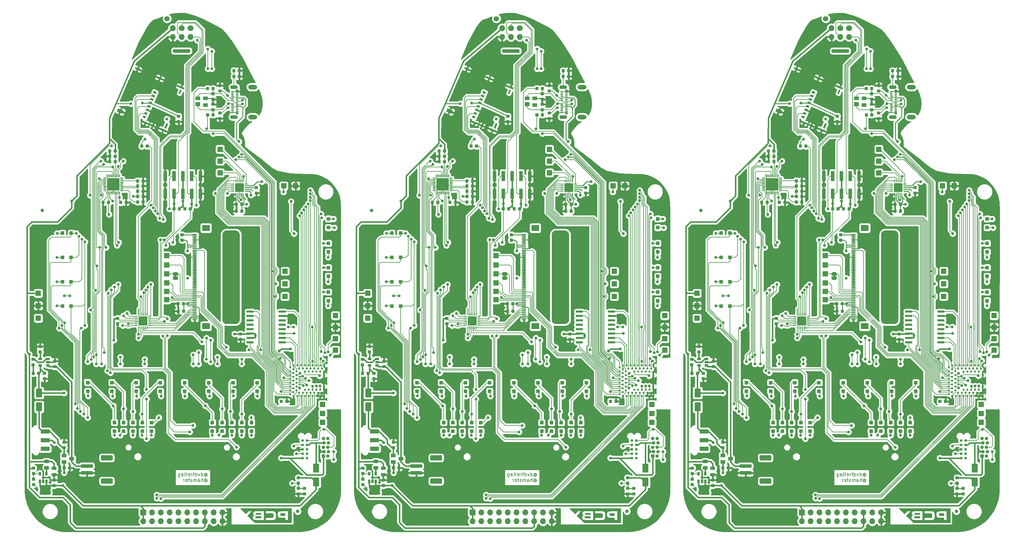
<source format=gbl>
%MOIN*%
%OFA0B0*%
%FSLAX46Y46*%
%IPPOS*%
%LPD*%
%ADD10C,0.005905511811023622*%
%ADD11C,0.0039370078740157488*%
%ADD12C,0.00039370078740157485*%
%ADD13R,0.059055118110236227X0.059055118110236227*%
%ADD14C,0.066929133858267723*%
%ADD15O,0.066929133858267723X0.066929133858267723*%
%ADD16C,0.060000000000000005*%
%ADD17C,0.03937007874015748*%
%ADD18C,0.01968503937007874*%
%ADD19R,0.051181102362204731X0.011811023622047244*%
%ADD20R,0.086614173228346469X0.070866141732283464*%
%ADD21R,0.070866141732283464X0.0984251968503937*%
%ADD22R,0.0984251968503937X0.049212598425196853*%
%ADD23R,0.055118110236220472X0.03937007874015748*%
%ADD24R,0.055118110236220472X0.047244094488188976*%
%ADD25C,0.0309*%
%ADD26R,0.041732283464566935X0.025590551181102365*%
%ADD27R,0.03937007874015748X0.03937007874015748*%
%ADD28O,0.03937007874015748X0.03937007874015748*%
%ADD29R,0.025590551181102365X0.041732283464566935*%
%ADD30R,0.01968503937007874X0.01968503937007874*%
%ADD31O,0.10236220472440946X0.051181102362204731*%
%ADD32O,0.086614173228346469X0.043307086614173235*%
%ADD33R,0.027559055118110236X0.03937007874015748*%
%ADD34R,0.027559055118110236X0.011811023622047244*%
%ADD35R,0.066929133858267723X0.066929133858267723*%
%ADD36R,0.03937007874015748X0.11811023622047245*%
%ADD37C,0.031496062992125991*%
%ADD38C,0.00984251968503937*%
%ADD39C,0.015000000000000001*%
%ADD40C,0.007000000000000001*%
%ADD41C,0.008*%
%ADD42C,0.01*%
%ADD43C,0.0090000000000000011*%
%ADD54C,0.005905511811023622*%
%ADD55C,0.0039370078740157488*%
%ADD56C,0.00039370078740157485*%
%ADD57R,0.059055118110236227X0.059055118110236227*%
%ADD58C,0.066929133858267723*%
%ADD59O,0.066929133858267723X0.066929133858267723*%
%ADD60C,0.060000000000000005*%
%ADD61C,0.03937007874015748*%
%ADD62C,0.01968503937007874*%
%ADD63R,0.051181102362204731X0.011811023622047244*%
%ADD64R,0.086614173228346469X0.070866141732283464*%
%ADD65R,0.070866141732283464X0.0984251968503937*%
%ADD66R,0.0984251968503937X0.049212598425196853*%
%ADD67R,0.055118110236220472X0.03937007874015748*%
%ADD68R,0.055118110236220472X0.047244094488188976*%
%ADD69C,0.0309*%
%ADD70R,0.041732283464566935X0.025590551181102365*%
%ADD71R,0.03937007874015748X0.03937007874015748*%
%ADD72O,0.03937007874015748X0.03937007874015748*%
%ADD73R,0.025590551181102365X0.041732283464566935*%
%ADD74R,0.01968503937007874X0.01968503937007874*%
%ADD75O,0.10236220472440946X0.051181102362204731*%
%ADD76O,0.086614173228346469X0.043307086614173235*%
%ADD77R,0.027559055118110236X0.03937007874015748*%
%ADD78R,0.027559055118110236X0.011811023622047244*%
%ADD79R,0.066929133858267723X0.066929133858267723*%
%ADD80R,0.03937007874015748X0.11811023622047245*%
%ADD81C,0.031496062992125991*%
%ADD82C,0.00984251968503937*%
%ADD83C,0.015000000000000001*%
%ADD84C,0.007000000000000001*%
%ADD85C,0.008*%
%ADD86C,0.01*%
%ADD87C,0.0090000000000000011*%
%ADD88C,0.005905511811023622*%
%ADD89C,0.0039370078740157488*%
%ADD90C,0.00039370078740157485*%
%ADD91R,0.059055118110236227X0.059055118110236227*%
%ADD92C,0.066929133858267723*%
%ADD93O,0.066929133858267723X0.066929133858267723*%
%ADD94C,0.060000000000000005*%
%ADD95C,0.03937007874015748*%
%ADD96C,0.01968503937007874*%
%ADD97R,0.051181102362204731X0.011811023622047244*%
%ADD98R,0.086614173228346469X0.070866141732283464*%
%ADD99R,0.070866141732283464X0.0984251968503937*%
%ADD100R,0.0984251968503937X0.049212598425196853*%
%ADD101R,0.055118110236220472X0.03937007874015748*%
%ADD102R,0.055118110236220472X0.047244094488188976*%
%ADD103C,0.0309*%
%ADD104R,0.041732283464566935X0.025590551181102365*%
%ADD105R,0.03937007874015748X0.03937007874015748*%
%ADD106O,0.03937007874015748X0.03937007874015748*%
%ADD107R,0.025590551181102365X0.041732283464566935*%
%ADD108R,0.01968503937007874X0.01968503937007874*%
%ADD109O,0.10236220472440946X0.051181102362204731*%
%ADD110O,0.086614173228346469X0.043307086614173235*%
%ADD111R,0.027559055118110236X0.03937007874015748*%
%ADD112R,0.027559055118110236X0.011811023622047244*%
%ADD113R,0.066929133858267723X0.066929133858267723*%
%ADD114R,0.03937007874015748X0.11811023622047245*%
%ADD115C,0.031496062992125991*%
%ADD116C,0.00984251968503937*%
%ADD117C,0.015000000000000001*%
%ADD118C,0.007000000000000001*%
%ADD119C,0.008*%
%ADD120C,0.01*%
%ADD121C,0.0090000000000000011*%
D10*
X0002467927Y0001071212D02*
X0002469802Y0001073087D01*
X0002473551Y0001074962D01*
X0002477301Y0001074962D01*
X0002481050Y0001073087D01*
X0002482925Y0001071212D01*
X0002484800Y0001067463D01*
X0002484800Y0001063713D01*
X0002482925Y0001059964D01*
X0002481050Y0001058089D01*
X0002477301Y0001056214D01*
X0002473551Y0001056214D01*
X0002469802Y0001058089D01*
X0002467927Y0001059964D01*
X0002467927Y0001074962D02*
X0002467927Y0001059964D01*
X0002466052Y0001058089D01*
X0002464177Y0001058089D01*
X0002460428Y0001059964D01*
X0002458553Y0001063713D01*
X0002458553Y0001073087D01*
X0002462303Y0001078712D01*
X0002467927Y0001082461D01*
X0002475426Y0001084336D01*
X0002482925Y0001082461D01*
X0002488549Y0001078712D01*
X0002492299Y0001073087D01*
X0002494174Y0001065588D01*
X0002492299Y0001058089D01*
X0002488549Y0001052465D01*
X0002482925Y0001048715D01*
X0002475426Y0001046841D01*
X0002467927Y0001048715D01*
X0002462303Y0001052465D01*
X0002424807Y0001052465D02*
X0002424807Y0001091835D01*
X0002424807Y0001054340D02*
X0002428557Y0001052465D01*
X0002436056Y0001052465D01*
X0002439805Y0001054340D01*
X0002441680Y0001056214D01*
X0002443555Y0001059964D01*
X0002443555Y0001071212D01*
X0002441680Y0001074962D01*
X0002439805Y0001076837D01*
X0002436056Y0001078712D01*
X0002428557Y0001078712D01*
X0002424807Y0001076837D01*
X0002409809Y0001078712D02*
X0002400435Y0001052465D01*
X0002391062Y0001078712D01*
X0002359191Y0001052465D02*
X0002359191Y0001091835D01*
X0002359191Y0001054340D02*
X0002362940Y0001052465D01*
X0002370439Y0001052465D01*
X0002374189Y0001054340D01*
X0002376063Y0001056214D01*
X0002377938Y0001059964D01*
X0002377938Y0001071212D01*
X0002376063Y0001074962D01*
X0002374189Y0001076837D01*
X0002370439Y0001078712D01*
X0002362940Y0001078712D01*
X0002359191Y0001076837D01*
X0002346067Y0001078712D02*
X0002331069Y0001078712D01*
X0002340443Y0001052465D02*
X0002340443Y0001086211D01*
X0002338568Y0001089960D01*
X0002334819Y0001091835D01*
X0002331069Y0001091835D01*
X0002317946Y0001052465D02*
X0002317946Y0001078712D01*
X0002317946Y0001071212D02*
X0002316071Y0001074962D01*
X0002314196Y0001076837D01*
X0002310447Y0001078712D01*
X0002306697Y0001078712D01*
X0002278576Y0001054340D02*
X0002282325Y0001052465D01*
X0002289824Y0001052465D01*
X0002293574Y0001054340D01*
X0002295448Y0001058089D01*
X0002295448Y0001073087D01*
X0002293574Y0001076837D01*
X0002289824Y0001078712D01*
X0002282325Y0001078712D01*
X0002278576Y0001076837D01*
X0002276701Y0001073087D01*
X0002276701Y0001069338D01*
X0002295448Y0001065588D01*
X0002259828Y0001052465D02*
X0002259828Y0001078712D01*
X0002259828Y0001091835D02*
X0002261703Y0001089960D01*
X0002259828Y0001088085D01*
X0002257953Y0001089960D01*
X0002259828Y0001091835D01*
X0002259828Y0001088085D01*
X0002246705Y0001078712D02*
X0002231706Y0001078712D01*
X0002241080Y0001091835D02*
X0002241080Y0001058089D01*
X0002239206Y0001054340D01*
X0002235456Y0001052465D01*
X0002231706Y0001052465D01*
X0002201710Y0001052465D02*
X0002201710Y0001073087D01*
X0002203585Y0001076837D01*
X0002207335Y0001078712D01*
X0002214834Y0001078712D01*
X0002218583Y0001076837D01*
X0002201710Y0001054340D02*
X0002205460Y0001052465D01*
X0002214834Y0001052465D01*
X0002218583Y0001054340D01*
X0002220458Y0001058089D01*
X0002220458Y0001061839D01*
X0002218583Y0001065588D01*
X0002214834Y0001067463D01*
X0002205460Y0001067463D01*
X0002201710Y0001069338D01*
X0002166090Y0001078712D02*
X0002166090Y0001046841D01*
X0002167964Y0001043091D01*
X0002169839Y0001041216D01*
X0002173589Y0001039341D01*
X0002179213Y0001039341D01*
X0002182963Y0001041216D01*
X0002166090Y0001054340D02*
X0002169839Y0001052465D01*
X0002177338Y0001052465D01*
X0002181088Y0001054340D01*
X0002182963Y0001056214D01*
X0002184837Y0001059964D01*
X0002184837Y0001071212D01*
X0002182963Y0001074962D01*
X0002181088Y0001076837D01*
X0002177338Y0001078712D01*
X0002169839Y0001078712D01*
X0002166090Y0001076837D01*
X0002467927Y0001006252D02*
X0002469802Y0001008127D01*
X0002473551Y0001010001D01*
X0002477301Y0001010001D01*
X0002481050Y0001008127D01*
X0002482925Y0001006252D01*
X0002484800Y0001002502D01*
X0002484800Y0000998753D01*
X0002482925Y0000995003D01*
X0002481050Y0000993128D01*
X0002477301Y0000991254D01*
X0002473551Y0000991254D01*
X0002469802Y0000993128D01*
X0002467927Y0000995003D01*
X0002467927Y0001010001D02*
X0002467927Y0000995003D01*
X0002466052Y0000993128D01*
X0002464177Y0000993128D01*
X0002460428Y0000995003D01*
X0002458553Y0000998753D01*
X0002458553Y0001008127D01*
X0002462303Y0001013751D01*
X0002467927Y0001017500D01*
X0002475426Y0001019375D01*
X0002482925Y0001017500D01*
X0002488549Y0001013751D01*
X0002492299Y0001008127D01*
X0002494174Y0001000628D01*
X0002492299Y0000993128D01*
X0002488549Y0000987504D01*
X0002482925Y0000983755D01*
X0002475426Y0000981880D01*
X0002467927Y0000983755D01*
X0002462303Y0000987504D01*
X0002441680Y0000987504D02*
X0002441680Y0001026874D01*
X0002424807Y0000987504D02*
X0002424807Y0001008127D01*
X0002426682Y0001011876D01*
X0002430432Y0001013751D01*
X0002436056Y0001013751D01*
X0002439805Y0001011876D01*
X0002441680Y0001010001D01*
X0002389187Y0000987504D02*
X0002389187Y0001008127D01*
X0002391062Y0001011876D01*
X0002394811Y0001013751D01*
X0002402310Y0001013751D01*
X0002406060Y0001011876D01*
X0002389187Y0000989379D02*
X0002392936Y0000987504D01*
X0002402310Y0000987504D01*
X0002406060Y0000989379D01*
X0002407934Y0000993128D01*
X0002407934Y0000996878D01*
X0002406060Y0001000628D01*
X0002402310Y0001002502D01*
X0002392936Y0001002502D01*
X0002389187Y0001004377D01*
X0002370439Y0000987504D02*
X0002370439Y0001013751D01*
X0002370439Y0001010001D02*
X0002368564Y0001011876D01*
X0002364815Y0001013751D01*
X0002359191Y0001013751D01*
X0002355441Y0001011876D01*
X0002353566Y0001008127D01*
X0002353566Y0000987504D01*
X0002353566Y0001008127D02*
X0002351691Y0001011876D01*
X0002347942Y0001013751D01*
X0002342318Y0001013751D01*
X0002338568Y0001011876D01*
X0002336693Y0001008127D01*
X0002336693Y0000987504D01*
X0002319820Y0000989379D02*
X0002316071Y0000987504D01*
X0002308572Y0000987504D01*
X0002304822Y0000989379D01*
X0002302948Y0000993128D01*
X0002302948Y0000995003D01*
X0002304822Y0000998753D01*
X0002308572Y0001000628D01*
X0002314196Y0001000628D01*
X0002317946Y0001002502D01*
X0002319820Y0001006252D01*
X0002319820Y0001008127D01*
X0002317946Y0001011876D01*
X0002314196Y0001013751D01*
X0002308572Y0001013751D01*
X0002304822Y0001011876D01*
X0002291699Y0001013751D02*
X0002276701Y0001013751D01*
X0002286075Y0001026874D02*
X0002286075Y0000993128D01*
X0002284200Y0000989379D01*
X0002280450Y0000987504D01*
X0002276701Y0000987504D01*
X0002248579Y0000989379D02*
X0002252329Y0000987504D01*
X0002259828Y0000987504D01*
X0002263577Y0000989379D01*
X0002265452Y0000993128D01*
X0002265452Y0001008127D01*
X0002263577Y0001011876D01*
X0002259828Y0001013751D01*
X0002252329Y0001013751D01*
X0002248579Y0001011876D01*
X0002246705Y0001008127D01*
X0002246705Y0001004377D01*
X0002265452Y0001000628D01*
X0002229832Y0000987504D02*
X0002229832Y0001013751D01*
X0002229832Y0001006252D02*
X0002227957Y0001010001D01*
X0002226082Y0001011876D01*
X0002222333Y0001013751D01*
X0002218583Y0001013751D01*
D11*
G36*
X0002120078Y0003313779D02*
G01*
X0002120078Y0003333464D01*
X0002143700Y0003333464D01*
X0002143700Y0003313779D01*
X0002120078Y0003313779D01*
G37*
D12*
G36*
X0003047655Y0000630426D02*
G01*
X0003045505Y0000628406D01*
X0003043892Y0000625895D01*
X0003043214Y0000622682D01*
X0003043483Y0000619388D01*
X0003044709Y0000616634D01*
X0003045284Y0000615988D01*
X0003045840Y0000615502D01*
X0003046483Y0000615112D01*
X0003047387Y0000614807D01*
X0003048730Y0000614577D01*
X0003050686Y0000614411D01*
X0003053432Y0000614298D01*
X0003057144Y0000614229D01*
X0003061998Y0000614193D01*
X0003068169Y0000614179D01*
X0003075701Y0000614176D01*
X0003104189Y0000614176D01*
X0003104189Y0000630906D01*
X0003047655Y0000630426D01*
G37*
X0003047655Y0000630426D02*
X0003045505Y0000628406D01*
X0003043892Y0000625895D01*
X0003043214Y0000622682D01*
X0003043483Y0000619388D01*
X0003044709Y0000616634D01*
X0003045284Y0000615988D01*
X0003045840Y0000615502D01*
X0003046483Y0000615112D01*
X0003047387Y0000614807D01*
X0003048730Y0000614577D01*
X0003050686Y0000614411D01*
X0003053432Y0000614298D01*
X0003057144Y0000614229D01*
X0003061998Y0000614193D01*
X0003068169Y0000614179D01*
X0003075701Y0000614176D01*
X0003104189Y0000614176D01*
X0003104189Y0000630906D01*
X0003047655Y0000630426D01*
G36*
X0003041868Y0000591497D02*
G01*
X0003040620Y0000589920D01*
X0003040003Y0000588020D01*
X0003039824Y0000585167D01*
X0003039822Y0000584793D01*
X0003039967Y0000581805D01*
X0003040530Y0000579837D01*
X0003041704Y0000578255D01*
X0003041868Y0000578088D01*
X0003043913Y0000576043D01*
X0003103989Y0000576043D01*
X0003103989Y0000593543D01*
X0003043913Y0000593543D01*
X0003041868Y0000591497D01*
G37*
X0003041868Y0000591497D02*
X0003040620Y0000589920D01*
X0003040003Y0000588020D01*
X0003039824Y0000585167D01*
X0003039822Y0000584793D01*
X0003039967Y0000581805D01*
X0003040530Y0000579837D01*
X0003041704Y0000578255D01*
X0003041868Y0000578088D01*
X0003043913Y0000576043D01*
X0003103989Y0000576043D01*
X0003103989Y0000593543D01*
X0003043913Y0000593543D01*
X0003041868Y0000591497D01*
G36*
X0003352531Y0000628390D02*
G01*
X0003344994Y0000628302D01*
X0003338945Y0000628194D01*
X0003334203Y0000628033D01*
X0003330589Y0000627789D01*
X0003327924Y0000627429D01*
X0003326028Y0000626922D01*
X0003324721Y0000626235D01*
X0003323823Y0000625336D01*
X0003323156Y0000624195D01*
X0003322668Y0000623086D01*
X0003321834Y0000619743D01*
X0003321578Y0000615592D01*
X0003321906Y0000611390D01*
X0003322578Y0000608543D01*
X0003323189Y0000606982D01*
X0003323963Y0000605727D01*
X0003325074Y0000604745D01*
X0003326699Y0000604002D01*
X0003329012Y0000603465D01*
X0003332188Y0000603101D01*
X0003336403Y0000602877D01*
X0003341831Y0000602760D01*
X0003348647Y0000602716D01*
X0003353364Y0000602711D01*
X0003377322Y0000602709D01*
X0003377322Y0000628654D01*
X0003352531Y0000628390D01*
G37*
X0003352531Y0000628390D02*
X0003344994Y0000628302D01*
X0003338945Y0000628194D01*
X0003334203Y0000628033D01*
X0003330589Y0000627789D01*
X0003327924Y0000627429D01*
X0003326028Y0000626922D01*
X0003324721Y0000626235D01*
X0003323823Y0000625336D01*
X0003323156Y0000624195D01*
X0003322668Y0000623086D01*
X0003321834Y0000619743D01*
X0003321578Y0000615592D01*
X0003321906Y0000611390D01*
X0003322578Y0000608543D01*
X0003323189Y0000606982D01*
X0003323963Y0000605727D01*
X0003325074Y0000604745D01*
X0003326699Y0000604002D01*
X0003329012Y0000603465D01*
X0003332188Y0000603101D01*
X0003336403Y0000602877D01*
X0003341831Y0000602760D01*
X0003348647Y0000602716D01*
X0003353364Y0000602711D01*
X0003377322Y0000602709D01*
X0003377322Y0000628654D01*
X0003352531Y0000628390D01*
G36*
X0003157947Y0000684334D02*
G01*
X0002865239Y0000684293D01*
X0002875394Y0000674543D01*
X0002878449Y0000671601D01*
X0002882472Y0000667713D01*
X0002887240Y0000663096D01*
X0002892528Y0000657968D01*
X0002898111Y0000652545D01*
X0002903766Y0000647047D01*
X0002907725Y0000643193D01*
X0002929900Y0000621593D01*
X0002934236Y0000625738D01*
X0002936208Y0000627625D01*
X0002939112Y0000630406D01*
X0002942676Y0000633820D01*
X0002946628Y0000637607D01*
X0002950697Y0000641508D01*
X0002950911Y0000641713D01*
X0002963249Y0000653543D01*
X0002981744Y0000653531D01*
X0003000239Y0000653519D01*
X0002974747Y0000628117D01*
X0002949254Y0000602715D01*
X0002990900Y0000562296D01*
X0003032547Y0000521876D01*
X0003450656Y0000521876D01*
X0003450656Y0000552672D01*
X0003408156Y0000552672D01*
X0003392947Y0000552899D01*
X0003377739Y0000553126D01*
X0003377509Y0000565359D01*
X0003377278Y0000577591D01*
X0003344175Y0000577882D01*
X0003335850Y0000577958D01*
X0003329017Y0000578034D01*
X0003323500Y0000578118D01*
X0003319124Y0000578221D01*
X0003315715Y0000578352D01*
X0003313098Y0000578522D01*
X0003311097Y0000578741D01*
X0003309538Y0000579018D01*
X0003308245Y0000579364D01*
X0003307044Y0000579788D01*
X0003306455Y0000580019D01*
X0003301940Y0000582513D01*
X0003297908Y0000586008D01*
X0003294911Y0000590013D01*
X0003294585Y0000590626D01*
X0003292753Y0000595503D01*
X0003291432Y0000601553D01*
X0003291025Y0000605031D01*
X0003273716Y0000605031D01*
X0003273704Y0000598467D01*
X0003273579Y0000592093D01*
X0003273343Y0000586212D01*
X0003272995Y0000581126D01*
X0003272535Y0000577137D01*
X0003272045Y0000574793D01*
X0003269258Y0000568032D01*
X0003265382Y0000562512D01*
X0003260376Y0000558202D01*
X0003254203Y0000555066D01*
X0003246931Y0000553091D01*
X0003244863Y0000552821D01*
X0003241794Y0000552593D01*
X0003237628Y0000552402D01*
X0003232270Y0000552248D01*
X0003225622Y0000552128D01*
X0003217588Y0000552040D01*
X0003208073Y0000551981D01*
X0003197947Y0000551951D01*
X0003154822Y0000551876D01*
X0003154822Y0000552709D01*
X0003134822Y0000552709D01*
X0003085864Y0000552726D01*
X0003076340Y0000552743D01*
X0003067301Y0000552787D01*
X0003058904Y0000552856D01*
X0003051305Y0000552946D01*
X0003044659Y0000553055D01*
X0003039123Y0000553182D01*
X0003034853Y0000553323D01*
X0003032004Y0000553476D01*
X0003031072Y0000553568D01*
X0003024080Y0000555148D01*
X0003018402Y0000557742D01*
X0003014005Y0000561390D01*
X0003010855Y0000566129D01*
X0003008921Y0000571998D01*
X0003008169Y0000579034D01*
X0003008156Y0000580191D01*
X0003008709Y0000587254D01*
X0003010368Y0000593080D01*
X0003013129Y0000597663D01*
X0003016990Y0000600998D01*
X0003020929Y0000602785D01*
X0003024893Y0000604050D01*
X0003020691Y0000606772D01*
X0003016590Y0000610128D01*
X0003013803Y0000614145D01*
X0003012183Y0000619094D01*
X0003011663Y0000623256D01*
X0003011838Y0000630575D01*
X0003013355Y0000636929D01*
X0003016199Y0000642293D01*
X0003020357Y0000646646D01*
X0003025814Y0000649963D01*
X0003028572Y0000651071D01*
X0003034406Y0000653114D01*
X0003134822Y0000653627D01*
X0003134822Y0000552709D01*
X0003154822Y0000552709D01*
X0003154822Y0000576742D01*
X0003192114Y0000577069D01*
X0003201420Y0000577155D01*
X0003209212Y0000577248D01*
X0003215644Y0000577361D01*
X0003220868Y0000577509D01*
X0003225038Y0000577707D01*
X0003228307Y0000577969D01*
X0003230828Y0000578310D01*
X0003232754Y0000578744D01*
X0003234238Y0000579286D01*
X0003235433Y0000579952D01*
X0003236493Y0000580754D01*
X0003237193Y0000581367D01*
X0003238886Y0000583078D01*
X0003240127Y0000584907D01*
X0003240993Y0000587155D01*
X0003241565Y0000590125D01*
X0003241922Y0000594116D01*
X0003242142Y0000599431D01*
X0003242166Y0000600281D01*
X0003242219Y0000607789D01*
X0003241888Y0000613829D01*
X0003241117Y0000618570D01*
X0003239850Y0000622177D01*
X0003238031Y0000624819D01*
X0003235605Y0000626661D01*
X0003232962Y0000627743D01*
X0003231495Y0000628031D01*
X0003229063Y0000628281D01*
X0003225560Y0000628497D01*
X0003220880Y0000628681D01*
X0003214919Y0000628839D01*
X0003207571Y0000628973D01*
X0003198731Y0000629087D01*
X0003192114Y0000629152D01*
X0003154822Y0000629484D01*
X0003154822Y0000654376D01*
X0003195963Y0000654376D01*
X0003205970Y0000654366D01*
X0003214461Y0000654334D01*
X0003221586Y0000654276D01*
X0003227496Y0000654188D01*
X0003232341Y0000654065D01*
X0003236271Y0000653905D01*
X0003239437Y0000653704D01*
X0003241989Y0000653456D01*
X0003244078Y0000653160D01*
X0003244252Y0000653130D01*
X0003251780Y0000651442D01*
X0003257884Y0000649174D01*
X0003262749Y0000646169D01*
X0003266563Y0000642274D01*
X0003269513Y0000637336D01*
X0003271784Y0000631199D01*
X0003272089Y0000630122D01*
X0003272641Y0000627142D01*
X0003273079Y0000622840D01*
X0003273404Y0000617520D01*
X0003273617Y0000611483D01*
X0003273716Y0000605031D01*
X0003291025Y0000605031D01*
X0003290635Y0000608360D01*
X0003290374Y0000615505D01*
X0003290662Y0000622572D01*
X0003291511Y0000629144D01*
X0003292934Y0000634803D01*
X0003293224Y0000635617D01*
X0003295898Y0000640846D01*
X0003299584Y0000645280D01*
X0003303937Y0000648512D01*
X0003304349Y0000648730D01*
X0003306107Y0000649615D01*
X0003307747Y0000650368D01*
X0003309415Y0000651001D01*
X0003311257Y0000651527D01*
X0003313420Y0000651956D01*
X0003316049Y0000652300D01*
X0003319290Y0000652570D01*
X0003323290Y0000652780D01*
X0003328195Y0000652939D01*
X0003334151Y0000653060D01*
X0003341305Y0000653154D01*
X0003349801Y0000653233D01*
X0003359787Y0000653309D01*
X0003362114Y0000653326D01*
X0003408156Y0000653656D01*
X0003408156Y0000552672D01*
X0003450656Y0000552672D01*
X0003450656Y0000684376D01*
X0003157947Y0000684334D01*
G37*
X0003157947Y0000684334D02*
X0002865239Y0000684293D01*
X0002875394Y0000674543D01*
X0002878449Y0000671601D01*
X0002882472Y0000667713D01*
X0002887240Y0000663096D01*
X0002892528Y0000657968D01*
X0002898111Y0000652545D01*
X0002903766Y0000647047D01*
X0002907725Y0000643193D01*
X0002929900Y0000621593D01*
X0002934236Y0000625738D01*
X0002936208Y0000627625D01*
X0002939112Y0000630406D01*
X0002942676Y0000633820D01*
X0002946628Y0000637607D01*
X0002950697Y0000641508D01*
X0002950911Y0000641713D01*
X0002963249Y0000653543D01*
X0002981744Y0000653531D01*
X0003000239Y0000653519D01*
X0002974747Y0000628117D01*
X0002949254Y0000602715D01*
X0002990900Y0000562296D01*
X0003032547Y0000521876D01*
X0003450656Y0000521876D01*
X0003450656Y0000552672D01*
X0003408156Y0000552672D01*
X0003392947Y0000552899D01*
X0003377739Y0000553126D01*
X0003377509Y0000565359D01*
X0003377278Y0000577591D01*
X0003344175Y0000577882D01*
X0003335850Y0000577958D01*
X0003329017Y0000578034D01*
X0003323500Y0000578118D01*
X0003319124Y0000578221D01*
X0003315715Y0000578352D01*
X0003313098Y0000578522D01*
X0003311097Y0000578741D01*
X0003309538Y0000579018D01*
X0003308245Y0000579364D01*
X0003307044Y0000579788D01*
X0003306455Y0000580019D01*
X0003301940Y0000582513D01*
X0003297908Y0000586008D01*
X0003294911Y0000590013D01*
X0003294585Y0000590626D01*
X0003292753Y0000595503D01*
X0003291432Y0000601553D01*
X0003291025Y0000605031D01*
X0003273716Y0000605031D01*
X0003273704Y0000598467D01*
X0003273579Y0000592093D01*
X0003273343Y0000586212D01*
X0003272995Y0000581126D01*
X0003272535Y0000577137D01*
X0003272045Y0000574793D01*
X0003269258Y0000568032D01*
X0003265382Y0000562512D01*
X0003260376Y0000558202D01*
X0003254203Y0000555066D01*
X0003246931Y0000553091D01*
X0003244863Y0000552821D01*
X0003241794Y0000552593D01*
X0003237628Y0000552402D01*
X0003232270Y0000552248D01*
X0003225622Y0000552128D01*
X0003217588Y0000552040D01*
X0003208073Y0000551981D01*
X0003197947Y0000551951D01*
X0003154822Y0000551876D01*
X0003154822Y0000552709D01*
X0003134822Y0000552709D01*
X0003085864Y0000552726D01*
X0003076340Y0000552743D01*
X0003067301Y0000552787D01*
X0003058904Y0000552856D01*
X0003051305Y0000552946D01*
X0003044659Y0000553055D01*
X0003039123Y0000553182D01*
X0003034853Y0000553323D01*
X0003032004Y0000553476D01*
X0003031072Y0000553568D01*
X0003024080Y0000555148D01*
X0003018402Y0000557742D01*
X0003014005Y0000561390D01*
X0003010855Y0000566129D01*
X0003008921Y0000571998D01*
X0003008169Y0000579034D01*
X0003008156Y0000580191D01*
X0003008709Y0000587254D01*
X0003010368Y0000593080D01*
X0003013129Y0000597663D01*
X0003016990Y0000600998D01*
X0003020929Y0000602785D01*
X0003024893Y0000604050D01*
X0003020691Y0000606772D01*
X0003016590Y0000610128D01*
X0003013803Y0000614145D01*
X0003012183Y0000619094D01*
X0003011663Y0000623256D01*
X0003011838Y0000630575D01*
X0003013355Y0000636929D01*
X0003016199Y0000642293D01*
X0003020357Y0000646646D01*
X0003025814Y0000649963D01*
X0003028572Y0000651071D01*
X0003034406Y0000653114D01*
X0003134822Y0000653627D01*
X0003134822Y0000552709D01*
X0003154822Y0000552709D01*
X0003154822Y0000576742D01*
X0003192114Y0000577069D01*
X0003201420Y0000577155D01*
X0003209212Y0000577248D01*
X0003215644Y0000577361D01*
X0003220868Y0000577509D01*
X0003225038Y0000577707D01*
X0003228307Y0000577969D01*
X0003230828Y0000578310D01*
X0003232754Y0000578744D01*
X0003234238Y0000579286D01*
X0003235433Y0000579952D01*
X0003236493Y0000580754D01*
X0003237193Y0000581367D01*
X0003238886Y0000583078D01*
X0003240127Y0000584907D01*
X0003240993Y0000587155D01*
X0003241565Y0000590125D01*
X0003241922Y0000594116D01*
X0003242142Y0000599431D01*
X0003242166Y0000600281D01*
X0003242219Y0000607789D01*
X0003241888Y0000613829D01*
X0003241117Y0000618570D01*
X0003239850Y0000622177D01*
X0003238031Y0000624819D01*
X0003235605Y0000626661D01*
X0003232962Y0000627743D01*
X0003231495Y0000628031D01*
X0003229063Y0000628281D01*
X0003225560Y0000628497D01*
X0003220880Y0000628681D01*
X0003214919Y0000628839D01*
X0003207571Y0000628973D01*
X0003198731Y0000629087D01*
X0003192114Y0000629152D01*
X0003154822Y0000629484D01*
X0003154822Y0000654376D01*
X0003195963Y0000654376D01*
X0003205970Y0000654366D01*
X0003214461Y0000654334D01*
X0003221586Y0000654276D01*
X0003227496Y0000654188D01*
X0003232341Y0000654065D01*
X0003236271Y0000653905D01*
X0003239437Y0000653704D01*
X0003241989Y0000653456D01*
X0003244078Y0000653160D01*
X0003244252Y0000653130D01*
X0003251780Y0000651442D01*
X0003257884Y0000649174D01*
X0003262749Y0000646169D01*
X0003266563Y0000642274D01*
X0003269513Y0000637336D01*
X0003271784Y0000631199D01*
X0003272089Y0000630122D01*
X0003272641Y0000627142D01*
X0003273079Y0000622840D01*
X0003273404Y0000617520D01*
X0003273617Y0000611483D01*
X0003273716Y0000605031D01*
X0003291025Y0000605031D01*
X0003290635Y0000608360D01*
X0003290374Y0000615505D01*
X0003290662Y0000622572D01*
X0003291511Y0000629144D01*
X0003292934Y0000634803D01*
X0003293224Y0000635617D01*
X0003295898Y0000640846D01*
X0003299584Y0000645280D01*
X0003303937Y0000648512D01*
X0003304349Y0000648730D01*
X0003306107Y0000649615D01*
X0003307747Y0000650368D01*
X0003309415Y0000651001D01*
X0003311257Y0000651527D01*
X0003313420Y0000651956D01*
X0003316049Y0000652300D01*
X0003319290Y0000652570D01*
X0003323290Y0000652780D01*
X0003328195Y0000652939D01*
X0003334151Y0000653060D01*
X0003341305Y0000653154D01*
X0003349801Y0000653233D01*
X0003359787Y0000653309D01*
X0003362114Y0000653326D01*
X0003408156Y0000653656D01*
X0003408156Y0000552672D01*
X0003450656Y0000552672D01*
X0003450656Y0000684376D01*
X0003157947Y0000684334D01*
D11*
G36*
X0001527543Y0005165705D02*
G01*
X0001465934Y0005191857D01*
X0001481471Y0005228460D01*
X0001543080Y0005202308D01*
X0001527543Y0005165705D01*
G37*
G36*
X0001808406Y0005046486D02*
G01*
X0001766729Y0005064177D01*
X0001774728Y0005083022D01*
X0001816405Y0005065331D01*
X0001808406Y0005046486D01*
G37*
G36*
X0001882698Y0005014951D02*
G01*
X0001852981Y0005027565D01*
X0001860980Y0005046410D01*
X0001890697Y0005033796D01*
X0001882698Y0005014951D01*
G37*
G36*
X0002020412Y0004956495D02*
G01*
X0001953367Y0004984954D01*
X0001962135Y0005005611D01*
X0002029180Y0004977152D01*
X0002020412Y0004956495D01*
G37*
G36*
X0002024461Y0004996263D02*
G01*
X0002004529Y0005004724D01*
X0002028373Y0005060896D01*
X0002048305Y0005052436D01*
X0002024461Y0004996263D01*
G37*
G36*
X0002042030Y0005088032D02*
G01*
X0002016661Y0005098801D01*
X0002027430Y0005124169D01*
X0002052798Y0005113401D01*
X0002042030Y0005088032D01*
G37*
G36*
X0002183669Y0005388462D02*
G01*
X0002167361Y0005395384D01*
X0002187359Y0005442497D01*
X0002203667Y0005435575D01*
X0002183669Y0005388462D01*
G37*
G36*
X0002226084Y0005441029D02*
G01*
X0002155053Y0005471179D01*
X0002163821Y0005491836D01*
X0002234852Y0005461686D01*
X0002226084Y0005441029D01*
G37*
G36*
X0001980419Y0005547446D02*
G01*
X0001920622Y0005572828D01*
X0001928621Y0005591673D01*
X0001988418Y0005566291D01*
X0001980419Y0005547446D01*
G37*
G36*
X0001724155Y0005654085D02*
G01*
X0001671606Y0005676390D01*
X0001680375Y0005697047D01*
X0001732923Y0005674742D01*
X0001724155Y0005654085D01*
G37*
G36*
X0001790659Y0005110476D02*
G01*
X0001758043Y0005124321D01*
X0001767888Y0005147515D01*
X0001800504Y0005133670D01*
X0001790659Y0005110476D01*
G37*
G36*
X0001807580Y0005150340D02*
G01*
X0001774964Y0005164185D01*
X0001784809Y0005187379D01*
X0001817425Y0005173534D01*
X0001807580Y0005150340D01*
G37*
G36*
X0001824502Y0005190205D02*
G01*
X0001791885Y0005204049D01*
X0001801731Y0005227243D01*
X0001834347Y0005213398D01*
X0001824502Y0005190205D01*
G37*
G36*
X0001841423Y0005230069D02*
G01*
X0001808807Y0005243914D01*
X0001818652Y0005267108D01*
X0001851268Y0005253263D01*
X0001841423Y0005230069D01*
G37*
G36*
X0001858345Y0005269933D02*
G01*
X0001825728Y0005283778D01*
X0001835573Y0005306972D01*
X0001868190Y0005293127D01*
X0001858345Y0005269933D01*
G37*
G36*
X0001875266Y0005309798D02*
G01*
X0001842650Y0005323643D01*
X0001852495Y0005346836D01*
X0001885111Y0005332992D01*
X0001875266Y0005309798D01*
G37*
G36*
X0001892187Y0005349662D02*
G01*
X0001859571Y0005363507D01*
X0001869416Y0005386701D01*
X0001902033Y0005372856D01*
X0001892187Y0005349662D01*
G37*
G36*
X0001909109Y0005389526D02*
G01*
X0001876493Y0005403371D01*
X0001886338Y0005426565D01*
X0001918954Y0005412720D01*
X0001909109Y0005389526D01*
G37*
D13*
X0002031496Y0003553149D03*
X0002031496Y0003349212D03*
D11*
G36*
X0002170184Y0003027320D02*
G01*
X0002171020Y0003027196D01*
X0002171840Y0003026991D01*
X0002172636Y0003026706D01*
X0002173400Y0003026345D01*
X0002174125Y0003025910D01*
X0002174804Y0003025407D01*
X0002175430Y0003024839D01*
X0002175997Y0003024213D01*
X0002176501Y0003023534D01*
X0002176935Y0003022809D01*
X0002177297Y0003022045D01*
X0002177581Y0003021250D01*
X0002177787Y0003020430D01*
X0002177911Y0003019594D01*
X0002177952Y0003018750D01*
X0002177952Y0002998572D01*
X0002177911Y0002997728D01*
X0002177787Y0002996892D01*
X0002177581Y0002996072D01*
X0002177297Y0002995277D01*
X0002176935Y0002994513D01*
X0002176501Y0002993788D01*
X0002175997Y0002993109D01*
X0002175430Y0002992483D01*
X0002174804Y0002991915D01*
X0002174125Y0002991412D01*
X0002173400Y0002990977D01*
X0002172636Y0002990616D01*
X0002171840Y0002990331D01*
X0002171020Y0002990126D01*
X0002170184Y0002990002D01*
X0002169340Y0002989960D01*
X0002152116Y0002989960D01*
X0002151272Y0002990002D01*
X0002150435Y0002990126D01*
X0002149616Y0002990331D01*
X0002148820Y0002990616D01*
X0002148056Y0002990977D01*
X0002147331Y0002991412D01*
X0002146652Y0002991915D01*
X0002146026Y0002992483D01*
X0002145458Y0002993109D01*
X0002144955Y0002993788D01*
X0002144520Y0002994513D01*
X0002144159Y0002995277D01*
X0002143874Y0002996072D01*
X0002143669Y0002996892D01*
X0002143545Y0002997728D01*
X0002143503Y0002998572D01*
X0002143503Y0003018750D01*
X0002143545Y0003019594D01*
X0002143669Y0003020430D01*
X0002143874Y0003021250D01*
X0002144159Y0003022045D01*
X0002144520Y0003022809D01*
X0002144955Y0003023534D01*
X0002145458Y0003024213D01*
X0002146026Y0003024839D01*
X0002146652Y0003025407D01*
X0002147331Y0003025910D01*
X0002148056Y0003026345D01*
X0002148820Y0003026706D01*
X0002149616Y0003026991D01*
X0002150435Y0003027196D01*
X0002151272Y0003027320D01*
X0002152116Y0003027362D01*
X0002169340Y0003027362D01*
X0002170184Y0003027320D01*
G37*
G36*
X0002232192Y0003027320D02*
G01*
X0002233028Y0003027196D01*
X0002233848Y0003026991D01*
X0002234644Y0003026706D01*
X0002235408Y0003026345D01*
X0002236133Y0003025910D01*
X0002236811Y0003025407D01*
X0002237438Y0003024839D01*
X0002238005Y0003024213D01*
X0002238509Y0003023534D01*
X0002238943Y0003022809D01*
X0002239305Y0003022045D01*
X0002239589Y0003021250D01*
X0002239795Y0003020430D01*
X0002239919Y0003019594D01*
X0002239960Y0003018750D01*
X0002239960Y0002998572D01*
X0002239919Y0002997728D01*
X0002239795Y0002996892D01*
X0002239589Y0002996072D01*
X0002239305Y0002995277D01*
X0002238943Y0002994513D01*
X0002238509Y0002993788D01*
X0002238005Y0002993109D01*
X0002237438Y0002992483D01*
X0002236811Y0002991915D01*
X0002236133Y0002991412D01*
X0002235408Y0002990977D01*
X0002234644Y0002990616D01*
X0002233848Y0002990331D01*
X0002233028Y0002990126D01*
X0002232192Y0002990002D01*
X0002231348Y0002989960D01*
X0002214124Y0002989960D01*
X0002213279Y0002990002D01*
X0002212443Y0002990126D01*
X0002211624Y0002990331D01*
X0002210828Y0002990616D01*
X0002210064Y0002990977D01*
X0002209339Y0002991412D01*
X0002208660Y0002991915D01*
X0002208034Y0002992483D01*
X0002207466Y0002993109D01*
X0002206963Y0002993788D01*
X0002206528Y0002994513D01*
X0002206167Y0002995277D01*
X0002205882Y0002996072D01*
X0002205677Y0002996892D01*
X0002205553Y0002997728D01*
X0002205511Y0002998572D01*
X0002205511Y0003018750D01*
X0002205553Y0003019594D01*
X0002205677Y0003020430D01*
X0002205882Y0003021250D01*
X0002206167Y0003022045D01*
X0002206528Y0003022809D01*
X0002206963Y0003023534D01*
X0002207466Y0003024213D01*
X0002208034Y0003024839D01*
X0002208660Y0003025407D01*
X0002209339Y0003025910D01*
X0002210064Y0003026345D01*
X0002210828Y0003026706D01*
X0002211624Y0003026991D01*
X0002212443Y0003027196D01*
X0002213279Y0003027320D01*
X0002214124Y0003027362D01*
X0002231348Y0003027362D01*
X0002232192Y0003027320D01*
G37*
G36*
X0002161393Y0003298031D02*
G01*
X0002161393Y0003297065D01*
X0002161204Y0003295143D01*
X0002160827Y0003293248D01*
X0002160266Y0003291399D01*
X0002159527Y0003289615D01*
X0002158616Y0003287911D01*
X0002157543Y0003286305D01*
X0002156317Y0003284811D01*
X0002154951Y0003283445D01*
X0002153458Y0003282220D01*
X0002151852Y0003281147D01*
X0002150148Y0003280236D01*
X0002148363Y0003279497D01*
X0002146515Y0003278936D01*
X0002144620Y0003278559D01*
X0002142698Y0003278370D01*
X0002141732Y0003278370D01*
X0002141732Y0003278346D01*
X0002122047Y0003278346D01*
X0002122047Y0003278370D01*
X0002121081Y0003278370D01*
X0002119158Y0003278559D01*
X0002117264Y0003278936D01*
X0002115415Y0003279497D01*
X0002113630Y0003280236D01*
X0002111927Y0003281147D01*
X0002110320Y0003282220D01*
X0002108827Y0003283445D01*
X0002107461Y0003284811D01*
X0002106236Y0003286305D01*
X0002105162Y0003287911D01*
X0002104252Y0003289615D01*
X0002103512Y0003291399D01*
X0002102952Y0003293248D01*
X0002102575Y0003295143D01*
X0002102385Y0003297065D01*
X0002102385Y0003298031D01*
X0002102362Y0003298031D01*
X0002102362Y0003317716D01*
X0002161417Y0003317716D01*
X0002161417Y0003298031D01*
X0002161393Y0003298031D01*
G37*
G36*
X0002102362Y0003329527D02*
G01*
X0002102362Y0003349212D01*
X0002102385Y0003349212D01*
X0002102385Y0003350178D01*
X0002102575Y0003352100D01*
X0002102952Y0003353995D01*
X0002103512Y0003355844D01*
X0002104252Y0003357629D01*
X0002105162Y0003359332D01*
X0002106236Y0003360938D01*
X0002107461Y0003362432D01*
X0002108827Y0003363798D01*
X0002110320Y0003365023D01*
X0002111927Y0003366097D01*
X0002113630Y0003367007D01*
X0002115415Y0003367746D01*
X0002117264Y0003368307D01*
X0002119158Y0003368684D01*
X0002121081Y0003368873D01*
X0002122047Y0003368873D01*
X0002122047Y0003368897D01*
X0002141732Y0003368897D01*
X0002141732Y0003368873D01*
X0002142698Y0003368873D01*
X0002144620Y0003368684D01*
X0002146515Y0003368307D01*
X0002148363Y0003367746D01*
X0002150148Y0003367007D01*
X0002151852Y0003366097D01*
X0002153458Y0003365023D01*
X0002154951Y0003363798D01*
X0002156317Y0003362432D01*
X0002157543Y0003360938D01*
X0002158616Y0003359332D01*
X0002159527Y0003357629D01*
X0002160266Y0003355844D01*
X0002160827Y0003353995D01*
X0002161204Y0003352100D01*
X0002161393Y0003350178D01*
X0002161393Y0003349212D01*
X0002161417Y0003349212D01*
X0002161417Y0003329527D01*
X0002102362Y0003329527D01*
G37*
D13*
X0002031496Y0003053543D03*
D11*
G36*
X0002291148Y0005898938D02*
G01*
X0002292103Y0005898796D01*
X0002293040Y0005898562D01*
X0002293950Y0005898236D01*
X0002294823Y0005897823D01*
X0002295651Y0005897327D01*
X0002296427Y0005896751D01*
X0002297143Y0005896103D01*
X0002297791Y0005895387D01*
X0002298367Y0005894611D01*
X0002298863Y0005893783D01*
X0002299276Y0005892909D01*
X0002299602Y0005892000D01*
X0002299836Y0005891063D01*
X0002299978Y0005890108D01*
X0002300025Y0005889143D01*
X0002300025Y0005869458D01*
X0002299978Y0005868493D01*
X0002299836Y0005867538D01*
X0002299602Y0005866601D01*
X0002299276Y0005865691D01*
X0002298863Y0005864818D01*
X0002298367Y0005863990D01*
X0002297791Y0005863214D01*
X0002297143Y0005862498D01*
X0002296427Y0005861849D01*
X0002295651Y0005861274D01*
X0002294823Y0005860777D01*
X0002293950Y0005860364D01*
X0002293040Y0005860039D01*
X0002292103Y0005859804D01*
X0002291148Y0005859663D01*
X0002290183Y0005859615D01*
X0002113018Y0005859615D01*
X0002112053Y0005859663D01*
X0002111097Y0005859804D01*
X0002110160Y0005860039D01*
X0002109251Y0005860364D01*
X0002108378Y0005860777D01*
X0002107549Y0005861274D01*
X0002106774Y0005861849D01*
X0002106058Y0005862498D01*
X0002105409Y0005863214D01*
X0002104834Y0005863990D01*
X0002104337Y0005864818D01*
X0002103924Y0005865691D01*
X0002103599Y0005866601D01*
X0002103364Y0005867538D01*
X0002103222Y0005868493D01*
X0002103175Y0005869458D01*
X0002103175Y0005889143D01*
X0002103222Y0005890108D01*
X0002103364Y0005891063D01*
X0002103599Y0005892000D01*
X0002103924Y0005892909D01*
X0002104337Y0005893783D01*
X0002104834Y0005894611D01*
X0002105409Y0005895387D01*
X0002106058Y0005896103D01*
X0002106774Y0005896751D01*
X0002107549Y0005897327D01*
X0002108378Y0005897823D01*
X0002109251Y0005898236D01*
X0002110160Y0005898562D01*
X0002111097Y0005898796D01*
X0002112053Y0005898938D01*
X0002113018Y0005898985D01*
X0002290183Y0005898985D01*
X0002291148Y0005898938D01*
G37*
D14*
X0002301700Y0006138700D03*
D15*
X0002301700Y0006038700D03*
D16*
X0002036500Y0006246000D03*
D14*
X0002201700Y0006138700D03*
D15*
X0002201700Y0006038700D03*
X0002101700Y0006138700D03*
X0002101700Y0006038700D03*
D17*
X0003520472Y0000650787D03*
X0000618897Y0004068503D03*
D11*
G36*
X0001488366Y0004434991D02*
G01*
X0001489321Y0004434850D01*
X0001490258Y0004434615D01*
X0001491168Y0004434290D01*
X0001492041Y0004433877D01*
X0001492869Y0004433380D01*
X0001493645Y0004432805D01*
X0001494361Y0004432156D01*
X0001495009Y0004431440D01*
X0001495585Y0004430665D01*
X0001496081Y0004429836D01*
X0001496494Y0004428963D01*
X0001496820Y0004428054D01*
X0001497054Y0004427117D01*
X0001497196Y0004426161D01*
X0001497244Y0004425196D01*
X0001497244Y0004303149D01*
X0001497196Y0004302184D01*
X0001497054Y0004301229D01*
X0001496820Y0004300292D01*
X0001496494Y0004299382D01*
X0001496081Y0004298509D01*
X0001495585Y0004297681D01*
X0001495009Y0004296905D01*
X0001494361Y0004296189D01*
X0001493645Y0004295541D01*
X0001492869Y0004294965D01*
X0001492041Y0004294469D01*
X0001491168Y0004294056D01*
X0001490258Y0004293730D01*
X0001489321Y0004293496D01*
X0001488366Y0004293354D01*
X0001487401Y0004293307D01*
X0001365354Y0004293307D01*
X0001364389Y0004293354D01*
X0001363434Y0004293496D01*
X0001362497Y0004293730D01*
X0001361587Y0004294056D01*
X0001360714Y0004294469D01*
X0001359886Y0004294965D01*
X0001359110Y0004295541D01*
X0001358394Y0004296189D01*
X0001357745Y0004296905D01*
X0001357170Y0004297681D01*
X0001356673Y0004298509D01*
X0001356261Y0004299382D01*
X0001355935Y0004300292D01*
X0001355700Y0004301229D01*
X0001355559Y0004302184D01*
X0001355511Y0004303149D01*
X0001355511Y0004425196D01*
X0001355559Y0004426161D01*
X0001355700Y0004427117D01*
X0001355935Y0004428054D01*
X0001356261Y0004428963D01*
X0001356673Y0004429836D01*
X0001357170Y0004430665D01*
X0001357745Y0004431440D01*
X0001358394Y0004432156D01*
X0001359110Y0004432805D01*
X0001359886Y0004433380D01*
X0001360714Y0004433877D01*
X0001361587Y0004434290D01*
X0001362497Y0004434615D01*
X0001363434Y0004434850D01*
X0001364389Y0004434991D01*
X0001365354Y0004435039D01*
X0001487401Y0004435039D01*
X0001488366Y0004434991D01*
G37*
D18*
X0001365354Y0004303149D03*
X0001406036Y0004303149D03*
X0001446719Y0004303149D03*
X0001487401Y0004303149D03*
X0001365354Y0004343832D03*
X0001406036Y0004343832D03*
X0001446719Y0004343832D03*
X0001487401Y0004343832D03*
X0001365354Y0004384514D03*
X0001406036Y0004384514D03*
X0001446719Y0004384514D03*
X0001487401Y0004384514D03*
X0001365354Y0004425196D03*
X0001406036Y0004425196D03*
X0001446719Y0004425196D03*
X0001487401Y0004425196D03*
D11*
G36*
X0001344434Y0004298216D02*
G01*
X0001344672Y0004298181D01*
X0001344907Y0004298122D01*
X0001345134Y0004298041D01*
X0001345352Y0004297937D01*
X0001345559Y0004297813D01*
X0001345753Y0004297669D01*
X0001345932Y0004297507D01*
X0001346095Y0004297328D01*
X0001346238Y0004297134D01*
X0001346362Y0004296927D01*
X0001346466Y0004296709D01*
X0001346547Y0004296482D01*
X0001346606Y0004296247D01*
X0001346641Y0004296008D01*
X0001346653Y0004295767D01*
X0001346653Y0004290846D01*
X0001346641Y0004290605D01*
X0001346606Y0004290366D01*
X0001346547Y0004290132D01*
X0001346466Y0004289904D01*
X0001346362Y0004289686D01*
X0001346238Y0004289479D01*
X0001346095Y0004289285D01*
X0001345932Y0004289106D01*
X0001345753Y0004288944D01*
X0001345559Y0004288800D01*
X0001345352Y0004288676D01*
X0001345134Y0004288573D01*
X0001344907Y0004288491D01*
X0001344672Y0004288433D01*
X0001344434Y0004288397D01*
X0001344192Y0004288385D01*
X0001316633Y0004288385D01*
X0001316392Y0004288397D01*
X0001316153Y0004288433D01*
X0001315919Y0004288491D01*
X0001315692Y0004288573D01*
X0001315473Y0004288676D01*
X0001315266Y0004288800D01*
X0001315072Y0004288944D01*
X0001314893Y0004289106D01*
X0001314731Y0004289285D01*
X0001314587Y0004289479D01*
X0001314463Y0004289686D01*
X0001314360Y0004289904D01*
X0001314279Y0004290132D01*
X0001314220Y0004290366D01*
X0001314185Y0004290605D01*
X0001314173Y0004290846D01*
X0001314173Y0004295767D01*
X0001314185Y0004296008D01*
X0001314220Y0004296247D01*
X0001314279Y0004296482D01*
X0001314360Y0004296709D01*
X0001314463Y0004296927D01*
X0001314587Y0004297134D01*
X0001314731Y0004297328D01*
X0001314893Y0004297507D01*
X0001315072Y0004297669D01*
X0001315266Y0004297813D01*
X0001315473Y0004297937D01*
X0001315692Y0004298041D01*
X0001315919Y0004298122D01*
X0001316153Y0004298181D01*
X0001316392Y0004298216D01*
X0001316633Y0004298228D01*
X0001344192Y0004298228D01*
X0001344434Y0004298216D01*
G37*
G36*
X0001344434Y0004313964D02*
G01*
X0001344672Y0004313929D01*
X0001344907Y0004313870D01*
X0001345134Y0004313789D01*
X0001345352Y0004313685D01*
X0001345559Y0004313561D01*
X0001345753Y0004313417D01*
X0001345932Y0004313255D01*
X0001346095Y0004313076D01*
X0001346238Y0004312882D01*
X0001346362Y0004312675D01*
X0001346466Y0004312457D01*
X0001346547Y0004312230D01*
X0001346606Y0004311995D01*
X0001346641Y0004311756D01*
X0001346653Y0004311515D01*
X0001346653Y0004306594D01*
X0001346641Y0004306353D01*
X0001346606Y0004306114D01*
X0001346547Y0004305880D01*
X0001346466Y0004305652D01*
X0001346362Y0004305434D01*
X0001346238Y0004305227D01*
X0001346095Y0004305033D01*
X0001345932Y0004304854D01*
X0001345753Y0004304692D01*
X0001345559Y0004304548D01*
X0001345352Y0004304424D01*
X0001345134Y0004304321D01*
X0001344907Y0004304239D01*
X0001344672Y0004304181D01*
X0001344434Y0004304145D01*
X0001344192Y0004304133D01*
X0001316633Y0004304133D01*
X0001316392Y0004304145D01*
X0001316153Y0004304181D01*
X0001315919Y0004304239D01*
X0001315692Y0004304321D01*
X0001315473Y0004304424D01*
X0001315266Y0004304548D01*
X0001315072Y0004304692D01*
X0001314893Y0004304854D01*
X0001314731Y0004305033D01*
X0001314587Y0004305227D01*
X0001314463Y0004305434D01*
X0001314360Y0004305652D01*
X0001314279Y0004305880D01*
X0001314220Y0004306114D01*
X0001314185Y0004306353D01*
X0001314173Y0004306594D01*
X0001314173Y0004311515D01*
X0001314185Y0004311756D01*
X0001314220Y0004311995D01*
X0001314279Y0004312230D01*
X0001314360Y0004312457D01*
X0001314463Y0004312675D01*
X0001314587Y0004312882D01*
X0001314731Y0004313076D01*
X0001314893Y0004313255D01*
X0001315072Y0004313417D01*
X0001315266Y0004313561D01*
X0001315473Y0004313685D01*
X0001315692Y0004313789D01*
X0001315919Y0004313870D01*
X0001316153Y0004313929D01*
X0001316392Y0004313964D01*
X0001316633Y0004313976D01*
X0001344192Y0004313976D01*
X0001344434Y0004313964D01*
G37*
G36*
X0001344434Y0004329712D02*
G01*
X0001344672Y0004329677D01*
X0001344907Y0004329618D01*
X0001345134Y0004329537D01*
X0001345352Y0004329433D01*
X0001345559Y0004329309D01*
X0001345753Y0004329165D01*
X0001345932Y0004329003D01*
X0001346095Y0004328824D01*
X0001346238Y0004328630D01*
X0001346362Y0004328423D01*
X0001346466Y0004328205D01*
X0001346547Y0004327978D01*
X0001346606Y0004327743D01*
X0001346641Y0004327504D01*
X0001346653Y0004327263D01*
X0001346653Y0004322342D01*
X0001346641Y0004322101D01*
X0001346606Y0004321862D01*
X0001346547Y0004321628D01*
X0001346466Y0004321400D01*
X0001346362Y0004321182D01*
X0001346238Y0004320975D01*
X0001346095Y0004320781D01*
X0001345932Y0004320602D01*
X0001345753Y0004320440D01*
X0001345559Y0004320296D01*
X0001345352Y0004320172D01*
X0001345134Y0004320069D01*
X0001344907Y0004319987D01*
X0001344672Y0004319929D01*
X0001344434Y0004319893D01*
X0001344192Y0004319881D01*
X0001316633Y0004319881D01*
X0001316392Y0004319893D01*
X0001316153Y0004319929D01*
X0001315919Y0004319987D01*
X0001315692Y0004320069D01*
X0001315473Y0004320172D01*
X0001315266Y0004320296D01*
X0001315072Y0004320440D01*
X0001314893Y0004320602D01*
X0001314731Y0004320781D01*
X0001314587Y0004320975D01*
X0001314463Y0004321182D01*
X0001314360Y0004321400D01*
X0001314279Y0004321628D01*
X0001314220Y0004321862D01*
X0001314185Y0004322101D01*
X0001314173Y0004322342D01*
X0001314173Y0004327263D01*
X0001314185Y0004327504D01*
X0001314220Y0004327743D01*
X0001314279Y0004327978D01*
X0001314360Y0004328205D01*
X0001314463Y0004328423D01*
X0001314587Y0004328630D01*
X0001314731Y0004328824D01*
X0001314893Y0004329003D01*
X0001315072Y0004329165D01*
X0001315266Y0004329309D01*
X0001315473Y0004329433D01*
X0001315692Y0004329537D01*
X0001315919Y0004329618D01*
X0001316153Y0004329677D01*
X0001316392Y0004329712D01*
X0001316633Y0004329724D01*
X0001344192Y0004329724D01*
X0001344434Y0004329712D01*
G37*
G36*
X0001344434Y0004345460D02*
G01*
X0001344672Y0004345425D01*
X0001344907Y0004345366D01*
X0001345134Y0004345285D01*
X0001345352Y0004345181D01*
X0001345559Y0004345057D01*
X0001345753Y0004344913D01*
X0001345932Y0004344751D01*
X0001346095Y0004344572D01*
X0001346238Y0004344378D01*
X0001346362Y0004344171D01*
X0001346466Y0004343953D01*
X0001346547Y0004343726D01*
X0001346606Y0004343491D01*
X0001346641Y0004343252D01*
X0001346653Y0004343011D01*
X0001346653Y0004338090D01*
X0001346641Y0004337849D01*
X0001346606Y0004337610D01*
X0001346547Y0004337376D01*
X0001346466Y0004337148D01*
X0001346362Y0004336930D01*
X0001346238Y0004336723D01*
X0001346095Y0004336529D01*
X0001345932Y0004336350D01*
X0001345753Y0004336188D01*
X0001345559Y0004336044D01*
X0001345352Y0004335920D01*
X0001345134Y0004335817D01*
X0001344907Y0004335735D01*
X0001344672Y0004335677D01*
X0001344434Y0004335641D01*
X0001344192Y0004335629D01*
X0001316633Y0004335629D01*
X0001316392Y0004335641D01*
X0001316153Y0004335677D01*
X0001315919Y0004335735D01*
X0001315692Y0004335817D01*
X0001315473Y0004335920D01*
X0001315266Y0004336044D01*
X0001315072Y0004336188D01*
X0001314893Y0004336350D01*
X0001314731Y0004336529D01*
X0001314587Y0004336723D01*
X0001314463Y0004336930D01*
X0001314360Y0004337148D01*
X0001314279Y0004337376D01*
X0001314220Y0004337610D01*
X0001314185Y0004337849D01*
X0001314173Y0004338090D01*
X0001314173Y0004343011D01*
X0001314185Y0004343252D01*
X0001314220Y0004343491D01*
X0001314279Y0004343726D01*
X0001314360Y0004343953D01*
X0001314463Y0004344171D01*
X0001314587Y0004344378D01*
X0001314731Y0004344572D01*
X0001314893Y0004344751D01*
X0001315072Y0004344913D01*
X0001315266Y0004345057D01*
X0001315473Y0004345181D01*
X0001315692Y0004345285D01*
X0001315919Y0004345366D01*
X0001316153Y0004345425D01*
X0001316392Y0004345460D01*
X0001316633Y0004345472D01*
X0001344192Y0004345472D01*
X0001344434Y0004345460D01*
G37*
G36*
X0001344434Y0004361208D02*
G01*
X0001344672Y0004361173D01*
X0001344907Y0004361114D01*
X0001345134Y0004361033D01*
X0001345352Y0004360929D01*
X0001345559Y0004360805D01*
X0001345753Y0004360661D01*
X0001345932Y0004360499D01*
X0001346095Y0004360320D01*
X0001346238Y0004360126D01*
X0001346362Y0004359919D01*
X0001346466Y0004359701D01*
X0001346547Y0004359474D01*
X0001346606Y0004359239D01*
X0001346641Y0004359001D01*
X0001346653Y0004358759D01*
X0001346653Y0004353838D01*
X0001346641Y0004353597D01*
X0001346606Y0004353358D01*
X0001346547Y0004353124D01*
X0001346466Y0004352896D01*
X0001346362Y0004352678D01*
X0001346238Y0004352471D01*
X0001346095Y0004352277D01*
X0001345932Y0004352098D01*
X0001345753Y0004351936D01*
X0001345559Y0004351792D01*
X0001345352Y0004351668D01*
X0001345134Y0004351565D01*
X0001344907Y0004351483D01*
X0001344672Y0004351425D01*
X0001344434Y0004351389D01*
X0001344192Y0004351377D01*
X0001316633Y0004351377D01*
X0001316392Y0004351389D01*
X0001316153Y0004351425D01*
X0001315919Y0004351483D01*
X0001315692Y0004351565D01*
X0001315473Y0004351668D01*
X0001315266Y0004351792D01*
X0001315072Y0004351936D01*
X0001314893Y0004352098D01*
X0001314731Y0004352277D01*
X0001314587Y0004352471D01*
X0001314463Y0004352678D01*
X0001314360Y0004352896D01*
X0001314279Y0004353124D01*
X0001314220Y0004353358D01*
X0001314185Y0004353597D01*
X0001314173Y0004353838D01*
X0001314173Y0004358759D01*
X0001314185Y0004359001D01*
X0001314220Y0004359239D01*
X0001314279Y0004359474D01*
X0001314360Y0004359701D01*
X0001314463Y0004359919D01*
X0001314587Y0004360126D01*
X0001314731Y0004360320D01*
X0001314893Y0004360499D01*
X0001315072Y0004360661D01*
X0001315266Y0004360805D01*
X0001315473Y0004360929D01*
X0001315692Y0004361033D01*
X0001315919Y0004361114D01*
X0001316153Y0004361173D01*
X0001316392Y0004361208D01*
X0001316633Y0004361220D01*
X0001344192Y0004361220D01*
X0001344434Y0004361208D01*
G37*
G36*
X0001344434Y0004376956D02*
G01*
X0001344672Y0004376921D01*
X0001344907Y0004376862D01*
X0001345134Y0004376781D01*
X0001345352Y0004376677D01*
X0001345559Y0004376553D01*
X0001345753Y0004376409D01*
X0001345932Y0004376247D01*
X0001346095Y0004376068D01*
X0001346238Y0004375874D01*
X0001346362Y0004375667D01*
X0001346466Y0004375449D01*
X0001346547Y0004375222D01*
X0001346606Y0004374987D01*
X0001346641Y0004374749D01*
X0001346653Y0004374507D01*
X0001346653Y0004369586D01*
X0001346641Y0004369345D01*
X0001346606Y0004369106D01*
X0001346547Y0004368872D01*
X0001346466Y0004368644D01*
X0001346362Y0004368426D01*
X0001346238Y0004368219D01*
X0001346095Y0004368025D01*
X0001345932Y0004367846D01*
X0001345753Y0004367684D01*
X0001345559Y0004367540D01*
X0001345352Y0004367416D01*
X0001345134Y0004367313D01*
X0001344907Y0004367231D01*
X0001344672Y0004367173D01*
X0001344434Y0004367137D01*
X0001344192Y0004367125D01*
X0001316633Y0004367125D01*
X0001316392Y0004367137D01*
X0001316153Y0004367173D01*
X0001315919Y0004367231D01*
X0001315692Y0004367313D01*
X0001315473Y0004367416D01*
X0001315266Y0004367540D01*
X0001315072Y0004367684D01*
X0001314893Y0004367846D01*
X0001314731Y0004368025D01*
X0001314587Y0004368219D01*
X0001314463Y0004368426D01*
X0001314360Y0004368644D01*
X0001314279Y0004368872D01*
X0001314220Y0004369106D01*
X0001314185Y0004369345D01*
X0001314173Y0004369586D01*
X0001314173Y0004374507D01*
X0001314185Y0004374749D01*
X0001314220Y0004374987D01*
X0001314279Y0004375222D01*
X0001314360Y0004375449D01*
X0001314463Y0004375667D01*
X0001314587Y0004375874D01*
X0001314731Y0004376068D01*
X0001314893Y0004376247D01*
X0001315072Y0004376409D01*
X0001315266Y0004376553D01*
X0001315473Y0004376677D01*
X0001315692Y0004376781D01*
X0001315919Y0004376862D01*
X0001316153Y0004376921D01*
X0001316392Y0004376956D01*
X0001316633Y0004376968D01*
X0001344192Y0004376968D01*
X0001344434Y0004376956D01*
G37*
G36*
X0001344434Y0004392704D02*
G01*
X0001344672Y0004392669D01*
X0001344907Y0004392610D01*
X0001345134Y0004392529D01*
X0001345352Y0004392425D01*
X0001345559Y0004392301D01*
X0001345753Y0004392157D01*
X0001345932Y0004391995D01*
X0001346095Y0004391816D01*
X0001346238Y0004391622D01*
X0001346362Y0004391415D01*
X0001346466Y0004391197D01*
X0001346547Y0004390970D01*
X0001346606Y0004390735D01*
X0001346641Y0004390497D01*
X0001346653Y0004390255D01*
X0001346653Y0004385334D01*
X0001346641Y0004385093D01*
X0001346606Y0004384854D01*
X0001346547Y0004384620D01*
X0001346466Y0004384392D01*
X0001346362Y0004384174D01*
X0001346238Y0004383967D01*
X0001346095Y0004383773D01*
X0001345932Y0004383594D01*
X0001345753Y0004383432D01*
X0001345559Y0004383288D01*
X0001345352Y0004383164D01*
X0001345134Y0004383061D01*
X0001344907Y0004382979D01*
X0001344672Y0004382921D01*
X0001344434Y0004382885D01*
X0001344192Y0004382874D01*
X0001316633Y0004382874D01*
X0001316392Y0004382885D01*
X0001316153Y0004382921D01*
X0001315919Y0004382979D01*
X0001315692Y0004383061D01*
X0001315473Y0004383164D01*
X0001315266Y0004383288D01*
X0001315072Y0004383432D01*
X0001314893Y0004383594D01*
X0001314731Y0004383773D01*
X0001314587Y0004383967D01*
X0001314463Y0004384174D01*
X0001314360Y0004384392D01*
X0001314279Y0004384620D01*
X0001314220Y0004384854D01*
X0001314185Y0004385093D01*
X0001314173Y0004385334D01*
X0001314173Y0004390255D01*
X0001314185Y0004390497D01*
X0001314220Y0004390735D01*
X0001314279Y0004390970D01*
X0001314360Y0004391197D01*
X0001314463Y0004391415D01*
X0001314587Y0004391622D01*
X0001314731Y0004391816D01*
X0001314893Y0004391995D01*
X0001315072Y0004392157D01*
X0001315266Y0004392301D01*
X0001315473Y0004392425D01*
X0001315692Y0004392529D01*
X0001315919Y0004392610D01*
X0001316153Y0004392669D01*
X0001316392Y0004392704D01*
X0001316633Y0004392716D01*
X0001344192Y0004392716D01*
X0001344434Y0004392704D01*
G37*
G36*
X0001344434Y0004408452D02*
G01*
X0001344672Y0004408417D01*
X0001344907Y0004408358D01*
X0001345134Y0004408277D01*
X0001345352Y0004408174D01*
X0001345559Y0004408049D01*
X0001345753Y0004407906D01*
X0001345932Y0004407743D01*
X0001346095Y0004407564D01*
X0001346238Y0004407370D01*
X0001346362Y0004407163D01*
X0001346466Y0004406945D01*
X0001346547Y0004406718D01*
X0001346606Y0004406483D01*
X0001346641Y0004406245D01*
X0001346653Y0004406003D01*
X0001346653Y0004401082D01*
X0001346641Y0004400841D01*
X0001346606Y0004400602D01*
X0001346547Y0004400368D01*
X0001346466Y0004400141D01*
X0001346362Y0004399922D01*
X0001346238Y0004399715D01*
X0001346095Y0004399521D01*
X0001345932Y0004399342D01*
X0001345753Y0004399180D01*
X0001345559Y0004399036D01*
X0001345352Y0004398912D01*
X0001345134Y0004398809D01*
X0001344907Y0004398727D01*
X0001344672Y0004398669D01*
X0001344434Y0004398633D01*
X0001344192Y0004398622D01*
X0001316633Y0004398622D01*
X0001316392Y0004398633D01*
X0001316153Y0004398669D01*
X0001315919Y0004398727D01*
X0001315692Y0004398809D01*
X0001315473Y0004398912D01*
X0001315266Y0004399036D01*
X0001315072Y0004399180D01*
X0001314893Y0004399342D01*
X0001314731Y0004399521D01*
X0001314587Y0004399715D01*
X0001314463Y0004399922D01*
X0001314360Y0004400141D01*
X0001314279Y0004400368D01*
X0001314220Y0004400602D01*
X0001314185Y0004400841D01*
X0001314173Y0004401082D01*
X0001314173Y0004406003D01*
X0001314185Y0004406245D01*
X0001314220Y0004406483D01*
X0001314279Y0004406718D01*
X0001314360Y0004406945D01*
X0001314463Y0004407163D01*
X0001314587Y0004407370D01*
X0001314731Y0004407564D01*
X0001314893Y0004407743D01*
X0001315072Y0004407906D01*
X0001315266Y0004408049D01*
X0001315473Y0004408174D01*
X0001315692Y0004408277D01*
X0001315919Y0004408358D01*
X0001316153Y0004408417D01*
X0001316392Y0004408452D01*
X0001316633Y0004408464D01*
X0001344192Y0004408464D01*
X0001344434Y0004408452D01*
G37*
G36*
X0001344434Y0004424200D02*
G01*
X0001344672Y0004424165D01*
X0001344907Y0004424106D01*
X0001345134Y0004424025D01*
X0001345352Y0004423922D01*
X0001345559Y0004423797D01*
X0001345753Y0004423654D01*
X0001345932Y0004423491D01*
X0001346095Y0004423312D01*
X0001346238Y0004423119D01*
X0001346362Y0004422911D01*
X0001346466Y0004422693D01*
X0001346547Y0004422466D01*
X0001346606Y0004422232D01*
X0001346641Y0004421993D01*
X0001346653Y0004421751D01*
X0001346653Y0004416830D01*
X0001346641Y0004416589D01*
X0001346606Y0004416350D01*
X0001346547Y0004416116D01*
X0001346466Y0004415889D01*
X0001346362Y0004415670D01*
X0001346238Y0004415463D01*
X0001346095Y0004415269D01*
X0001345932Y0004415090D01*
X0001345753Y0004414928D01*
X0001345559Y0004414784D01*
X0001345352Y0004414660D01*
X0001345134Y0004414557D01*
X0001344907Y0004414476D01*
X0001344672Y0004414417D01*
X0001344434Y0004414381D01*
X0001344192Y0004414370D01*
X0001316633Y0004414370D01*
X0001316392Y0004414381D01*
X0001316153Y0004414417D01*
X0001315919Y0004414476D01*
X0001315692Y0004414557D01*
X0001315473Y0004414660D01*
X0001315266Y0004414784D01*
X0001315072Y0004414928D01*
X0001314893Y0004415090D01*
X0001314731Y0004415269D01*
X0001314587Y0004415463D01*
X0001314463Y0004415670D01*
X0001314360Y0004415889D01*
X0001314279Y0004416116D01*
X0001314220Y0004416350D01*
X0001314185Y0004416589D01*
X0001314173Y0004416830D01*
X0001314173Y0004421751D01*
X0001314185Y0004421993D01*
X0001314220Y0004422232D01*
X0001314279Y0004422466D01*
X0001314360Y0004422693D01*
X0001314463Y0004422911D01*
X0001314587Y0004423119D01*
X0001314731Y0004423312D01*
X0001314893Y0004423491D01*
X0001315072Y0004423654D01*
X0001315266Y0004423797D01*
X0001315473Y0004423922D01*
X0001315692Y0004424025D01*
X0001315919Y0004424106D01*
X0001316153Y0004424165D01*
X0001316392Y0004424200D01*
X0001316633Y0004424212D01*
X0001344192Y0004424212D01*
X0001344434Y0004424200D01*
G37*
G36*
X0001344434Y0004439948D02*
G01*
X0001344672Y0004439913D01*
X0001344907Y0004439854D01*
X0001345134Y0004439773D01*
X0001345352Y0004439670D01*
X0001345559Y0004439545D01*
X0001345753Y0004439402D01*
X0001345932Y0004439239D01*
X0001346095Y0004439061D01*
X0001346238Y0004438867D01*
X0001346362Y0004438659D01*
X0001346466Y0004438441D01*
X0001346547Y0004438214D01*
X0001346606Y0004437980D01*
X0001346641Y0004437741D01*
X0001346653Y0004437500D01*
X0001346653Y0004432578D01*
X0001346641Y0004432337D01*
X0001346606Y0004432098D01*
X0001346547Y0004431864D01*
X0001346466Y0004431637D01*
X0001346362Y0004431418D01*
X0001346238Y0004431211D01*
X0001346095Y0004431017D01*
X0001345932Y0004430838D01*
X0001345753Y0004430676D01*
X0001345559Y0004430532D01*
X0001345352Y0004430408D01*
X0001345134Y0004430305D01*
X0001344907Y0004430224D01*
X0001344672Y0004430165D01*
X0001344434Y0004430129D01*
X0001344192Y0004430118D01*
X0001316633Y0004430118D01*
X0001316392Y0004430129D01*
X0001316153Y0004430165D01*
X0001315919Y0004430224D01*
X0001315692Y0004430305D01*
X0001315473Y0004430408D01*
X0001315266Y0004430532D01*
X0001315072Y0004430676D01*
X0001314893Y0004430838D01*
X0001314731Y0004431017D01*
X0001314587Y0004431211D01*
X0001314463Y0004431418D01*
X0001314360Y0004431637D01*
X0001314279Y0004431864D01*
X0001314220Y0004432098D01*
X0001314185Y0004432337D01*
X0001314173Y0004432578D01*
X0001314173Y0004437500D01*
X0001314185Y0004437741D01*
X0001314220Y0004437980D01*
X0001314279Y0004438214D01*
X0001314360Y0004438441D01*
X0001314463Y0004438659D01*
X0001314587Y0004438867D01*
X0001314731Y0004439061D01*
X0001314893Y0004439239D01*
X0001315072Y0004439402D01*
X0001315266Y0004439545D01*
X0001315473Y0004439670D01*
X0001315692Y0004439773D01*
X0001315919Y0004439854D01*
X0001316153Y0004439913D01*
X0001316392Y0004439948D01*
X0001316633Y0004439960D01*
X0001344192Y0004439960D01*
X0001344434Y0004439948D01*
G37*
G36*
X0001358213Y0004476366D02*
G01*
X0001358452Y0004476330D01*
X0001358686Y0004476272D01*
X0001358914Y0004476190D01*
X0001359132Y0004476087D01*
X0001359339Y0004475963D01*
X0001359533Y0004475819D01*
X0001359712Y0004475657D01*
X0001359874Y0004475478D01*
X0001360018Y0004475284D01*
X0001360142Y0004475077D01*
X0001360245Y0004474858D01*
X0001360327Y0004474631D01*
X0001360385Y0004474397D01*
X0001360421Y0004474158D01*
X0001360433Y0004473917D01*
X0001360433Y0004446358D01*
X0001360421Y0004446117D01*
X0001360385Y0004445878D01*
X0001360327Y0004445643D01*
X0001360245Y0004445416D01*
X0001360142Y0004445198D01*
X0001360018Y0004444991D01*
X0001359874Y0004444797D01*
X0001359712Y0004444618D01*
X0001359533Y0004444456D01*
X0001359339Y0004444312D01*
X0001359132Y0004444188D01*
X0001358914Y0004444084D01*
X0001358686Y0004444003D01*
X0001358452Y0004443944D01*
X0001358213Y0004443909D01*
X0001357972Y0004443897D01*
X0001353051Y0004443897D01*
X0001352810Y0004443909D01*
X0001352571Y0004443944D01*
X0001352336Y0004444003D01*
X0001352109Y0004444084D01*
X0001351891Y0004444188D01*
X0001351684Y0004444312D01*
X0001351490Y0004444456D01*
X0001351311Y0004444618D01*
X0001351149Y0004444797D01*
X0001351005Y0004444991D01*
X0001350881Y0004445198D01*
X0001350777Y0004445416D01*
X0001350696Y0004445643D01*
X0001350637Y0004445878D01*
X0001350602Y0004446117D01*
X0001350590Y0004446358D01*
X0001350590Y0004473917D01*
X0001350602Y0004474158D01*
X0001350637Y0004474397D01*
X0001350696Y0004474631D01*
X0001350777Y0004474858D01*
X0001350881Y0004475077D01*
X0001351005Y0004475284D01*
X0001351149Y0004475478D01*
X0001351311Y0004475657D01*
X0001351490Y0004475819D01*
X0001351684Y0004475963D01*
X0001351891Y0004476087D01*
X0001352109Y0004476190D01*
X0001352336Y0004476272D01*
X0001352571Y0004476330D01*
X0001352810Y0004476366D01*
X0001353051Y0004476377D01*
X0001357972Y0004476377D01*
X0001358213Y0004476366D01*
G37*
G36*
X0001373961Y0004476366D02*
G01*
X0001374200Y0004476330D01*
X0001374434Y0004476272D01*
X0001374662Y0004476190D01*
X0001374880Y0004476087D01*
X0001375087Y0004475963D01*
X0001375281Y0004475819D01*
X0001375460Y0004475657D01*
X0001375622Y0004475478D01*
X0001375766Y0004475284D01*
X0001375890Y0004475077D01*
X0001375993Y0004474858D01*
X0001376075Y0004474631D01*
X0001376133Y0004474397D01*
X0001376169Y0004474158D01*
X0001376181Y0004473917D01*
X0001376181Y0004446358D01*
X0001376169Y0004446117D01*
X0001376133Y0004445878D01*
X0001376075Y0004445643D01*
X0001375993Y0004445416D01*
X0001375890Y0004445198D01*
X0001375766Y0004444991D01*
X0001375622Y0004444797D01*
X0001375460Y0004444618D01*
X0001375281Y0004444456D01*
X0001375087Y0004444312D01*
X0001374880Y0004444188D01*
X0001374662Y0004444084D01*
X0001374434Y0004444003D01*
X0001374200Y0004443944D01*
X0001373961Y0004443909D01*
X0001373720Y0004443897D01*
X0001368799Y0004443897D01*
X0001368558Y0004443909D01*
X0001368319Y0004443944D01*
X0001368084Y0004444003D01*
X0001367857Y0004444084D01*
X0001367639Y0004444188D01*
X0001367432Y0004444312D01*
X0001367238Y0004444456D01*
X0001367059Y0004444618D01*
X0001366897Y0004444797D01*
X0001366753Y0004444991D01*
X0001366629Y0004445198D01*
X0001366525Y0004445416D01*
X0001366444Y0004445643D01*
X0001366385Y0004445878D01*
X0001366350Y0004446117D01*
X0001366338Y0004446358D01*
X0001366338Y0004473917D01*
X0001366350Y0004474158D01*
X0001366385Y0004474397D01*
X0001366444Y0004474631D01*
X0001366525Y0004474858D01*
X0001366629Y0004475077D01*
X0001366753Y0004475284D01*
X0001366897Y0004475478D01*
X0001367059Y0004475657D01*
X0001367238Y0004475819D01*
X0001367432Y0004475963D01*
X0001367639Y0004476087D01*
X0001367857Y0004476190D01*
X0001368084Y0004476272D01*
X0001368319Y0004476330D01*
X0001368558Y0004476366D01*
X0001368799Y0004476377D01*
X0001373720Y0004476377D01*
X0001373961Y0004476366D01*
G37*
G36*
X0001389709Y0004476366D02*
G01*
X0001389948Y0004476330D01*
X0001390182Y0004476272D01*
X0001390410Y0004476190D01*
X0001390628Y0004476087D01*
X0001390835Y0004475963D01*
X0001391029Y0004475819D01*
X0001391208Y0004475657D01*
X0001391370Y0004475478D01*
X0001391514Y0004475284D01*
X0001391638Y0004475077D01*
X0001391741Y0004474858D01*
X0001391823Y0004474631D01*
X0001391881Y0004474397D01*
X0001391917Y0004474158D01*
X0001391929Y0004473917D01*
X0001391929Y0004446358D01*
X0001391917Y0004446117D01*
X0001391881Y0004445878D01*
X0001391823Y0004445643D01*
X0001391741Y0004445416D01*
X0001391638Y0004445198D01*
X0001391514Y0004444991D01*
X0001391370Y0004444797D01*
X0001391208Y0004444618D01*
X0001391029Y0004444456D01*
X0001390835Y0004444312D01*
X0001390628Y0004444188D01*
X0001390410Y0004444084D01*
X0001390182Y0004444003D01*
X0001389948Y0004443944D01*
X0001389709Y0004443909D01*
X0001389468Y0004443897D01*
X0001384547Y0004443897D01*
X0001384306Y0004443909D01*
X0001384067Y0004443944D01*
X0001383832Y0004444003D01*
X0001383605Y0004444084D01*
X0001383387Y0004444188D01*
X0001383180Y0004444312D01*
X0001382986Y0004444456D01*
X0001382807Y0004444618D01*
X0001382645Y0004444797D01*
X0001382501Y0004444991D01*
X0001382377Y0004445198D01*
X0001382273Y0004445416D01*
X0001382192Y0004445643D01*
X0001382133Y0004445878D01*
X0001382098Y0004446117D01*
X0001382086Y0004446358D01*
X0001382086Y0004473917D01*
X0001382098Y0004474158D01*
X0001382133Y0004474397D01*
X0001382192Y0004474631D01*
X0001382273Y0004474858D01*
X0001382377Y0004475077D01*
X0001382501Y0004475284D01*
X0001382645Y0004475478D01*
X0001382807Y0004475657D01*
X0001382986Y0004475819D01*
X0001383180Y0004475963D01*
X0001383387Y0004476087D01*
X0001383605Y0004476190D01*
X0001383832Y0004476272D01*
X0001384067Y0004476330D01*
X0001384306Y0004476366D01*
X0001384547Y0004476377D01*
X0001389468Y0004476377D01*
X0001389709Y0004476366D01*
G37*
G36*
X0001405457Y0004476366D02*
G01*
X0001405696Y0004476330D01*
X0001405930Y0004476272D01*
X0001406158Y0004476190D01*
X0001406376Y0004476087D01*
X0001406583Y0004475963D01*
X0001406777Y0004475819D01*
X0001406956Y0004475657D01*
X0001407118Y0004475478D01*
X0001407262Y0004475284D01*
X0001407386Y0004475077D01*
X0001407489Y0004474858D01*
X0001407571Y0004474631D01*
X0001407629Y0004474397D01*
X0001407665Y0004474158D01*
X0001407677Y0004473917D01*
X0001407677Y0004446358D01*
X0001407665Y0004446117D01*
X0001407629Y0004445878D01*
X0001407571Y0004445643D01*
X0001407489Y0004445416D01*
X0001407386Y0004445198D01*
X0001407262Y0004444991D01*
X0001407118Y0004444797D01*
X0001406956Y0004444618D01*
X0001406777Y0004444456D01*
X0001406583Y0004444312D01*
X0001406376Y0004444188D01*
X0001406158Y0004444084D01*
X0001405930Y0004444003D01*
X0001405696Y0004443944D01*
X0001405457Y0004443909D01*
X0001405216Y0004443897D01*
X0001400295Y0004443897D01*
X0001400054Y0004443909D01*
X0001399815Y0004443944D01*
X0001399580Y0004444003D01*
X0001399353Y0004444084D01*
X0001399135Y0004444188D01*
X0001398928Y0004444312D01*
X0001398734Y0004444456D01*
X0001398555Y0004444618D01*
X0001398393Y0004444797D01*
X0001398249Y0004444991D01*
X0001398125Y0004445198D01*
X0001398021Y0004445416D01*
X0001397940Y0004445643D01*
X0001397881Y0004445878D01*
X0001397846Y0004446117D01*
X0001397834Y0004446358D01*
X0001397834Y0004473917D01*
X0001397846Y0004474158D01*
X0001397881Y0004474397D01*
X0001397940Y0004474631D01*
X0001398021Y0004474858D01*
X0001398125Y0004475077D01*
X0001398249Y0004475284D01*
X0001398393Y0004475478D01*
X0001398555Y0004475657D01*
X0001398734Y0004475819D01*
X0001398928Y0004475963D01*
X0001399135Y0004476087D01*
X0001399353Y0004476190D01*
X0001399580Y0004476272D01*
X0001399815Y0004476330D01*
X0001400054Y0004476366D01*
X0001400295Y0004476377D01*
X0001405216Y0004476377D01*
X0001405457Y0004476366D01*
G37*
G36*
X0001421205Y0004476366D02*
G01*
X0001421444Y0004476330D01*
X0001421678Y0004476272D01*
X0001421906Y0004476190D01*
X0001422124Y0004476087D01*
X0001422331Y0004475963D01*
X0001422525Y0004475819D01*
X0001422704Y0004475657D01*
X0001422866Y0004475478D01*
X0001423010Y0004475284D01*
X0001423134Y0004475077D01*
X0001423237Y0004474858D01*
X0001423319Y0004474631D01*
X0001423377Y0004474397D01*
X0001423413Y0004474158D01*
X0001423425Y0004473917D01*
X0001423425Y0004446358D01*
X0001423413Y0004446117D01*
X0001423377Y0004445878D01*
X0001423319Y0004445643D01*
X0001423237Y0004445416D01*
X0001423134Y0004445198D01*
X0001423010Y0004444991D01*
X0001422866Y0004444797D01*
X0001422704Y0004444618D01*
X0001422525Y0004444456D01*
X0001422331Y0004444312D01*
X0001422124Y0004444188D01*
X0001421906Y0004444084D01*
X0001421678Y0004444003D01*
X0001421444Y0004443944D01*
X0001421205Y0004443909D01*
X0001420964Y0004443897D01*
X0001416043Y0004443897D01*
X0001415802Y0004443909D01*
X0001415563Y0004443944D01*
X0001415329Y0004444003D01*
X0001415101Y0004444084D01*
X0001414883Y0004444188D01*
X0001414676Y0004444312D01*
X0001414482Y0004444456D01*
X0001414303Y0004444618D01*
X0001414141Y0004444797D01*
X0001413997Y0004444991D01*
X0001413873Y0004445198D01*
X0001413770Y0004445416D01*
X0001413688Y0004445643D01*
X0001413629Y0004445878D01*
X0001413594Y0004446117D01*
X0001413582Y0004446358D01*
X0001413582Y0004473917D01*
X0001413594Y0004474158D01*
X0001413629Y0004474397D01*
X0001413688Y0004474631D01*
X0001413770Y0004474858D01*
X0001413873Y0004475077D01*
X0001413997Y0004475284D01*
X0001414141Y0004475478D01*
X0001414303Y0004475657D01*
X0001414482Y0004475819D01*
X0001414676Y0004475963D01*
X0001414883Y0004476087D01*
X0001415101Y0004476190D01*
X0001415329Y0004476272D01*
X0001415563Y0004476330D01*
X0001415802Y0004476366D01*
X0001416043Y0004476377D01*
X0001420964Y0004476377D01*
X0001421205Y0004476366D01*
G37*
G36*
X0001436953Y0004476366D02*
G01*
X0001437192Y0004476330D01*
X0001437426Y0004476272D01*
X0001437654Y0004476190D01*
X0001437872Y0004476087D01*
X0001438079Y0004475963D01*
X0001438273Y0004475819D01*
X0001438452Y0004475657D01*
X0001438614Y0004475478D01*
X0001438758Y0004475284D01*
X0001438882Y0004475077D01*
X0001438985Y0004474858D01*
X0001439067Y0004474631D01*
X0001439125Y0004474397D01*
X0001439161Y0004474158D01*
X0001439173Y0004473917D01*
X0001439173Y0004446358D01*
X0001439161Y0004446117D01*
X0001439125Y0004445878D01*
X0001439067Y0004445643D01*
X0001438985Y0004445416D01*
X0001438882Y0004445198D01*
X0001438758Y0004444991D01*
X0001438614Y0004444797D01*
X0001438452Y0004444618D01*
X0001438273Y0004444456D01*
X0001438079Y0004444312D01*
X0001437872Y0004444188D01*
X0001437654Y0004444084D01*
X0001437426Y0004444003D01*
X0001437192Y0004443944D01*
X0001436953Y0004443909D01*
X0001436712Y0004443897D01*
X0001431791Y0004443897D01*
X0001431550Y0004443909D01*
X0001431311Y0004443944D01*
X0001431077Y0004444003D01*
X0001430849Y0004444084D01*
X0001430631Y0004444188D01*
X0001430424Y0004444312D01*
X0001430230Y0004444456D01*
X0001430051Y0004444618D01*
X0001429889Y0004444797D01*
X0001429745Y0004444991D01*
X0001429621Y0004445198D01*
X0001429518Y0004445416D01*
X0001429436Y0004445643D01*
X0001429377Y0004445878D01*
X0001429342Y0004446117D01*
X0001429330Y0004446358D01*
X0001429330Y0004473917D01*
X0001429342Y0004474158D01*
X0001429377Y0004474397D01*
X0001429436Y0004474631D01*
X0001429518Y0004474858D01*
X0001429621Y0004475077D01*
X0001429745Y0004475284D01*
X0001429889Y0004475478D01*
X0001430051Y0004475657D01*
X0001430230Y0004475819D01*
X0001430424Y0004475963D01*
X0001430631Y0004476087D01*
X0001430849Y0004476190D01*
X0001431077Y0004476272D01*
X0001431311Y0004476330D01*
X0001431550Y0004476366D01*
X0001431791Y0004476377D01*
X0001436712Y0004476377D01*
X0001436953Y0004476366D01*
G37*
G36*
X0001452701Y0004476366D02*
G01*
X0001452940Y0004476330D01*
X0001453174Y0004476272D01*
X0001453402Y0004476190D01*
X0001453620Y0004476087D01*
X0001453827Y0004475963D01*
X0001454021Y0004475819D01*
X0001454200Y0004475657D01*
X0001454362Y0004475478D01*
X0001454506Y0004475284D01*
X0001454630Y0004475077D01*
X0001454733Y0004474858D01*
X0001454815Y0004474631D01*
X0001454873Y0004474397D01*
X0001454909Y0004474158D01*
X0001454921Y0004473917D01*
X0001454921Y0004446358D01*
X0001454909Y0004446117D01*
X0001454873Y0004445878D01*
X0001454815Y0004445643D01*
X0001454733Y0004445416D01*
X0001454630Y0004445198D01*
X0001454506Y0004444991D01*
X0001454362Y0004444797D01*
X0001454200Y0004444618D01*
X0001454021Y0004444456D01*
X0001453827Y0004444312D01*
X0001453620Y0004444188D01*
X0001453402Y0004444084D01*
X0001453174Y0004444003D01*
X0001452940Y0004443944D01*
X0001452701Y0004443909D01*
X0001452460Y0004443897D01*
X0001447539Y0004443897D01*
X0001447298Y0004443909D01*
X0001447059Y0004443944D01*
X0001446825Y0004444003D01*
X0001446597Y0004444084D01*
X0001446379Y0004444188D01*
X0001446172Y0004444312D01*
X0001445978Y0004444456D01*
X0001445799Y0004444618D01*
X0001445637Y0004444797D01*
X0001445493Y0004444991D01*
X0001445369Y0004445198D01*
X0001445266Y0004445416D01*
X0001445184Y0004445643D01*
X0001445126Y0004445878D01*
X0001445090Y0004446117D01*
X0001445078Y0004446358D01*
X0001445078Y0004473917D01*
X0001445090Y0004474158D01*
X0001445126Y0004474397D01*
X0001445184Y0004474631D01*
X0001445266Y0004474858D01*
X0001445369Y0004475077D01*
X0001445493Y0004475284D01*
X0001445637Y0004475478D01*
X0001445799Y0004475657D01*
X0001445978Y0004475819D01*
X0001446172Y0004475963D01*
X0001446379Y0004476087D01*
X0001446597Y0004476190D01*
X0001446825Y0004476272D01*
X0001447059Y0004476330D01*
X0001447298Y0004476366D01*
X0001447539Y0004476377D01*
X0001452460Y0004476377D01*
X0001452701Y0004476366D01*
G37*
G36*
X0001468449Y0004476366D02*
G01*
X0001468688Y0004476330D01*
X0001468922Y0004476272D01*
X0001469150Y0004476190D01*
X0001469368Y0004476087D01*
X0001469575Y0004475963D01*
X0001469769Y0004475819D01*
X0001469948Y0004475657D01*
X0001470110Y0004475478D01*
X0001470254Y0004475284D01*
X0001470378Y0004475077D01*
X0001470481Y0004474858D01*
X0001470563Y0004474631D01*
X0001470621Y0004474397D01*
X0001470657Y0004474158D01*
X0001470669Y0004473917D01*
X0001470669Y0004446358D01*
X0001470657Y0004446117D01*
X0001470621Y0004445878D01*
X0001470563Y0004445643D01*
X0001470481Y0004445416D01*
X0001470378Y0004445198D01*
X0001470254Y0004444991D01*
X0001470110Y0004444797D01*
X0001469948Y0004444618D01*
X0001469769Y0004444456D01*
X0001469575Y0004444312D01*
X0001469368Y0004444188D01*
X0001469150Y0004444084D01*
X0001468922Y0004444003D01*
X0001468688Y0004443944D01*
X0001468449Y0004443909D01*
X0001468208Y0004443897D01*
X0001463287Y0004443897D01*
X0001463046Y0004443909D01*
X0001462807Y0004443944D01*
X0001462573Y0004444003D01*
X0001462345Y0004444084D01*
X0001462127Y0004444188D01*
X0001461920Y0004444312D01*
X0001461726Y0004444456D01*
X0001461547Y0004444618D01*
X0001461385Y0004444797D01*
X0001461241Y0004444991D01*
X0001461117Y0004445198D01*
X0001461014Y0004445416D01*
X0001460932Y0004445643D01*
X0001460874Y0004445878D01*
X0001460838Y0004446117D01*
X0001460826Y0004446358D01*
X0001460826Y0004473917D01*
X0001460838Y0004474158D01*
X0001460874Y0004474397D01*
X0001460932Y0004474631D01*
X0001461014Y0004474858D01*
X0001461117Y0004475077D01*
X0001461241Y0004475284D01*
X0001461385Y0004475478D01*
X0001461547Y0004475657D01*
X0001461726Y0004475819D01*
X0001461920Y0004475963D01*
X0001462127Y0004476087D01*
X0001462345Y0004476190D01*
X0001462573Y0004476272D01*
X0001462807Y0004476330D01*
X0001463046Y0004476366D01*
X0001463287Y0004476377D01*
X0001468208Y0004476377D01*
X0001468449Y0004476366D01*
G37*
G36*
X0001484197Y0004476366D02*
G01*
X0001484436Y0004476330D01*
X0001484670Y0004476272D01*
X0001484898Y0004476190D01*
X0001485116Y0004476087D01*
X0001485323Y0004475963D01*
X0001485517Y0004475819D01*
X0001485696Y0004475657D01*
X0001485858Y0004475478D01*
X0001486002Y0004475284D01*
X0001486126Y0004475077D01*
X0001486230Y0004474858D01*
X0001486311Y0004474631D01*
X0001486370Y0004474397D01*
X0001486405Y0004474158D01*
X0001486417Y0004473917D01*
X0001486417Y0004446358D01*
X0001486405Y0004446117D01*
X0001486370Y0004445878D01*
X0001486311Y0004445643D01*
X0001486230Y0004445416D01*
X0001486126Y0004445198D01*
X0001486002Y0004444991D01*
X0001485858Y0004444797D01*
X0001485696Y0004444618D01*
X0001485517Y0004444456D01*
X0001485323Y0004444312D01*
X0001485116Y0004444188D01*
X0001484898Y0004444084D01*
X0001484670Y0004444003D01*
X0001484436Y0004443944D01*
X0001484197Y0004443909D01*
X0001483956Y0004443897D01*
X0001479035Y0004443897D01*
X0001478794Y0004443909D01*
X0001478555Y0004443944D01*
X0001478321Y0004444003D01*
X0001478093Y0004444084D01*
X0001477875Y0004444188D01*
X0001477668Y0004444312D01*
X0001477474Y0004444456D01*
X0001477295Y0004444618D01*
X0001477133Y0004444797D01*
X0001476989Y0004444991D01*
X0001476865Y0004445198D01*
X0001476762Y0004445416D01*
X0001476680Y0004445643D01*
X0001476622Y0004445878D01*
X0001476586Y0004446117D01*
X0001476574Y0004446358D01*
X0001476574Y0004473917D01*
X0001476586Y0004474158D01*
X0001476622Y0004474397D01*
X0001476680Y0004474631D01*
X0001476762Y0004474858D01*
X0001476865Y0004475077D01*
X0001476989Y0004475284D01*
X0001477133Y0004475478D01*
X0001477295Y0004475657D01*
X0001477474Y0004475819D01*
X0001477668Y0004475963D01*
X0001477875Y0004476087D01*
X0001478093Y0004476190D01*
X0001478321Y0004476272D01*
X0001478555Y0004476330D01*
X0001478794Y0004476366D01*
X0001479035Y0004476377D01*
X0001483956Y0004476377D01*
X0001484197Y0004476366D01*
G37*
G36*
X0001499945Y0004476366D02*
G01*
X0001500184Y0004476330D01*
X0001500418Y0004476272D01*
X0001500646Y0004476190D01*
X0001500864Y0004476087D01*
X0001501071Y0004475963D01*
X0001501265Y0004475819D01*
X0001501444Y0004475657D01*
X0001501606Y0004475478D01*
X0001501750Y0004475284D01*
X0001501874Y0004475077D01*
X0001501978Y0004474858D01*
X0001502059Y0004474631D01*
X0001502118Y0004474397D01*
X0001502153Y0004474158D01*
X0001502165Y0004473917D01*
X0001502165Y0004446358D01*
X0001502153Y0004446117D01*
X0001502118Y0004445878D01*
X0001502059Y0004445643D01*
X0001501978Y0004445416D01*
X0001501874Y0004445198D01*
X0001501750Y0004444991D01*
X0001501606Y0004444797D01*
X0001501444Y0004444618D01*
X0001501265Y0004444456D01*
X0001501071Y0004444312D01*
X0001500864Y0004444188D01*
X0001500646Y0004444084D01*
X0001500418Y0004444003D01*
X0001500184Y0004443944D01*
X0001499945Y0004443909D01*
X0001499704Y0004443897D01*
X0001494783Y0004443897D01*
X0001494542Y0004443909D01*
X0001494303Y0004443944D01*
X0001494069Y0004444003D01*
X0001493841Y0004444084D01*
X0001493623Y0004444188D01*
X0001493416Y0004444312D01*
X0001493222Y0004444456D01*
X0001493043Y0004444618D01*
X0001492881Y0004444797D01*
X0001492737Y0004444991D01*
X0001492613Y0004445198D01*
X0001492510Y0004445416D01*
X0001492428Y0004445643D01*
X0001492370Y0004445878D01*
X0001492334Y0004446117D01*
X0001492322Y0004446358D01*
X0001492322Y0004473917D01*
X0001492334Y0004474158D01*
X0001492370Y0004474397D01*
X0001492428Y0004474631D01*
X0001492510Y0004474858D01*
X0001492613Y0004475077D01*
X0001492737Y0004475284D01*
X0001492881Y0004475478D01*
X0001493043Y0004475657D01*
X0001493222Y0004475819D01*
X0001493416Y0004475963D01*
X0001493623Y0004476087D01*
X0001493841Y0004476190D01*
X0001494069Y0004476272D01*
X0001494303Y0004476330D01*
X0001494542Y0004476366D01*
X0001494783Y0004476377D01*
X0001499704Y0004476377D01*
X0001499945Y0004476366D01*
G37*
G36*
X0001536363Y0004439948D02*
G01*
X0001536602Y0004439913D01*
X0001536836Y0004439854D01*
X0001537063Y0004439773D01*
X0001537281Y0004439670D01*
X0001537489Y0004439545D01*
X0001537683Y0004439402D01*
X0001537861Y0004439239D01*
X0001538024Y0004439061D01*
X0001538167Y0004438867D01*
X0001538292Y0004438659D01*
X0001538395Y0004438441D01*
X0001538476Y0004438214D01*
X0001538535Y0004437980D01*
X0001538570Y0004437741D01*
X0001538582Y0004437500D01*
X0001538582Y0004432578D01*
X0001538570Y0004432337D01*
X0001538535Y0004432098D01*
X0001538476Y0004431864D01*
X0001538395Y0004431637D01*
X0001538292Y0004431418D01*
X0001538167Y0004431211D01*
X0001538024Y0004431017D01*
X0001537861Y0004430838D01*
X0001537683Y0004430676D01*
X0001537489Y0004430532D01*
X0001537281Y0004430408D01*
X0001537063Y0004430305D01*
X0001536836Y0004430224D01*
X0001536602Y0004430165D01*
X0001536363Y0004430129D01*
X0001536122Y0004430118D01*
X0001508562Y0004430118D01*
X0001508321Y0004430129D01*
X0001508082Y0004430165D01*
X0001507848Y0004430224D01*
X0001507621Y0004430305D01*
X0001507403Y0004430408D01*
X0001507195Y0004430532D01*
X0001507001Y0004430676D01*
X0001506823Y0004430838D01*
X0001506660Y0004431017D01*
X0001506517Y0004431211D01*
X0001506392Y0004431418D01*
X0001506289Y0004431637D01*
X0001506208Y0004431864D01*
X0001506149Y0004432098D01*
X0001506114Y0004432337D01*
X0001506102Y0004432578D01*
X0001506102Y0004437500D01*
X0001506114Y0004437741D01*
X0001506149Y0004437980D01*
X0001506208Y0004438214D01*
X0001506289Y0004438441D01*
X0001506392Y0004438659D01*
X0001506517Y0004438867D01*
X0001506660Y0004439061D01*
X0001506823Y0004439239D01*
X0001507001Y0004439402D01*
X0001507195Y0004439545D01*
X0001507403Y0004439670D01*
X0001507621Y0004439773D01*
X0001507848Y0004439854D01*
X0001508082Y0004439913D01*
X0001508321Y0004439948D01*
X0001508562Y0004439960D01*
X0001536122Y0004439960D01*
X0001536363Y0004439948D01*
G37*
G36*
X0001536363Y0004424200D02*
G01*
X0001536602Y0004424165D01*
X0001536836Y0004424106D01*
X0001537063Y0004424025D01*
X0001537281Y0004423922D01*
X0001537489Y0004423797D01*
X0001537683Y0004423654D01*
X0001537861Y0004423491D01*
X0001538024Y0004423312D01*
X0001538167Y0004423119D01*
X0001538292Y0004422911D01*
X0001538395Y0004422693D01*
X0001538476Y0004422466D01*
X0001538535Y0004422232D01*
X0001538570Y0004421993D01*
X0001538582Y0004421751D01*
X0001538582Y0004416830D01*
X0001538570Y0004416589D01*
X0001538535Y0004416350D01*
X0001538476Y0004416116D01*
X0001538395Y0004415889D01*
X0001538292Y0004415670D01*
X0001538167Y0004415463D01*
X0001538024Y0004415269D01*
X0001537861Y0004415090D01*
X0001537683Y0004414928D01*
X0001537489Y0004414784D01*
X0001537281Y0004414660D01*
X0001537063Y0004414557D01*
X0001536836Y0004414476D01*
X0001536602Y0004414417D01*
X0001536363Y0004414381D01*
X0001536122Y0004414370D01*
X0001508562Y0004414370D01*
X0001508321Y0004414381D01*
X0001508082Y0004414417D01*
X0001507848Y0004414476D01*
X0001507621Y0004414557D01*
X0001507403Y0004414660D01*
X0001507195Y0004414784D01*
X0001507001Y0004414928D01*
X0001506823Y0004415090D01*
X0001506660Y0004415269D01*
X0001506517Y0004415463D01*
X0001506392Y0004415670D01*
X0001506289Y0004415889D01*
X0001506208Y0004416116D01*
X0001506149Y0004416350D01*
X0001506114Y0004416589D01*
X0001506102Y0004416830D01*
X0001506102Y0004421751D01*
X0001506114Y0004421993D01*
X0001506149Y0004422232D01*
X0001506208Y0004422466D01*
X0001506289Y0004422693D01*
X0001506392Y0004422911D01*
X0001506517Y0004423119D01*
X0001506660Y0004423312D01*
X0001506823Y0004423491D01*
X0001507001Y0004423654D01*
X0001507195Y0004423797D01*
X0001507403Y0004423922D01*
X0001507621Y0004424025D01*
X0001507848Y0004424106D01*
X0001508082Y0004424165D01*
X0001508321Y0004424200D01*
X0001508562Y0004424212D01*
X0001536122Y0004424212D01*
X0001536363Y0004424200D01*
G37*
G36*
X0001536363Y0004408452D02*
G01*
X0001536602Y0004408417D01*
X0001536836Y0004408358D01*
X0001537063Y0004408277D01*
X0001537281Y0004408174D01*
X0001537489Y0004408049D01*
X0001537683Y0004407906D01*
X0001537861Y0004407743D01*
X0001538024Y0004407564D01*
X0001538167Y0004407370D01*
X0001538292Y0004407163D01*
X0001538395Y0004406945D01*
X0001538476Y0004406718D01*
X0001538535Y0004406483D01*
X0001538570Y0004406245D01*
X0001538582Y0004406003D01*
X0001538582Y0004401082D01*
X0001538570Y0004400841D01*
X0001538535Y0004400602D01*
X0001538476Y0004400368D01*
X0001538395Y0004400141D01*
X0001538292Y0004399922D01*
X0001538167Y0004399715D01*
X0001538024Y0004399521D01*
X0001537861Y0004399342D01*
X0001537683Y0004399180D01*
X0001537489Y0004399036D01*
X0001537281Y0004398912D01*
X0001537063Y0004398809D01*
X0001536836Y0004398727D01*
X0001536602Y0004398669D01*
X0001536363Y0004398633D01*
X0001536122Y0004398622D01*
X0001508562Y0004398622D01*
X0001508321Y0004398633D01*
X0001508082Y0004398669D01*
X0001507848Y0004398727D01*
X0001507621Y0004398809D01*
X0001507403Y0004398912D01*
X0001507195Y0004399036D01*
X0001507001Y0004399180D01*
X0001506823Y0004399342D01*
X0001506660Y0004399521D01*
X0001506517Y0004399715D01*
X0001506392Y0004399922D01*
X0001506289Y0004400141D01*
X0001506208Y0004400368D01*
X0001506149Y0004400602D01*
X0001506114Y0004400841D01*
X0001506102Y0004401082D01*
X0001506102Y0004406003D01*
X0001506114Y0004406245D01*
X0001506149Y0004406483D01*
X0001506208Y0004406718D01*
X0001506289Y0004406945D01*
X0001506392Y0004407163D01*
X0001506517Y0004407370D01*
X0001506660Y0004407564D01*
X0001506823Y0004407743D01*
X0001507001Y0004407906D01*
X0001507195Y0004408049D01*
X0001507403Y0004408174D01*
X0001507621Y0004408277D01*
X0001507848Y0004408358D01*
X0001508082Y0004408417D01*
X0001508321Y0004408452D01*
X0001508562Y0004408464D01*
X0001536122Y0004408464D01*
X0001536363Y0004408452D01*
G37*
G36*
X0001536363Y0004392704D02*
G01*
X0001536602Y0004392669D01*
X0001536836Y0004392610D01*
X0001537063Y0004392529D01*
X0001537281Y0004392425D01*
X0001537489Y0004392301D01*
X0001537683Y0004392157D01*
X0001537861Y0004391995D01*
X0001538024Y0004391816D01*
X0001538167Y0004391622D01*
X0001538292Y0004391415D01*
X0001538395Y0004391197D01*
X0001538476Y0004390970D01*
X0001538535Y0004390735D01*
X0001538570Y0004390497D01*
X0001538582Y0004390255D01*
X0001538582Y0004385334D01*
X0001538570Y0004385093D01*
X0001538535Y0004384854D01*
X0001538476Y0004384620D01*
X0001538395Y0004384392D01*
X0001538292Y0004384174D01*
X0001538167Y0004383967D01*
X0001538024Y0004383773D01*
X0001537861Y0004383594D01*
X0001537683Y0004383432D01*
X0001537489Y0004383288D01*
X0001537281Y0004383164D01*
X0001537063Y0004383061D01*
X0001536836Y0004382979D01*
X0001536602Y0004382921D01*
X0001536363Y0004382885D01*
X0001536122Y0004382874D01*
X0001508562Y0004382874D01*
X0001508321Y0004382885D01*
X0001508082Y0004382921D01*
X0001507848Y0004382979D01*
X0001507621Y0004383061D01*
X0001507403Y0004383164D01*
X0001507195Y0004383288D01*
X0001507001Y0004383432D01*
X0001506823Y0004383594D01*
X0001506660Y0004383773D01*
X0001506517Y0004383967D01*
X0001506392Y0004384174D01*
X0001506289Y0004384392D01*
X0001506208Y0004384620D01*
X0001506149Y0004384854D01*
X0001506114Y0004385093D01*
X0001506102Y0004385334D01*
X0001506102Y0004390255D01*
X0001506114Y0004390497D01*
X0001506149Y0004390735D01*
X0001506208Y0004390970D01*
X0001506289Y0004391197D01*
X0001506392Y0004391415D01*
X0001506517Y0004391622D01*
X0001506660Y0004391816D01*
X0001506823Y0004391995D01*
X0001507001Y0004392157D01*
X0001507195Y0004392301D01*
X0001507403Y0004392425D01*
X0001507621Y0004392529D01*
X0001507848Y0004392610D01*
X0001508082Y0004392669D01*
X0001508321Y0004392704D01*
X0001508562Y0004392716D01*
X0001536122Y0004392716D01*
X0001536363Y0004392704D01*
G37*
G36*
X0001536363Y0004376956D02*
G01*
X0001536602Y0004376921D01*
X0001536836Y0004376862D01*
X0001537063Y0004376781D01*
X0001537281Y0004376677D01*
X0001537489Y0004376553D01*
X0001537683Y0004376409D01*
X0001537861Y0004376247D01*
X0001538024Y0004376068D01*
X0001538167Y0004375874D01*
X0001538292Y0004375667D01*
X0001538395Y0004375449D01*
X0001538476Y0004375222D01*
X0001538535Y0004374987D01*
X0001538570Y0004374749D01*
X0001538582Y0004374507D01*
X0001538582Y0004369586D01*
X0001538570Y0004369345D01*
X0001538535Y0004369106D01*
X0001538476Y0004368872D01*
X0001538395Y0004368644D01*
X0001538292Y0004368426D01*
X0001538167Y0004368219D01*
X0001538024Y0004368025D01*
X0001537861Y0004367846D01*
X0001537683Y0004367684D01*
X0001537489Y0004367540D01*
X0001537281Y0004367416D01*
X0001537063Y0004367313D01*
X0001536836Y0004367231D01*
X0001536602Y0004367173D01*
X0001536363Y0004367137D01*
X0001536122Y0004367125D01*
X0001508562Y0004367125D01*
X0001508321Y0004367137D01*
X0001508082Y0004367173D01*
X0001507848Y0004367231D01*
X0001507621Y0004367313D01*
X0001507403Y0004367416D01*
X0001507195Y0004367540D01*
X0001507001Y0004367684D01*
X0001506823Y0004367846D01*
X0001506660Y0004368025D01*
X0001506517Y0004368219D01*
X0001506392Y0004368426D01*
X0001506289Y0004368644D01*
X0001506208Y0004368872D01*
X0001506149Y0004369106D01*
X0001506114Y0004369345D01*
X0001506102Y0004369586D01*
X0001506102Y0004374507D01*
X0001506114Y0004374749D01*
X0001506149Y0004374987D01*
X0001506208Y0004375222D01*
X0001506289Y0004375449D01*
X0001506392Y0004375667D01*
X0001506517Y0004375874D01*
X0001506660Y0004376068D01*
X0001506823Y0004376247D01*
X0001507001Y0004376409D01*
X0001507195Y0004376553D01*
X0001507403Y0004376677D01*
X0001507621Y0004376781D01*
X0001507848Y0004376862D01*
X0001508082Y0004376921D01*
X0001508321Y0004376956D01*
X0001508562Y0004376968D01*
X0001536122Y0004376968D01*
X0001536363Y0004376956D01*
G37*
G36*
X0001536363Y0004361208D02*
G01*
X0001536602Y0004361173D01*
X0001536836Y0004361114D01*
X0001537063Y0004361033D01*
X0001537281Y0004360929D01*
X0001537489Y0004360805D01*
X0001537683Y0004360661D01*
X0001537861Y0004360499D01*
X0001538024Y0004360320D01*
X0001538167Y0004360126D01*
X0001538292Y0004359919D01*
X0001538395Y0004359701D01*
X0001538476Y0004359474D01*
X0001538535Y0004359239D01*
X0001538570Y0004359001D01*
X0001538582Y0004358759D01*
X0001538582Y0004353838D01*
X0001538570Y0004353597D01*
X0001538535Y0004353358D01*
X0001538476Y0004353124D01*
X0001538395Y0004352896D01*
X0001538292Y0004352678D01*
X0001538167Y0004352471D01*
X0001538024Y0004352277D01*
X0001537861Y0004352098D01*
X0001537683Y0004351936D01*
X0001537489Y0004351792D01*
X0001537281Y0004351668D01*
X0001537063Y0004351565D01*
X0001536836Y0004351483D01*
X0001536602Y0004351425D01*
X0001536363Y0004351389D01*
X0001536122Y0004351377D01*
X0001508562Y0004351377D01*
X0001508321Y0004351389D01*
X0001508082Y0004351425D01*
X0001507848Y0004351483D01*
X0001507621Y0004351565D01*
X0001507403Y0004351668D01*
X0001507195Y0004351792D01*
X0001507001Y0004351936D01*
X0001506823Y0004352098D01*
X0001506660Y0004352277D01*
X0001506517Y0004352471D01*
X0001506392Y0004352678D01*
X0001506289Y0004352896D01*
X0001506208Y0004353124D01*
X0001506149Y0004353358D01*
X0001506114Y0004353597D01*
X0001506102Y0004353838D01*
X0001506102Y0004358759D01*
X0001506114Y0004359001D01*
X0001506149Y0004359239D01*
X0001506208Y0004359474D01*
X0001506289Y0004359701D01*
X0001506392Y0004359919D01*
X0001506517Y0004360126D01*
X0001506660Y0004360320D01*
X0001506823Y0004360499D01*
X0001507001Y0004360661D01*
X0001507195Y0004360805D01*
X0001507403Y0004360929D01*
X0001507621Y0004361033D01*
X0001507848Y0004361114D01*
X0001508082Y0004361173D01*
X0001508321Y0004361208D01*
X0001508562Y0004361220D01*
X0001536122Y0004361220D01*
X0001536363Y0004361208D01*
G37*
G36*
X0001536363Y0004345460D02*
G01*
X0001536602Y0004345425D01*
X0001536836Y0004345366D01*
X0001537063Y0004345285D01*
X0001537281Y0004345181D01*
X0001537489Y0004345057D01*
X0001537683Y0004344913D01*
X0001537861Y0004344751D01*
X0001538024Y0004344572D01*
X0001538167Y0004344378D01*
X0001538292Y0004344171D01*
X0001538395Y0004343953D01*
X0001538476Y0004343726D01*
X0001538535Y0004343491D01*
X0001538570Y0004343252D01*
X0001538582Y0004343011D01*
X0001538582Y0004338090D01*
X0001538570Y0004337849D01*
X0001538535Y0004337610D01*
X0001538476Y0004337376D01*
X0001538395Y0004337148D01*
X0001538292Y0004336930D01*
X0001538167Y0004336723D01*
X0001538024Y0004336529D01*
X0001537861Y0004336350D01*
X0001537683Y0004336188D01*
X0001537489Y0004336044D01*
X0001537281Y0004335920D01*
X0001537063Y0004335817D01*
X0001536836Y0004335735D01*
X0001536602Y0004335677D01*
X0001536363Y0004335641D01*
X0001536122Y0004335629D01*
X0001508562Y0004335629D01*
X0001508321Y0004335641D01*
X0001508082Y0004335677D01*
X0001507848Y0004335735D01*
X0001507621Y0004335817D01*
X0001507403Y0004335920D01*
X0001507195Y0004336044D01*
X0001507001Y0004336188D01*
X0001506823Y0004336350D01*
X0001506660Y0004336529D01*
X0001506517Y0004336723D01*
X0001506392Y0004336930D01*
X0001506289Y0004337148D01*
X0001506208Y0004337376D01*
X0001506149Y0004337610D01*
X0001506114Y0004337849D01*
X0001506102Y0004338090D01*
X0001506102Y0004343011D01*
X0001506114Y0004343252D01*
X0001506149Y0004343491D01*
X0001506208Y0004343726D01*
X0001506289Y0004343953D01*
X0001506392Y0004344171D01*
X0001506517Y0004344378D01*
X0001506660Y0004344572D01*
X0001506823Y0004344751D01*
X0001507001Y0004344913D01*
X0001507195Y0004345057D01*
X0001507403Y0004345181D01*
X0001507621Y0004345285D01*
X0001507848Y0004345366D01*
X0001508082Y0004345425D01*
X0001508321Y0004345460D01*
X0001508562Y0004345472D01*
X0001536122Y0004345472D01*
X0001536363Y0004345460D01*
G37*
G36*
X0001536363Y0004329712D02*
G01*
X0001536602Y0004329677D01*
X0001536836Y0004329618D01*
X0001537063Y0004329537D01*
X0001537281Y0004329433D01*
X0001537489Y0004329309D01*
X0001537683Y0004329165D01*
X0001537861Y0004329003D01*
X0001538024Y0004328824D01*
X0001538167Y0004328630D01*
X0001538292Y0004328423D01*
X0001538395Y0004328205D01*
X0001538476Y0004327978D01*
X0001538535Y0004327743D01*
X0001538570Y0004327504D01*
X0001538582Y0004327263D01*
X0001538582Y0004322342D01*
X0001538570Y0004322101D01*
X0001538535Y0004321862D01*
X0001538476Y0004321628D01*
X0001538395Y0004321400D01*
X0001538292Y0004321182D01*
X0001538167Y0004320975D01*
X0001538024Y0004320781D01*
X0001537861Y0004320602D01*
X0001537683Y0004320440D01*
X0001537489Y0004320296D01*
X0001537281Y0004320172D01*
X0001537063Y0004320069D01*
X0001536836Y0004319987D01*
X0001536602Y0004319929D01*
X0001536363Y0004319893D01*
X0001536122Y0004319881D01*
X0001508562Y0004319881D01*
X0001508321Y0004319893D01*
X0001508082Y0004319929D01*
X0001507848Y0004319987D01*
X0001507621Y0004320069D01*
X0001507403Y0004320172D01*
X0001507195Y0004320296D01*
X0001507001Y0004320440D01*
X0001506823Y0004320602D01*
X0001506660Y0004320781D01*
X0001506517Y0004320975D01*
X0001506392Y0004321182D01*
X0001506289Y0004321400D01*
X0001506208Y0004321628D01*
X0001506149Y0004321862D01*
X0001506114Y0004322101D01*
X0001506102Y0004322342D01*
X0001506102Y0004327263D01*
X0001506114Y0004327504D01*
X0001506149Y0004327743D01*
X0001506208Y0004327978D01*
X0001506289Y0004328205D01*
X0001506392Y0004328423D01*
X0001506517Y0004328630D01*
X0001506660Y0004328824D01*
X0001506823Y0004329003D01*
X0001507001Y0004329165D01*
X0001507195Y0004329309D01*
X0001507403Y0004329433D01*
X0001507621Y0004329537D01*
X0001507848Y0004329618D01*
X0001508082Y0004329677D01*
X0001508321Y0004329712D01*
X0001508562Y0004329724D01*
X0001536122Y0004329724D01*
X0001536363Y0004329712D01*
G37*
G36*
X0001536363Y0004313964D02*
G01*
X0001536602Y0004313929D01*
X0001536836Y0004313870D01*
X0001537063Y0004313789D01*
X0001537281Y0004313685D01*
X0001537489Y0004313561D01*
X0001537683Y0004313417D01*
X0001537861Y0004313255D01*
X0001538024Y0004313076D01*
X0001538167Y0004312882D01*
X0001538292Y0004312675D01*
X0001538395Y0004312457D01*
X0001538476Y0004312230D01*
X0001538535Y0004311995D01*
X0001538570Y0004311756D01*
X0001538582Y0004311515D01*
X0001538582Y0004306594D01*
X0001538570Y0004306353D01*
X0001538535Y0004306114D01*
X0001538476Y0004305880D01*
X0001538395Y0004305652D01*
X0001538292Y0004305434D01*
X0001538167Y0004305227D01*
X0001538024Y0004305033D01*
X0001537861Y0004304854D01*
X0001537683Y0004304692D01*
X0001537489Y0004304548D01*
X0001537281Y0004304424D01*
X0001537063Y0004304321D01*
X0001536836Y0004304239D01*
X0001536602Y0004304181D01*
X0001536363Y0004304145D01*
X0001536122Y0004304133D01*
X0001508562Y0004304133D01*
X0001508321Y0004304145D01*
X0001508082Y0004304181D01*
X0001507848Y0004304239D01*
X0001507621Y0004304321D01*
X0001507403Y0004304424D01*
X0001507195Y0004304548D01*
X0001507001Y0004304692D01*
X0001506823Y0004304854D01*
X0001506660Y0004305033D01*
X0001506517Y0004305227D01*
X0001506392Y0004305434D01*
X0001506289Y0004305652D01*
X0001506208Y0004305880D01*
X0001506149Y0004306114D01*
X0001506114Y0004306353D01*
X0001506102Y0004306594D01*
X0001506102Y0004311515D01*
X0001506114Y0004311756D01*
X0001506149Y0004311995D01*
X0001506208Y0004312230D01*
X0001506289Y0004312457D01*
X0001506392Y0004312675D01*
X0001506517Y0004312882D01*
X0001506660Y0004313076D01*
X0001506823Y0004313255D01*
X0001507001Y0004313417D01*
X0001507195Y0004313561D01*
X0001507403Y0004313685D01*
X0001507621Y0004313789D01*
X0001507848Y0004313870D01*
X0001508082Y0004313929D01*
X0001508321Y0004313964D01*
X0001508562Y0004313976D01*
X0001536122Y0004313976D01*
X0001536363Y0004313964D01*
G37*
G36*
X0001536363Y0004298216D02*
G01*
X0001536602Y0004298181D01*
X0001536836Y0004298122D01*
X0001537063Y0004298041D01*
X0001537281Y0004297937D01*
X0001537489Y0004297813D01*
X0001537683Y0004297669D01*
X0001537861Y0004297507D01*
X0001538024Y0004297328D01*
X0001538167Y0004297134D01*
X0001538292Y0004296927D01*
X0001538395Y0004296709D01*
X0001538476Y0004296482D01*
X0001538535Y0004296247D01*
X0001538570Y0004296008D01*
X0001538582Y0004295767D01*
X0001538582Y0004290846D01*
X0001538570Y0004290605D01*
X0001538535Y0004290366D01*
X0001538476Y0004290132D01*
X0001538395Y0004289904D01*
X0001538292Y0004289686D01*
X0001538167Y0004289479D01*
X0001538024Y0004289285D01*
X0001537861Y0004289106D01*
X0001537683Y0004288944D01*
X0001537489Y0004288800D01*
X0001537281Y0004288676D01*
X0001537063Y0004288573D01*
X0001536836Y0004288491D01*
X0001536602Y0004288433D01*
X0001536363Y0004288397D01*
X0001536122Y0004288385D01*
X0001508562Y0004288385D01*
X0001508321Y0004288397D01*
X0001508082Y0004288433D01*
X0001507848Y0004288491D01*
X0001507621Y0004288573D01*
X0001507403Y0004288676D01*
X0001507195Y0004288800D01*
X0001507001Y0004288944D01*
X0001506823Y0004289106D01*
X0001506660Y0004289285D01*
X0001506517Y0004289479D01*
X0001506392Y0004289686D01*
X0001506289Y0004289904D01*
X0001506208Y0004290132D01*
X0001506149Y0004290366D01*
X0001506114Y0004290605D01*
X0001506102Y0004290846D01*
X0001506102Y0004295767D01*
X0001506114Y0004296008D01*
X0001506149Y0004296247D01*
X0001506208Y0004296482D01*
X0001506289Y0004296709D01*
X0001506392Y0004296927D01*
X0001506517Y0004297134D01*
X0001506660Y0004297328D01*
X0001506823Y0004297507D01*
X0001507001Y0004297669D01*
X0001507195Y0004297813D01*
X0001507403Y0004297937D01*
X0001507621Y0004298041D01*
X0001507848Y0004298122D01*
X0001508082Y0004298181D01*
X0001508321Y0004298216D01*
X0001508562Y0004298228D01*
X0001536122Y0004298228D01*
X0001536363Y0004298216D01*
G37*
G36*
X0001499945Y0004284436D02*
G01*
X0001500184Y0004284401D01*
X0001500418Y0004284342D01*
X0001500646Y0004284261D01*
X0001500864Y0004284158D01*
X0001501071Y0004284034D01*
X0001501265Y0004283890D01*
X0001501444Y0004283728D01*
X0001501606Y0004283549D01*
X0001501750Y0004283355D01*
X0001501874Y0004283148D01*
X0001501978Y0004282929D01*
X0001502059Y0004282702D01*
X0001502118Y0004282468D01*
X0001502153Y0004282229D01*
X0001502165Y0004281988D01*
X0001502165Y0004254429D01*
X0001502153Y0004254187D01*
X0001502118Y0004253949D01*
X0001502059Y0004253714D01*
X0001501978Y0004253487D01*
X0001501874Y0004253269D01*
X0001501750Y0004253062D01*
X0001501606Y0004252868D01*
X0001501444Y0004252689D01*
X0001501265Y0004252527D01*
X0001501071Y0004252383D01*
X0001500864Y0004252259D01*
X0001500646Y0004252155D01*
X0001500418Y0004252074D01*
X0001500184Y0004252015D01*
X0001499945Y0004251980D01*
X0001499704Y0004251968D01*
X0001494783Y0004251968D01*
X0001494542Y0004251980D01*
X0001494303Y0004252015D01*
X0001494069Y0004252074D01*
X0001493841Y0004252155D01*
X0001493623Y0004252259D01*
X0001493416Y0004252383D01*
X0001493222Y0004252527D01*
X0001493043Y0004252689D01*
X0001492881Y0004252868D01*
X0001492737Y0004253062D01*
X0001492613Y0004253269D01*
X0001492510Y0004253487D01*
X0001492428Y0004253714D01*
X0001492370Y0004253949D01*
X0001492334Y0004254187D01*
X0001492322Y0004254429D01*
X0001492322Y0004281988D01*
X0001492334Y0004282229D01*
X0001492370Y0004282468D01*
X0001492428Y0004282702D01*
X0001492510Y0004282929D01*
X0001492613Y0004283148D01*
X0001492737Y0004283355D01*
X0001492881Y0004283549D01*
X0001493043Y0004283728D01*
X0001493222Y0004283890D01*
X0001493416Y0004284034D01*
X0001493623Y0004284158D01*
X0001493841Y0004284261D01*
X0001494069Y0004284342D01*
X0001494303Y0004284401D01*
X0001494542Y0004284436D01*
X0001494783Y0004284448D01*
X0001499704Y0004284448D01*
X0001499945Y0004284436D01*
G37*
G36*
X0001484197Y0004284436D02*
G01*
X0001484436Y0004284401D01*
X0001484670Y0004284342D01*
X0001484898Y0004284261D01*
X0001485116Y0004284158D01*
X0001485323Y0004284034D01*
X0001485517Y0004283890D01*
X0001485696Y0004283728D01*
X0001485858Y0004283549D01*
X0001486002Y0004283355D01*
X0001486126Y0004283148D01*
X0001486230Y0004282929D01*
X0001486311Y0004282702D01*
X0001486370Y0004282468D01*
X0001486405Y0004282229D01*
X0001486417Y0004281988D01*
X0001486417Y0004254429D01*
X0001486405Y0004254187D01*
X0001486370Y0004253949D01*
X0001486311Y0004253714D01*
X0001486230Y0004253487D01*
X0001486126Y0004253269D01*
X0001486002Y0004253062D01*
X0001485858Y0004252868D01*
X0001485696Y0004252689D01*
X0001485517Y0004252527D01*
X0001485323Y0004252383D01*
X0001485116Y0004252259D01*
X0001484898Y0004252155D01*
X0001484670Y0004252074D01*
X0001484436Y0004252015D01*
X0001484197Y0004251980D01*
X0001483956Y0004251968D01*
X0001479035Y0004251968D01*
X0001478794Y0004251980D01*
X0001478555Y0004252015D01*
X0001478321Y0004252074D01*
X0001478093Y0004252155D01*
X0001477875Y0004252259D01*
X0001477668Y0004252383D01*
X0001477474Y0004252527D01*
X0001477295Y0004252689D01*
X0001477133Y0004252868D01*
X0001476989Y0004253062D01*
X0001476865Y0004253269D01*
X0001476762Y0004253487D01*
X0001476680Y0004253714D01*
X0001476622Y0004253949D01*
X0001476586Y0004254187D01*
X0001476574Y0004254429D01*
X0001476574Y0004281988D01*
X0001476586Y0004282229D01*
X0001476622Y0004282468D01*
X0001476680Y0004282702D01*
X0001476762Y0004282929D01*
X0001476865Y0004283148D01*
X0001476989Y0004283355D01*
X0001477133Y0004283549D01*
X0001477295Y0004283728D01*
X0001477474Y0004283890D01*
X0001477668Y0004284034D01*
X0001477875Y0004284158D01*
X0001478093Y0004284261D01*
X0001478321Y0004284342D01*
X0001478555Y0004284401D01*
X0001478794Y0004284436D01*
X0001479035Y0004284448D01*
X0001483956Y0004284448D01*
X0001484197Y0004284436D01*
G37*
G36*
X0001468449Y0004284436D02*
G01*
X0001468688Y0004284401D01*
X0001468922Y0004284342D01*
X0001469150Y0004284261D01*
X0001469368Y0004284158D01*
X0001469575Y0004284034D01*
X0001469769Y0004283890D01*
X0001469948Y0004283728D01*
X0001470110Y0004283549D01*
X0001470254Y0004283355D01*
X0001470378Y0004283148D01*
X0001470481Y0004282929D01*
X0001470563Y0004282702D01*
X0001470621Y0004282468D01*
X0001470657Y0004282229D01*
X0001470669Y0004281988D01*
X0001470669Y0004254429D01*
X0001470657Y0004254187D01*
X0001470621Y0004253949D01*
X0001470563Y0004253714D01*
X0001470481Y0004253487D01*
X0001470378Y0004253269D01*
X0001470254Y0004253062D01*
X0001470110Y0004252868D01*
X0001469948Y0004252689D01*
X0001469769Y0004252527D01*
X0001469575Y0004252383D01*
X0001469368Y0004252259D01*
X0001469150Y0004252155D01*
X0001468922Y0004252074D01*
X0001468688Y0004252015D01*
X0001468449Y0004251980D01*
X0001468208Y0004251968D01*
X0001463287Y0004251968D01*
X0001463046Y0004251980D01*
X0001462807Y0004252015D01*
X0001462573Y0004252074D01*
X0001462345Y0004252155D01*
X0001462127Y0004252259D01*
X0001461920Y0004252383D01*
X0001461726Y0004252527D01*
X0001461547Y0004252689D01*
X0001461385Y0004252868D01*
X0001461241Y0004253062D01*
X0001461117Y0004253269D01*
X0001461014Y0004253487D01*
X0001460932Y0004253714D01*
X0001460874Y0004253949D01*
X0001460838Y0004254187D01*
X0001460826Y0004254429D01*
X0001460826Y0004281988D01*
X0001460838Y0004282229D01*
X0001460874Y0004282468D01*
X0001460932Y0004282702D01*
X0001461014Y0004282929D01*
X0001461117Y0004283148D01*
X0001461241Y0004283355D01*
X0001461385Y0004283549D01*
X0001461547Y0004283728D01*
X0001461726Y0004283890D01*
X0001461920Y0004284034D01*
X0001462127Y0004284158D01*
X0001462345Y0004284261D01*
X0001462573Y0004284342D01*
X0001462807Y0004284401D01*
X0001463046Y0004284436D01*
X0001463287Y0004284448D01*
X0001468208Y0004284448D01*
X0001468449Y0004284436D01*
G37*
G36*
X0001452701Y0004284436D02*
G01*
X0001452940Y0004284401D01*
X0001453174Y0004284342D01*
X0001453402Y0004284261D01*
X0001453620Y0004284158D01*
X0001453827Y0004284034D01*
X0001454021Y0004283890D01*
X0001454200Y0004283728D01*
X0001454362Y0004283549D01*
X0001454506Y0004283355D01*
X0001454630Y0004283148D01*
X0001454733Y0004282929D01*
X0001454815Y0004282702D01*
X0001454873Y0004282468D01*
X0001454909Y0004282229D01*
X0001454921Y0004281988D01*
X0001454921Y0004254429D01*
X0001454909Y0004254187D01*
X0001454873Y0004253949D01*
X0001454815Y0004253714D01*
X0001454733Y0004253487D01*
X0001454630Y0004253269D01*
X0001454506Y0004253062D01*
X0001454362Y0004252868D01*
X0001454200Y0004252689D01*
X0001454021Y0004252527D01*
X0001453827Y0004252383D01*
X0001453620Y0004252259D01*
X0001453402Y0004252155D01*
X0001453174Y0004252074D01*
X0001452940Y0004252015D01*
X0001452701Y0004251980D01*
X0001452460Y0004251968D01*
X0001447539Y0004251968D01*
X0001447298Y0004251980D01*
X0001447059Y0004252015D01*
X0001446825Y0004252074D01*
X0001446597Y0004252155D01*
X0001446379Y0004252259D01*
X0001446172Y0004252383D01*
X0001445978Y0004252527D01*
X0001445799Y0004252689D01*
X0001445637Y0004252868D01*
X0001445493Y0004253062D01*
X0001445369Y0004253269D01*
X0001445266Y0004253487D01*
X0001445184Y0004253714D01*
X0001445126Y0004253949D01*
X0001445090Y0004254187D01*
X0001445078Y0004254429D01*
X0001445078Y0004281988D01*
X0001445090Y0004282229D01*
X0001445126Y0004282468D01*
X0001445184Y0004282702D01*
X0001445266Y0004282929D01*
X0001445369Y0004283148D01*
X0001445493Y0004283355D01*
X0001445637Y0004283549D01*
X0001445799Y0004283728D01*
X0001445978Y0004283890D01*
X0001446172Y0004284034D01*
X0001446379Y0004284158D01*
X0001446597Y0004284261D01*
X0001446825Y0004284342D01*
X0001447059Y0004284401D01*
X0001447298Y0004284436D01*
X0001447539Y0004284448D01*
X0001452460Y0004284448D01*
X0001452701Y0004284436D01*
G37*
G36*
X0001436953Y0004284436D02*
G01*
X0001437192Y0004284401D01*
X0001437426Y0004284342D01*
X0001437654Y0004284261D01*
X0001437872Y0004284158D01*
X0001438079Y0004284034D01*
X0001438273Y0004283890D01*
X0001438452Y0004283728D01*
X0001438614Y0004283549D01*
X0001438758Y0004283355D01*
X0001438882Y0004283148D01*
X0001438985Y0004282929D01*
X0001439067Y0004282702D01*
X0001439125Y0004282468D01*
X0001439161Y0004282229D01*
X0001439173Y0004281988D01*
X0001439173Y0004254429D01*
X0001439161Y0004254187D01*
X0001439125Y0004253949D01*
X0001439067Y0004253714D01*
X0001438985Y0004253487D01*
X0001438882Y0004253269D01*
X0001438758Y0004253062D01*
X0001438614Y0004252868D01*
X0001438452Y0004252689D01*
X0001438273Y0004252527D01*
X0001438079Y0004252383D01*
X0001437872Y0004252259D01*
X0001437654Y0004252155D01*
X0001437426Y0004252074D01*
X0001437192Y0004252015D01*
X0001436953Y0004251980D01*
X0001436712Y0004251968D01*
X0001431791Y0004251968D01*
X0001431550Y0004251980D01*
X0001431311Y0004252015D01*
X0001431077Y0004252074D01*
X0001430849Y0004252155D01*
X0001430631Y0004252259D01*
X0001430424Y0004252383D01*
X0001430230Y0004252527D01*
X0001430051Y0004252689D01*
X0001429889Y0004252868D01*
X0001429745Y0004253062D01*
X0001429621Y0004253269D01*
X0001429518Y0004253487D01*
X0001429436Y0004253714D01*
X0001429377Y0004253949D01*
X0001429342Y0004254187D01*
X0001429330Y0004254429D01*
X0001429330Y0004281988D01*
X0001429342Y0004282229D01*
X0001429377Y0004282468D01*
X0001429436Y0004282702D01*
X0001429518Y0004282929D01*
X0001429621Y0004283148D01*
X0001429745Y0004283355D01*
X0001429889Y0004283549D01*
X0001430051Y0004283728D01*
X0001430230Y0004283890D01*
X0001430424Y0004284034D01*
X0001430631Y0004284158D01*
X0001430849Y0004284261D01*
X0001431077Y0004284342D01*
X0001431311Y0004284401D01*
X0001431550Y0004284436D01*
X0001431791Y0004284448D01*
X0001436712Y0004284448D01*
X0001436953Y0004284436D01*
G37*
G36*
X0001421205Y0004284436D02*
G01*
X0001421444Y0004284401D01*
X0001421678Y0004284342D01*
X0001421906Y0004284261D01*
X0001422124Y0004284158D01*
X0001422331Y0004284034D01*
X0001422525Y0004283890D01*
X0001422704Y0004283728D01*
X0001422866Y0004283549D01*
X0001423010Y0004283355D01*
X0001423134Y0004283148D01*
X0001423237Y0004282929D01*
X0001423319Y0004282702D01*
X0001423377Y0004282468D01*
X0001423413Y0004282229D01*
X0001423425Y0004281988D01*
X0001423425Y0004254429D01*
X0001423413Y0004254187D01*
X0001423377Y0004253949D01*
X0001423319Y0004253714D01*
X0001423237Y0004253487D01*
X0001423134Y0004253269D01*
X0001423010Y0004253062D01*
X0001422866Y0004252868D01*
X0001422704Y0004252689D01*
X0001422525Y0004252527D01*
X0001422331Y0004252383D01*
X0001422124Y0004252259D01*
X0001421906Y0004252155D01*
X0001421678Y0004252074D01*
X0001421444Y0004252015D01*
X0001421205Y0004251980D01*
X0001420964Y0004251968D01*
X0001416043Y0004251968D01*
X0001415802Y0004251980D01*
X0001415563Y0004252015D01*
X0001415329Y0004252074D01*
X0001415101Y0004252155D01*
X0001414883Y0004252259D01*
X0001414676Y0004252383D01*
X0001414482Y0004252527D01*
X0001414303Y0004252689D01*
X0001414141Y0004252868D01*
X0001413997Y0004253062D01*
X0001413873Y0004253269D01*
X0001413770Y0004253487D01*
X0001413688Y0004253714D01*
X0001413629Y0004253949D01*
X0001413594Y0004254187D01*
X0001413582Y0004254429D01*
X0001413582Y0004281988D01*
X0001413594Y0004282229D01*
X0001413629Y0004282468D01*
X0001413688Y0004282702D01*
X0001413770Y0004282929D01*
X0001413873Y0004283148D01*
X0001413997Y0004283355D01*
X0001414141Y0004283549D01*
X0001414303Y0004283728D01*
X0001414482Y0004283890D01*
X0001414676Y0004284034D01*
X0001414883Y0004284158D01*
X0001415101Y0004284261D01*
X0001415329Y0004284342D01*
X0001415563Y0004284401D01*
X0001415802Y0004284436D01*
X0001416043Y0004284448D01*
X0001420964Y0004284448D01*
X0001421205Y0004284436D01*
G37*
G36*
X0001405457Y0004284436D02*
G01*
X0001405696Y0004284401D01*
X0001405930Y0004284342D01*
X0001406158Y0004284261D01*
X0001406376Y0004284158D01*
X0001406583Y0004284034D01*
X0001406777Y0004283890D01*
X0001406956Y0004283728D01*
X0001407118Y0004283549D01*
X0001407262Y0004283355D01*
X0001407386Y0004283148D01*
X0001407489Y0004282929D01*
X0001407571Y0004282702D01*
X0001407629Y0004282468D01*
X0001407665Y0004282229D01*
X0001407677Y0004281988D01*
X0001407677Y0004254429D01*
X0001407665Y0004254187D01*
X0001407629Y0004253949D01*
X0001407571Y0004253714D01*
X0001407489Y0004253487D01*
X0001407386Y0004253269D01*
X0001407262Y0004253062D01*
X0001407118Y0004252868D01*
X0001406956Y0004252689D01*
X0001406777Y0004252527D01*
X0001406583Y0004252383D01*
X0001406376Y0004252259D01*
X0001406158Y0004252155D01*
X0001405930Y0004252074D01*
X0001405696Y0004252015D01*
X0001405457Y0004251980D01*
X0001405216Y0004251968D01*
X0001400295Y0004251968D01*
X0001400054Y0004251980D01*
X0001399815Y0004252015D01*
X0001399580Y0004252074D01*
X0001399353Y0004252155D01*
X0001399135Y0004252259D01*
X0001398928Y0004252383D01*
X0001398734Y0004252527D01*
X0001398555Y0004252689D01*
X0001398393Y0004252868D01*
X0001398249Y0004253062D01*
X0001398125Y0004253269D01*
X0001398021Y0004253487D01*
X0001397940Y0004253714D01*
X0001397881Y0004253949D01*
X0001397846Y0004254187D01*
X0001397834Y0004254429D01*
X0001397834Y0004281988D01*
X0001397846Y0004282229D01*
X0001397881Y0004282468D01*
X0001397940Y0004282702D01*
X0001398021Y0004282929D01*
X0001398125Y0004283148D01*
X0001398249Y0004283355D01*
X0001398393Y0004283549D01*
X0001398555Y0004283728D01*
X0001398734Y0004283890D01*
X0001398928Y0004284034D01*
X0001399135Y0004284158D01*
X0001399353Y0004284261D01*
X0001399580Y0004284342D01*
X0001399815Y0004284401D01*
X0001400054Y0004284436D01*
X0001400295Y0004284448D01*
X0001405216Y0004284448D01*
X0001405457Y0004284436D01*
G37*
G36*
X0001389709Y0004284436D02*
G01*
X0001389948Y0004284401D01*
X0001390182Y0004284342D01*
X0001390410Y0004284261D01*
X0001390628Y0004284158D01*
X0001390835Y0004284034D01*
X0001391029Y0004283890D01*
X0001391208Y0004283728D01*
X0001391370Y0004283549D01*
X0001391514Y0004283355D01*
X0001391638Y0004283148D01*
X0001391741Y0004282929D01*
X0001391823Y0004282702D01*
X0001391881Y0004282468D01*
X0001391917Y0004282229D01*
X0001391929Y0004281988D01*
X0001391929Y0004254429D01*
X0001391917Y0004254187D01*
X0001391881Y0004253949D01*
X0001391823Y0004253714D01*
X0001391741Y0004253487D01*
X0001391638Y0004253269D01*
X0001391514Y0004253062D01*
X0001391370Y0004252868D01*
X0001391208Y0004252689D01*
X0001391029Y0004252527D01*
X0001390835Y0004252383D01*
X0001390628Y0004252259D01*
X0001390410Y0004252155D01*
X0001390182Y0004252074D01*
X0001389948Y0004252015D01*
X0001389709Y0004251980D01*
X0001389468Y0004251968D01*
X0001384547Y0004251968D01*
X0001384306Y0004251980D01*
X0001384067Y0004252015D01*
X0001383832Y0004252074D01*
X0001383605Y0004252155D01*
X0001383387Y0004252259D01*
X0001383180Y0004252383D01*
X0001382986Y0004252527D01*
X0001382807Y0004252689D01*
X0001382645Y0004252868D01*
X0001382501Y0004253062D01*
X0001382377Y0004253269D01*
X0001382273Y0004253487D01*
X0001382192Y0004253714D01*
X0001382133Y0004253949D01*
X0001382098Y0004254187D01*
X0001382086Y0004254429D01*
X0001382086Y0004281988D01*
X0001382098Y0004282229D01*
X0001382133Y0004282468D01*
X0001382192Y0004282702D01*
X0001382273Y0004282929D01*
X0001382377Y0004283148D01*
X0001382501Y0004283355D01*
X0001382645Y0004283549D01*
X0001382807Y0004283728D01*
X0001382986Y0004283890D01*
X0001383180Y0004284034D01*
X0001383387Y0004284158D01*
X0001383605Y0004284261D01*
X0001383832Y0004284342D01*
X0001384067Y0004284401D01*
X0001384306Y0004284436D01*
X0001384547Y0004284448D01*
X0001389468Y0004284448D01*
X0001389709Y0004284436D01*
G37*
G36*
X0001373961Y0004284436D02*
G01*
X0001374200Y0004284401D01*
X0001374434Y0004284342D01*
X0001374662Y0004284261D01*
X0001374880Y0004284158D01*
X0001375087Y0004284034D01*
X0001375281Y0004283890D01*
X0001375460Y0004283728D01*
X0001375622Y0004283549D01*
X0001375766Y0004283355D01*
X0001375890Y0004283148D01*
X0001375993Y0004282929D01*
X0001376075Y0004282702D01*
X0001376133Y0004282468D01*
X0001376169Y0004282229D01*
X0001376181Y0004281988D01*
X0001376181Y0004254429D01*
X0001376169Y0004254187D01*
X0001376133Y0004253949D01*
X0001376075Y0004253714D01*
X0001375993Y0004253487D01*
X0001375890Y0004253269D01*
X0001375766Y0004253062D01*
X0001375622Y0004252868D01*
X0001375460Y0004252689D01*
X0001375281Y0004252527D01*
X0001375087Y0004252383D01*
X0001374880Y0004252259D01*
X0001374662Y0004252155D01*
X0001374434Y0004252074D01*
X0001374200Y0004252015D01*
X0001373961Y0004251980D01*
X0001373720Y0004251968D01*
X0001368799Y0004251968D01*
X0001368558Y0004251980D01*
X0001368319Y0004252015D01*
X0001368084Y0004252074D01*
X0001367857Y0004252155D01*
X0001367639Y0004252259D01*
X0001367432Y0004252383D01*
X0001367238Y0004252527D01*
X0001367059Y0004252689D01*
X0001366897Y0004252868D01*
X0001366753Y0004253062D01*
X0001366629Y0004253269D01*
X0001366525Y0004253487D01*
X0001366444Y0004253714D01*
X0001366385Y0004253949D01*
X0001366350Y0004254187D01*
X0001366338Y0004254429D01*
X0001366338Y0004281988D01*
X0001366350Y0004282229D01*
X0001366385Y0004282468D01*
X0001366444Y0004282702D01*
X0001366525Y0004282929D01*
X0001366629Y0004283148D01*
X0001366753Y0004283355D01*
X0001366897Y0004283549D01*
X0001367059Y0004283728D01*
X0001367238Y0004283890D01*
X0001367432Y0004284034D01*
X0001367639Y0004284158D01*
X0001367857Y0004284261D01*
X0001368084Y0004284342D01*
X0001368319Y0004284401D01*
X0001368558Y0004284436D01*
X0001368799Y0004284448D01*
X0001373720Y0004284448D01*
X0001373961Y0004284436D01*
G37*
G36*
X0001358213Y0004284436D02*
G01*
X0001358452Y0004284401D01*
X0001358686Y0004284342D01*
X0001358914Y0004284261D01*
X0001359132Y0004284158D01*
X0001359339Y0004284034D01*
X0001359533Y0004283890D01*
X0001359712Y0004283728D01*
X0001359874Y0004283549D01*
X0001360018Y0004283355D01*
X0001360142Y0004283148D01*
X0001360245Y0004282929D01*
X0001360327Y0004282702D01*
X0001360385Y0004282468D01*
X0001360421Y0004282229D01*
X0001360433Y0004281988D01*
X0001360433Y0004254429D01*
X0001360421Y0004254187D01*
X0001360385Y0004253949D01*
X0001360327Y0004253714D01*
X0001360245Y0004253487D01*
X0001360142Y0004253269D01*
X0001360018Y0004253062D01*
X0001359874Y0004252868D01*
X0001359712Y0004252689D01*
X0001359533Y0004252527D01*
X0001359339Y0004252383D01*
X0001359132Y0004252259D01*
X0001358914Y0004252155D01*
X0001358686Y0004252074D01*
X0001358452Y0004252015D01*
X0001358213Y0004251980D01*
X0001357972Y0004251968D01*
X0001353051Y0004251968D01*
X0001352810Y0004251980D01*
X0001352571Y0004252015D01*
X0001352336Y0004252074D01*
X0001352109Y0004252155D01*
X0001351891Y0004252259D01*
X0001351684Y0004252383D01*
X0001351490Y0004252527D01*
X0001351311Y0004252689D01*
X0001351149Y0004252868D01*
X0001351005Y0004253062D01*
X0001350881Y0004253269D01*
X0001350777Y0004253487D01*
X0001350696Y0004253714D01*
X0001350637Y0004253949D01*
X0001350602Y0004254187D01*
X0001350590Y0004254429D01*
X0001350590Y0004281988D01*
X0001350602Y0004282229D01*
X0001350637Y0004282468D01*
X0001350696Y0004282702D01*
X0001350777Y0004282929D01*
X0001350881Y0004283148D01*
X0001351005Y0004283355D01*
X0001351149Y0004283549D01*
X0001351311Y0004283728D01*
X0001351490Y0004283890D01*
X0001351684Y0004284034D01*
X0001351891Y0004284158D01*
X0001352109Y0004284261D01*
X0001352336Y0004284342D01*
X0001352571Y0004284401D01*
X0001352810Y0004284436D01*
X0001353051Y0004284448D01*
X0001357972Y0004284448D01*
X0001358213Y0004284436D01*
G37*
D19*
X0002350787Y0002828740D03*
X0002350787Y0002848425D03*
X0002350787Y0002868110D03*
X0002350787Y0002887795D03*
X0002350787Y0002907480D03*
X0002350787Y0002927165D03*
X0002350787Y0002946850D03*
X0002350787Y0002966535D03*
X0002350787Y0002986220D03*
X0002350787Y0003005905D03*
X0002350787Y0003025590D03*
X0002350787Y0003045275D03*
X0002350787Y0003064960D03*
X0002350787Y0003084645D03*
X0002350787Y0003104330D03*
X0002350787Y0003124015D03*
X0002350787Y0003143700D03*
X0002350787Y0003163385D03*
X0002350787Y0003183070D03*
X0002350787Y0003202755D03*
X0002350787Y0003222440D03*
X0002350787Y0003242125D03*
X0002350787Y0003261811D03*
X0002350787Y0003281496D03*
X0002350787Y0003301181D03*
X0002350787Y0003320866D03*
X0002350787Y0003340551D03*
X0002350787Y0003360236D03*
X0002350787Y0003379921D03*
X0002350787Y0003399606D03*
X0002350787Y0003419291D03*
X0002350787Y0003438976D03*
X0002350787Y0003458661D03*
X0002350787Y0003478346D03*
X0002350787Y0003498031D03*
X0002350787Y0003517716D03*
X0002350787Y0003537401D03*
X0002350787Y0003557086D03*
X0002350787Y0003576771D03*
X0002350787Y0003596456D03*
X0002350787Y0003616141D03*
X0002350787Y0003635826D03*
X0002350787Y0003655511D03*
X0002350787Y0003675196D03*
X0002350787Y0003694881D03*
X0002350787Y0003714566D03*
X0002350787Y0003734251D03*
X0002350787Y0003753937D03*
X0002350787Y0003773622D03*
X0002350787Y0003793307D03*
D20*
X0002478740Y0003868110D03*
X0002478740Y0002753937D03*
D11*
G36*
X0002817044Y0003840959D02*
G01*
X0002821821Y0003840251D01*
X0002826506Y0003839077D01*
X0002831053Y0003837450D01*
X0002835419Y0003835385D01*
X0002839561Y0003832903D01*
X0002843440Y0003830026D01*
X0002847019Y0003826782D01*
X0002850262Y0003823204D01*
X0002853139Y0003819325D01*
X0002855622Y0003815182D01*
X0002857686Y0003810817D01*
X0002859313Y0003806269D01*
X0002860487Y0003801585D01*
X0002861196Y0003796807D01*
X0002861433Y0003791984D01*
X0002861433Y0002827417D01*
X0002861196Y0002822593D01*
X0002860487Y0002817816D01*
X0002859313Y0002813131D01*
X0002857686Y0002808584D01*
X0002855622Y0002804218D01*
X0002853139Y0002800076D01*
X0002850262Y0002796197D01*
X0002847019Y0002792618D01*
X0002843440Y0002789375D01*
X0002839561Y0002786498D01*
X0002835419Y0002784015D01*
X0002831053Y0002781950D01*
X0002826506Y0002780323D01*
X0002821821Y0002779150D01*
X0002817044Y0002778441D01*
X0002812220Y0002778204D01*
X0002713795Y0002778204D01*
X0002708971Y0002778441D01*
X0002704194Y0002779150D01*
X0002699509Y0002780323D01*
X0002694962Y0002781950D01*
X0002690596Y0002784015D01*
X0002686454Y0002786498D01*
X0002682575Y0002789375D01*
X0002678996Y0002792618D01*
X0002675753Y0002796197D01*
X0002672876Y0002800076D01*
X0002670393Y0002804218D01*
X0002668328Y0002808584D01*
X0002666701Y0002813131D01*
X0002665528Y0002817816D01*
X0002664819Y0002822593D01*
X0002664582Y0002827417D01*
X0002664582Y0003791984D01*
X0002664819Y0003796807D01*
X0002665528Y0003801585D01*
X0002666701Y0003806269D01*
X0002668328Y0003810817D01*
X0002670393Y0003815182D01*
X0002672876Y0003819325D01*
X0002675753Y0003823204D01*
X0002678996Y0003826782D01*
X0002682575Y0003830026D01*
X0002686454Y0003832903D01*
X0002690596Y0003835385D01*
X0002694962Y0003837450D01*
X0002699509Y0003839077D01*
X0002704194Y0003840251D01*
X0002708971Y0003840959D01*
X0002713795Y0003841196D01*
X0002812220Y0003841196D01*
X0002817044Y0003840959D01*
G37*
D21*
X0003727900Y0001142040D03*
X0003727900Y0000984560D03*
D11*
G36*
X0002568806Y0005229354D02*
G01*
X0002569642Y0005229230D01*
X0002570462Y0005229025D01*
X0002571258Y0005228740D01*
X0002572022Y0005228379D01*
X0002572747Y0005227944D01*
X0002573426Y0005227441D01*
X0002574052Y0005226873D01*
X0002574619Y0005226247D01*
X0002575123Y0005225568D01*
X0002575557Y0005224843D01*
X0002575919Y0005224079D01*
X0002576203Y0005223284D01*
X0002576409Y0005222464D01*
X0002576533Y0005221628D01*
X0002576574Y0005220784D01*
X0002576574Y0005203559D01*
X0002576533Y0005202715D01*
X0002576409Y0005201879D01*
X0002576203Y0005201059D01*
X0002575919Y0005200263D01*
X0002575557Y0005199499D01*
X0002575123Y0005198775D01*
X0002574619Y0005198096D01*
X0002574052Y0005197470D01*
X0002573426Y0005196902D01*
X0002572747Y0005196398D01*
X0002572022Y0005195964D01*
X0002571258Y0005195603D01*
X0002570462Y0005195318D01*
X0002569642Y0005195113D01*
X0002568806Y0005194989D01*
X0002567962Y0005194947D01*
X0002547785Y0005194947D01*
X0002546941Y0005194989D01*
X0002546105Y0005195113D01*
X0002545285Y0005195318D01*
X0002544489Y0005195603D01*
X0002543725Y0005195964D01*
X0002543000Y0005196398D01*
X0002542321Y0005196902D01*
X0002541695Y0005197470D01*
X0002541128Y0005198096D01*
X0002540624Y0005198775D01*
X0002540190Y0005199499D01*
X0002539828Y0005200263D01*
X0002539544Y0005201059D01*
X0002539338Y0005201879D01*
X0002539214Y0005202715D01*
X0002539173Y0005203559D01*
X0002539173Y0005220784D01*
X0002539214Y0005221628D01*
X0002539338Y0005222464D01*
X0002539544Y0005223284D01*
X0002539828Y0005224079D01*
X0002540190Y0005224843D01*
X0002540624Y0005225568D01*
X0002541128Y0005226247D01*
X0002541695Y0005226873D01*
X0002542321Y0005227441D01*
X0002543000Y0005227944D01*
X0002543725Y0005228379D01*
X0002544489Y0005228740D01*
X0002545285Y0005229025D01*
X0002546105Y0005229230D01*
X0002546941Y0005229354D01*
X0002547785Y0005229396D01*
X0002567962Y0005229396D01*
X0002568806Y0005229354D01*
G37*
G36*
X0002568806Y0005291362D02*
G01*
X0002569642Y0005291238D01*
X0002570462Y0005291033D01*
X0002571258Y0005290748D01*
X0002572022Y0005290387D01*
X0002572747Y0005289952D01*
X0002573426Y0005289449D01*
X0002574052Y0005288881D01*
X0002574619Y0005288255D01*
X0002575123Y0005287576D01*
X0002575557Y0005286851D01*
X0002575919Y0005286087D01*
X0002576203Y0005285292D01*
X0002576409Y0005284472D01*
X0002576533Y0005283636D01*
X0002576574Y0005282792D01*
X0002576574Y0005265567D01*
X0002576533Y0005264723D01*
X0002576409Y0005263887D01*
X0002576203Y0005263067D01*
X0002575919Y0005262271D01*
X0002575557Y0005261507D01*
X0002575123Y0005260782D01*
X0002574619Y0005260104D01*
X0002574052Y0005259477D01*
X0002573426Y0005258910D01*
X0002572747Y0005258406D01*
X0002572022Y0005257972D01*
X0002571258Y0005257610D01*
X0002570462Y0005257326D01*
X0002569642Y0005257120D01*
X0002568806Y0005256996D01*
X0002567962Y0005256955D01*
X0002547785Y0005256955D01*
X0002546941Y0005256996D01*
X0002546105Y0005257120D01*
X0002545285Y0005257326D01*
X0002544489Y0005257610D01*
X0002543725Y0005257972D01*
X0002543000Y0005258406D01*
X0002542321Y0005258910D01*
X0002541695Y0005259477D01*
X0002541128Y0005260104D01*
X0002540624Y0005260782D01*
X0002540190Y0005261507D01*
X0002539828Y0005262271D01*
X0002539544Y0005263067D01*
X0002539338Y0005263887D01*
X0002539214Y0005264723D01*
X0002539173Y0005265567D01*
X0002539173Y0005282792D01*
X0002539214Y0005283636D01*
X0002539338Y0005284472D01*
X0002539544Y0005285292D01*
X0002539828Y0005286087D01*
X0002540190Y0005286851D01*
X0002540624Y0005287576D01*
X0002541128Y0005288255D01*
X0002541695Y0005288881D01*
X0002542321Y0005289449D01*
X0002543000Y0005289952D01*
X0002543725Y0005290387D01*
X0002544489Y0005290748D01*
X0002545285Y0005291033D01*
X0002546105Y0005291238D01*
X0002546941Y0005291362D01*
X0002547785Y0005291404D01*
X0002567962Y0005291404D01*
X0002568806Y0005291362D01*
G37*
G36*
X0000771533Y0002310979D02*
G01*
X0000772369Y0002310855D01*
X0000773189Y0002310650D01*
X0000773985Y0002310365D01*
X0000774749Y0002310004D01*
X0000775474Y0002309569D01*
X0000776152Y0002309066D01*
X0000776779Y0002308498D01*
X0000777346Y0002307872D01*
X0000777850Y0002307193D01*
X0000778284Y0002306468D01*
X0000778646Y0002305704D01*
X0000778930Y0002304909D01*
X0000779136Y0002304089D01*
X0000779260Y0002303253D01*
X0000779301Y0002302409D01*
X0000779301Y0002285184D01*
X0000779260Y0002284340D01*
X0000779136Y0002283504D01*
X0000778930Y0002282684D01*
X0000778646Y0002281888D01*
X0000778284Y0002281124D01*
X0000777850Y0002280399D01*
X0000777346Y0002279721D01*
X0000776779Y0002279094D01*
X0000776152Y0002278527D01*
X0000775474Y0002278023D01*
X0000774749Y0002277589D01*
X0000773985Y0002277227D01*
X0000773189Y0002276943D01*
X0000772369Y0002276737D01*
X0000771533Y0002276613D01*
X0000770689Y0002276572D01*
X0000750512Y0002276572D01*
X0000749668Y0002276613D01*
X0000748832Y0002276737D01*
X0000748012Y0002276943D01*
X0000747216Y0002277227D01*
X0000746452Y0002277589D01*
X0000745727Y0002278023D01*
X0000745048Y0002278527D01*
X0000744422Y0002279094D01*
X0000743854Y0002279721D01*
X0000743351Y0002280399D01*
X0000742916Y0002281124D01*
X0000742555Y0002281888D01*
X0000742270Y0002282684D01*
X0000742065Y0002283504D01*
X0000741941Y0002284340D01*
X0000741900Y0002285184D01*
X0000741900Y0002302409D01*
X0000741941Y0002303253D01*
X0000742065Y0002304089D01*
X0000742270Y0002304909D01*
X0000742555Y0002305704D01*
X0000742916Y0002306468D01*
X0000743351Y0002307193D01*
X0000743854Y0002307872D01*
X0000744422Y0002308498D01*
X0000745048Y0002309066D01*
X0000745727Y0002309569D01*
X0000746452Y0002310004D01*
X0000747216Y0002310365D01*
X0000748012Y0002310650D01*
X0000748832Y0002310855D01*
X0000749668Y0002310979D01*
X0000750512Y0002311021D01*
X0000770689Y0002311021D01*
X0000771533Y0002310979D01*
G37*
G36*
X0000771533Y0002372987D02*
G01*
X0000772369Y0002372863D01*
X0000773189Y0002372658D01*
X0000773985Y0002372373D01*
X0000774749Y0002372012D01*
X0000775474Y0002371577D01*
X0000776152Y0002371074D01*
X0000776779Y0002370506D01*
X0000777346Y0002369880D01*
X0000777850Y0002369201D01*
X0000778284Y0002368476D01*
X0000778646Y0002367712D01*
X0000778930Y0002366916D01*
X0000779136Y0002366097D01*
X0000779260Y0002365261D01*
X0000779301Y0002364416D01*
X0000779301Y0002347192D01*
X0000779260Y0002346348D01*
X0000779136Y0002345512D01*
X0000778930Y0002344692D01*
X0000778646Y0002343896D01*
X0000778284Y0002343132D01*
X0000777850Y0002342407D01*
X0000777346Y0002341728D01*
X0000776779Y0002341102D01*
X0000776152Y0002340535D01*
X0000775474Y0002340031D01*
X0000774749Y0002339597D01*
X0000773985Y0002339235D01*
X0000773189Y0002338951D01*
X0000772369Y0002338745D01*
X0000771533Y0002338621D01*
X0000770689Y0002338580D01*
X0000750512Y0002338580D01*
X0000749668Y0002338621D01*
X0000748832Y0002338745D01*
X0000748012Y0002338951D01*
X0000747216Y0002339235D01*
X0000746452Y0002339597D01*
X0000745727Y0002340031D01*
X0000745048Y0002340535D01*
X0000744422Y0002341102D01*
X0000743854Y0002341728D01*
X0000743351Y0002342407D01*
X0000742916Y0002343132D01*
X0000742555Y0002343896D01*
X0000742270Y0002344692D01*
X0000742065Y0002345512D01*
X0000741941Y0002346348D01*
X0000741900Y0002347192D01*
X0000741900Y0002364416D01*
X0000741941Y0002365261D01*
X0000742065Y0002366097D01*
X0000742270Y0002366916D01*
X0000742555Y0002367712D01*
X0000742916Y0002368476D01*
X0000743351Y0002369201D01*
X0000743854Y0002369880D01*
X0000744422Y0002370506D01*
X0000745048Y0002371074D01*
X0000745727Y0002371577D01*
X0000746452Y0002372012D01*
X0000747216Y0002372373D01*
X0000748012Y0002372658D01*
X0000748832Y0002372863D01*
X0000749668Y0002372987D01*
X0000750512Y0002373029D01*
X0000770689Y0002373029D01*
X0000771533Y0002372987D01*
G37*
G36*
X0000656433Y0002236187D02*
G01*
X0000657269Y0002236063D01*
X0000658089Y0002235858D01*
X0000658885Y0002235573D01*
X0000659649Y0002235212D01*
X0000660374Y0002234777D01*
X0000661052Y0002234274D01*
X0000661679Y0002233706D01*
X0000662246Y0002233080D01*
X0000662750Y0002232401D01*
X0000663184Y0002231676D01*
X0000663546Y0002230912D01*
X0000663830Y0002230116D01*
X0000664036Y0002229297D01*
X0000664160Y0002228461D01*
X0000664201Y0002227616D01*
X0000664201Y0002210392D01*
X0000664160Y0002209548D01*
X0000664036Y0002208712D01*
X0000663830Y0002207892D01*
X0000663546Y0002207096D01*
X0000663184Y0002206332D01*
X0000662750Y0002205607D01*
X0000662246Y0002204928D01*
X0000661679Y0002204302D01*
X0000661052Y0002203735D01*
X0000660374Y0002203231D01*
X0000659649Y0002202797D01*
X0000658885Y0002202435D01*
X0000658089Y0002202151D01*
X0000657269Y0002201945D01*
X0000656433Y0002201821D01*
X0000655589Y0002201780D01*
X0000635412Y0002201780D01*
X0000634568Y0002201821D01*
X0000633732Y0002201945D01*
X0000632912Y0002202151D01*
X0000632116Y0002202435D01*
X0000631352Y0002202797D01*
X0000630627Y0002203231D01*
X0000629948Y0002203735D01*
X0000629322Y0002204302D01*
X0000628754Y0002204928D01*
X0000628251Y0002205607D01*
X0000627816Y0002206332D01*
X0000627455Y0002207096D01*
X0000627170Y0002207892D01*
X0000626965Y0002208712D01*
X0000626841Y0002209548D01*
X0000626800Y0002210392D01*
X0000626800Y0002227616D01*
X0000626841Y0002228461D01*
X0000626965Y0002229297D01*
X0000627170Y0002230116D01*
X0000627455Y0002230912D01*
X0000627816Y0002231676D01*
X0000628251Y0002232401D01*
X0000628754Y0002233080D01*
X0000629322Y0002233706D01*
X0000629948Y0002234274D01*
X0000630627Y0002234777D01*
X0000631352Y0002235212D01*
X0000632116Y0002235573D01*
X0000632912Y0002235858D01*
X0000633732Y0002236063D01*
X0000634568Y0002236187D01*
X0000635412Y0002236229D01*
X0000655589Y0002236229D01*
X0000656433Y0002236187D01*
G37*
G36*
X0000656433Y0002174179D02*
G01*
X0000657269Y0002174055D01*
X0000658089Y0002173850D01*
X0000658885Y0002173565D01*
X0000659649Y0002173204D01*
X0000660374Y0002172769D01*
X0000661052Y0002172266D01*
X0000661679Y0002171698D01*
X0000662246Y0002171072D01*
X0000662750Y0002170393D01*
X0000663184Y0002169668D01*
X0000663546Y0002168904D01*
X0000663830Y0002168109D01*
X0000664036Y0002167289D01*
X0000664160Y0002166453D01*
X0000664201Y0002165609D01*
X0000664201Y0002148384D01*
X0000664160Y0002147540D01*
X0000664036Y0002146704D01*
X0000663830Y0002145884D01*
X0000663546Y0002145088D01*
X0000663184Y0002144324D01*
X0000662750Y0002143599D01*
X0000662246Y0002142921D01*
X0000661679Y0002142294D01*
X0000661052Y0002141727D01*
X0000660374Y0002141223D01*
X0000659649Y0002140789D01*
X0000658885Y0002140427D01*
X0000658089Y0002140143D01*
X0000657269Y0002139937D01*
X0000656433Y0002139813D01*
X0000655589Y0002139772D01*
X0000635412Y0002139772D01*
X0000634568Y0002139813D01*
X0000633732Y0002139937D01*
X0000632912Y0002140143D01*
X0000632116Y0002140427D01*
X0000631352Y0002140789D01*
X0000630627Y0002141223D01*
X0000629948Y0002141727D01*
X0000629322Y0002142294D01*
X0000628754Y0002142921D01*
X0000628251Y0002143599D01*
X0000627816Y0002144324D01*
X0000627455Y0002145088D01*
X0000627170Y0002145884D01*
X0000626965Y0002146704D01*
X0000626841Y0002147540D01*
X0000626800Y0002148384D01*
X0000626800Y0002165609D01*
X0000626841Y0002166453D01*
X0000626965Y0002167289D01*
X0000627170Y0002168109D01*
X0000627455Y0002168904D01*
X0000627816Y0002169668D01*
X0000628251Y0002170393D01*
X0000628754Y0002171072D01*
X0000629322Y0002171698D01*
X0000629948Y0002172266D01*
X0000630627Y0002172769D01*
X0000631352Y0002173204D01*
X0000632116Y0002173565D01*
X0000632912Y0002173850D01*
X0000633732Y0002174055D01*
X0000634568Y0002174179D01*
X0000635412Y0002174221D01*
X0000655589Y0002174221D01*
X0000656433Y0002174179D01*
G37*
G36*
X0001774318Y0004422202D02*
G01*
X0001775154Y0004422078D01*
X0001775974Y0004421873D01*
X0001776770Y0004421588D01*
X0001777534Y0004421227D01*
X0001778259Y0004420792D01*
X0001778937Y0004420289D01*
X0001779564Y0004419721D01*
X0001780131Y0004419095D01*
X0001780635Y0004418416D01*
X0001781069Y0004417691D01*
X0001781431Y0004416927D01*
X0001781715Y0004416131D01*
X0001781921Y0004415312D01*
X0001782045Y0004414476D01*
X0001782086Y0004413631D01*
X0001782086Y0004393454D01*
X0001782045Y0004392610D01*
X0001781921Y0004391774D01*
X0001781715Y0004390954D01*
X0001781431Y0004390158D01*
X0001781069Y0004389394D01*
X0001780635Y0004388670D01*
X0001780131Y0004387991D01*
X0001779564Y0004387364D01*
X0001778937Y0004386797D01*
X0001778259Y0004386293D01*
X0001777534Y0004385859D01*
X0001776770Y0004385498D01*
X0001775974Y0004385213D01*
X0001775154Y0004385007D01*
X0001774318Y0004384883D01*
X0001773474Y0004384842D01*
X0001756250Y0004384842D01*
X0001755405Y0004384883D01*
X0001754569Y0004385007D01*
X0001753750Y0004385213D01*
X0001752954Y0004385498D01*
X0001752190Y0004385859D01*
X0001751465Y0004386293D01*
X0001750786Y0004386797D01*
X0001750160Y0004387364D01*
X0001749592Y0004387991D01*
X0001749089Y0004388670D01*
X0001748654Y0004389394D01*
X0001748293Y0004390158D01*
X0001748008Y0004390954D01*
X0001747803Y0004391774D01*
X0001747679Y0004392610D01*
X0001747637Y0004393454D01*
X0001747637Y0004413631D01*
X0001747679Y0004414476D01*
X0001747803Y0004415312D01*
X0001748008Y0004416131D01*
X0001748293Y0004416927D01*
X0001748654Y0004417691D01*
X0001749089Y0004418416D01*
X0001749592Y0004419095D01*
X0001750160Y0004419721D01*
X0001750786Y0004420289D01*
X0001751465Y0004420792D01*
X0001752190Y0004421227D01*
X0001752954Y0004421588D01*
X0001753750Y0004421873D01*
X0001754569Y0004422078D01*
X0001755405Y0004422202D01*
X0001756250Y0004422244D01*
X0001773474Y0004422244D01*
X0001774318Y0004422202D01*
G37*
G36*
X0001712310Y0004422202D02*
G01*
X0001713146Y0004422078D01*
X0001713966Y0004421873D01*
X0001714762Y0004421588D01*
X0001715526Y0004421227D01*
X0001716251Y0004420792D01*
X0001716930Y0004420289D01*
X0001717556Y0004419721D01*
X0001718123Y0004419095D01*
X0001718627Y0004418416D01*
X0001719061Y0004417691D01*
X0001719423Y0004416927D01*
X0001719707Y0004416131D01*
X0001719913Y0004415312D01*
X0001720037Y0004414476D01*
X0001720078Y0004413631D01*
X0001720078Y0004393454D01*
X0001720037Y0004392610D01*
X0001719913Y0004391774D01*
X0001719707Y0004390954D01*
X0001719423Y0004390158D01*
X0001719061Y0004389394D01*
X0001718627Y0004388670D01*
X0001718123Y0004387991D01*
X0001717556Y0004387364D01*
X0001716930Y0004386797D01*
X0001716251Y0004386293D01*
X0001715526Y0004385859D01*
X0001714762Y0004385498D01*
X0001713966Y0004385213D01*
X0001713146Y0004385007D01*
X0001712310Y0004384883D01*
X0001711466Y0004384842D01*
X0001694242Y0004384842D01*
X0001693397Y0004384883D01*
X0001692561Y0004385007D01*
X0001691742Y0004385213D01*
X0001690946Y0004385498D01*
X0001690182Y0004385859D01*
X0001689457Y0004386293D01*
X0001688778Y0004386797D01*
X0001688152Y0004387364D01*
X0001687584Y0004387991D01*
X0001687081Y0004388670D01*
X0001686646Y0004389394D01*
X0001686285Y0004390158D01*
X0001686000Y0004390954D01*
X0001685795Y0004391774D01*
X0001685671Y0004392610D01*
X0001685629Y0004393454D01*
X0001685629Y0004413631D01*
X0001685671Y0004414476D01*
X0001685795Y0004415312D01*
X0001686000Y0004416131D01*
X0001686285Y0004416927D01*
X0001686646Y0004417691D01*
X0001687081Y0004418416D01*
X0001687584Y0004419095D01*
X0001688152Y0004419721D01*
X0001688778Y0004420289D01*
X0001689457Y0004420792D01*
X0001690182Y0004421227D01*
X0001690946Y0004421588D01*
X0001691742Y0004421873D01*
X0001692561Y0004422078D01*
X0001693397Y0004422202D01*
X0001694242Y0004422244D01*
X0001711466Y0004422244D01*
X0001712310Y0004422202D01*
G37*
G36*
X0003607861Y0000866202D02*
G01*
X0003608697Y0000866078D01*
X0003609517Y0000865873D01*
X0003610313Y0000865588D01*
X0003611077Y0000865227D01*
X0003611802Y0000864792D01*
X0003612481Y0000864289D01*
X0003613107Y0000863721D01*
X0003613675Y0000863095D01*
X0003614178Y0000862416D01*
X0003614612Y0000861691D01*
X0003614974Y0000860927D01*
X0003615259Y0000860131D01*
X0003615464Y0000859312D01*
X0003615588Y0000858476D01*
X0003615629Y0000857631D01*
X0003615629Y0000840407D01*
X0003615588Y0000839563D01*
X0003615464Y0000838727D01*
X0003615259Y0000837907D01*
X0003614974Y0000837111D01*
X0003614612Y0000836347D01*
X0003614178Y0000835622D01*
X0003613675Y0000834943D01*
X0003613107Y0000834317D01*
X0003612481Y0000833750D01*
X0003611802Y0000833246D01*
X0003611077Y0000832812D01*
X0003610313Y0000832450D01*
X0003609517Y0000832166D01*
X0003608697Y0000831960D01*
X0003607861Y0000831836D01*
X0003607017Y0000831795D01*
X0003586840Y0000831795D01*
X0003585996Y0000831836D01*
X0003585160Y0000831960D01*
X0003584340Y0000832166D01*
X0003583544Y0000832450D01*
X0003582780Y0000832812D01*
X0003582055Y0000833246D01*
X0003581377Y0000833750D01*
X0003580750Y0000834317D01*
X0003580183Y0000834943D01*
X0003579679Y0000835622D01*
X0003579245Y0000836347D01*
X0003578883Y0000837111D01*
X0003578599Y0000837907D01*
X0003578393Y0000838727D01*
X0003578269Y0000839563D01*
X0003578228Y0000840407D01*
X0003578228Y0000857631D01*
X0003578269Y0000858476D01*
X0003578393Y0000859312D01*
X0003578599Y0000860131D01*
X0003578883Y0000860927D01*
X0003579245Y0000861691D01*
X0003579679Y0000862416D01*
X0003580183Y0000863095D01*
X0003580750Y0000863721D01*
X0003581377Y0000864289D01*
X0003582055Y0000864792D01*
X0003582780Y0000865227D01*
X0003583544Y0000865588D01*
X0003584340Y0000865873D01*
X0003585160Y0000866078D01*
X0003585996Y0000866202D01*
X0003586840Y0000866244D01*
X0003607017Y0000866244D01*
X0003607861Y0000866202D01*
G37*
G36*
X0003607861Y0000928210D02*
G01*
X0003608697Y0000928086D01*
X0003609517Y0000927881D01*
X0003610313Y0000927596D01*
X0003611077Y0000927235D01*
X0003611802Y0000926800D01*
X0003612481Y0000926297D01*
X0003613107Y0000925729D01*
X0003613675Y0000925103D01*
X0003614178Y0000924424D01*
X0003614612Y0000923699D01*
X0003614974Y0000922935D01*
X0003615259Y0000922139D01*
X0003615464Y0000921319D01*
X0003615588Y0000920483D01*
X0003615629Y0000919639D01*
X0003615629Y0000902415D01*
X0003615588Y0000901571D01*
X0003615464Y0000900735D01*
X0003615259Y0000899915D01*
X0003614974Y0000899119D01*
X0003614612Y0000898355D01*
X0003614178Y0000897630D01*
X0003613675Y0000896951D01*
X0003613107Y0000896325D01*
X0003612481Y0000895758D01*
X0003611802Y0000895254D01*
X0003611077Y0000894820D01*
X0003610313Y0000894458D01*
X0003609517Y0000894173D01*
X0003608697Y0000893968D01*
X0003607861Y0000893844D01*
X0003607017Y0000893803D01*
X0003586840Y0000893803D01*
X0003585996Y0000893844D01*
X0003585160Y0000893968D01*
X0003584340Y0000894173D01*
X0003583544Y0000894458D01*
X0003582780Y0000894820D01*
X0003582055Y0000895254D01*
X0003581377Y0000895758D01*
X0003580750Y0000896325D01*
X0003580183Y0000896951D01*
X0003579679Y0000897630D01*
X0003579245Y0000898355D01*
X0003578883Y0000899119D01*
X0003578599Y0000899915D01*
X0003578393Y0000900735D01*
X0003578269Y0000901571D01*
X0003578228Y0000902415D01*
X0003578228Y0000919639D01*
X0003578269Y0000920483D01*
X0003578393Y0000921319D01*
X0003578599Y0000922139D01*
X0003578883Y0000922935D01*
X0003579245Y0000923699D01*
X0003579679Y0000924424D01*
X0003580183Y0000925103D01*
X0003580750Y0000925729D01*
X0003581377Y0000926297D01*
X0003582055Y0000926800D01*
X0003582780Y0000927235D01*
X0003583544Y0000927596D01*
X0003584340Y0000927881D01*
X0003585160Y0000928086D01*
X0003585996Y0000928210D01*
X0003586840Y0000928251D01*
X0003607017Y0000928251D01*
X0003607861Y0000928210D01*
G37*
G36*
X0000878133Y0001453187D02*
G01*
X0000878969Y0001453063D01*
X0000879789Y0001452858D01*
X0000880585Y0001452573D01*
X0000881349Y0001452212D01*
X0000882074Y0001451777D01*
X0000882752Y0001451274D01*
X0000883379Y0001450706D01*
X0000883946Y0001450080D01*
X0000884450Y0001449401D01*
X0000884884Y0001448676D01*
X0000885246Y0001447912D01*
X0000885530Y0001447116D01*
X0000885736Y0001446297D01*
X0000885860Y0001445461D01*
X0000885901Y0001444616D01*
X0000885901Y0001427392D01*
X0000885860Y0001426548D01*
X0000885736Y0001425712D01*
X0000885530Y0001424892D01*
X0000885246Y0001424096D01*
X0000884884Y0001423332D01*
X0000884450Y0001422607D01*
X0000883946Y0001421928D01*
X0000883379Y0001421302D01*
X0000882752Y0001420735D01*
X0000882074Y0001420231D01*
X0000881349Y0001419797D01*
X0000880585Y0001419435D01*
X0000879789Y0001419151D01*
X0000878969Y0001418945D01*
X0000878133Y0001418821D01*
X0000877289Y0001418780D01*
X0000857112Y0001418780D01*
X0000856268Y0001418821D01*
X0000855432Y0001418945D01*
X0000854612Y0001419151D01*
X0000853816Y0001419435D01*
X0000853052Y0001419797D01*
X0000852327Y0001420231D01*
X0000851648Y0001420735D01*
X0000851022Y0001421302D01*
X0000850454Y0001421928D01*
X0000849951Y0001422607D01*
X0000849516Y0001423332D01*
X0000849155Y0001424096D01*
X0000848870Y0001424892D01*
X0000848665Y0001425712D01*
X0000848541Y0001426548D01*
X0000848500Y0001427392D01*
X0000848500Y0001444616D01*
X0000848541Y0001445461D01*
X0000848665Y0001446297D01*
X0000848870Y0001447116D01*
X0000849155Y0001447912D01*
X0000849516Y0001448676D01*
X0000849951Y0001449401D01*
X0000850454Y0001450080D01*
X0000851022Y0001450706D01*
X0000851648Y0001451274D01*
X0000852327Y0001451777D01*
X0000853052Y0001452212D01*
X0000853816Y0001452573D01*
X0000854612Y0001452858D01*
X0000855432Y0001453063D01*
X0000856268Y0001453187D01*
X0000857112Y0001453229D01*
X0000877289Y0001453229D01*
X0000878133Y0001453187D01*
G37*
G36*
X0000878133Y0001391179D02*
G01*
X0000878969Y0001391055D01*
X0000879789Y0001390850D01*
X0000880585Y0001390565D01*
X0000881349Y0001390204D01*
X0000882074Y0001389769D01*
X0000882752Y0001389266D01*
X0000883379Y0001388698D01*
X0000883946Y0001388072D01*
X0000884450Y0001387393D01*
X0000884884Y0001386668D01*
X0000885246Y0001385904D01*
X0000885530Y0001385109D01*
X0000885736Y0001384289D01*
X0000885860Y0001383453D01*
X0000885901Y0001382609D01*
X0000885901Y0001365384D01*
X0000885860Y0001364540D01*
X0000885736Y0001363704D01*
X0000885530Y0001362884D01*
X0000885246Y0001362088D01*
X0000884884Y0001361324D01*
X0000884450Y0001360599D01*
X0000883946Y0001359921D01*
X0000883379Y0001359294D01*
X0000882752Y0001358727D01*
X0000882074Y0001358223D01*
X0000881349Y0001357789D01*
X0000880585Y0001357427D01*
X0000879789Y0001357143D01*
X0000878969Y0001356937D01*
X0000878133Y0001356813D01*
X0000877289Y0001356772D01*
X0000857112Y0001356772D01*
X0000856268Y0001356813D01*
X0000855432Y0001356937D01*
X0000854612Y0001357143D01*
X0000853816Y0001357427D01*
X0000853052Y0001357789D01*
X0000852327Y0001358223D01*
X0000851648Y0001358727D01*
X0000851022Y0001359294D01*
X0000850454Y0001359921D01*
X0000849951Y0001360599D01*
X0000849516Y0001361324D01*
X0000849155Y0001362088D01*
X0000848870Y0001362884D01*
X0000848665Y0001363704D01*
X0000848541Y0001364540D01*
X0000848500Y0001365384D01*
X0000848500Y0001382609D01*
X0000848541Y0001383453D01*
X0000848665Y0001384289D01*
X0000848870Y0001385109D01*
X0000849155Y0001385904D01*
X0000849516Y0001386668D01*
X0000849951Y0001387393D01*
X0000850454Y0001388072D01*
X0000851022Y0001388698D01*
X0000851648Y0001389266D01*
X0000852327Y0001389769D01*
X0000853052Y0001390204D01*
X0000853816Y0001390565D01*
X0000854612Y0001390850D01*
X0000855432Y0001391055D01*
X0000856268Y0001391179D01*
X0000857112Y0001391221D01*
X0000877289Y0001391221D01*
X0000878133Y0001391179D01*
G37*
G36*
X0000764869Y0001022596D02*
G01*
X0000765705Y0001022472D01*
X0000766525Y0001022266D01*
X0000767321Y0001021982D01*
X0000768085Y0001021620D01*
X0000768810Y0001021186D01*
X0000769489Y0001020682D01*
X0000770115Y0001020115D01*
X0000770682Y0001019489D01*
X0000771186Y0001018810D01*
X0000771620Y0001018085D01*
X0000771982Y0001017321D01*
X0000772266Y0001016525D01*
X0000772472Y0001015705D01*
X0000772596Y0001014869D01*
X0000772637Y0001014025D01*
X0000772637Y0000996801D01*
X0000772596Y0000995957D01*
X0000772472Y0000995121D01*
X0000772266Y0000994301D01*
X0000771982Y0000993505D01*
X0000771620Y0000992741D01*
X0000771186Y0000992016D01*
X0000770682Y0000991337D01*
X0000770115Y0000990711D01*
X0000769489Y0000990143D01*
X0000768810Y0000989640D01*
X0000768085Y0000989205D01*
X0000767321Y0000988844D01*
X0000766525Y0000988559D01*
X0000765705Y0000988354D01*
X0000764869Y0000988230D01*
X0000764025Y0000988188D01*
X0000743848Y0000988188D01*
X0000743004Y0000988230D01*
X0000742168Y0000988354D01*
X0000741348Y0000988559D01*
X0000740552Y0000988844D01*
X0000739788Y0000989205D01*
X0000739063Y0000989640D01*
X0000738384Y0000990143D01*
X0000737758Y0000990711D01*
X0000737191Y0000991337D01*
X0000736687Y0000992016D01*
X0000736253Y0000992741D01*
X0000735891Y0000993505D01*
X0000735607Y0000994301D01*
X0000735401Y0000995121D01*
X0000735277Y0000995957D01*
X0000735236Y0000996801D01*
X0000735236Y0001014025D01*
X0000735277Y0001014869D01*
X0000735401Y0001015705D01*
X0000735607Y0001016525D01*
X0000735891Y0001017321D01*
X0000736253Y0001018085D01*
X0000736687Y0001018810D01*
X0000737191Y0001019489D01*
X0000737758Y0001020115D01*
X0000738384Y0001020682D01*
X0000739063Y0001021186D01*
X0000739788Y0001021620D01*
X0000740552Y0001021982D01*
X0000741348Y0001022266D01*
X0000742168Y0001022472D01*
X0000743004Y0001022596D01*
X0000743848Y0001022637D01*
X0000764025Y0001022637D01*
X0000764869Y0001022596D01*
G37*
G36*
X0000764869Y0000960588D02*
G01*
X0000765705Y0000960464D01*
X0000766525Y0000960259D01*
X0000767321Y0000959974D01*
X0000768085Y0000959612D01*
X0000768810Y0000959178D01*
X0000769489Y0000958675D01*
X0000770115Y0000958107D01*
X0000770682Y0000957481D01*
X0000771186Y0000956802D01*
X0000771620Y0000956077D01*
X0000771982Y0000955313D01*
X0000772266Y0000954517D01*
X0000772472Y0000953697D01*
X0000772596Y0000952861D01*
X0000772637Y0000952017D01*
X0000772637Y0000934793D01*
X0000772596Y0000933949D01*
X0000772472Y0000933113D01*
X0000772266Y0000932293D01*
X0000771982Y0000931497D01*
X0000771620Y0000930733D01*
X0000771186Y0000930008D01*
X0000770682Y0000929329D01*
X0000770115Y0000928703D01*
X0000769489Y0000928135D01*
X0000768810Y0000927632D01*
X0000768085Y0000927197D01*
X0000767321Y0000926836D01*
X0000766525Y0000926551D01*
X0000765705Y0000926346D01*
X0000764869Y0000926222D01*
X0000764025Y0000926181D01*
X0000743848Y0000926181D01*
X0000743004Y0000926222D01*
X0000742168Y0000926346D01*
X0000741348Y0000926551D01*
X0000740552Y0000926836D01*
X0000739788Y0000927197D01*
X0000739063Y0000927632D01*
X0000738384Y0000928135D01*
X0000737758Y0000928703D01*
X0000737191Y0000929329D01*
X0000736687Y0000930008D01*
X0000736253Y0000930733D01*
X0000735891Y0000931497D01*
X0000735607Y0000932293D01*
X0000735401Y0000933113D01*
X0000735277Y0000933949D01*
X0000735236Y0000934793D01*
X0000735236Y0000952017D01*
X0000735277Y0000952861D01*
X0000735401Y0000953697D01*
X0000735607Y0000954517D01*
X0000735891Y0000955313D01*
X0000736253Y0000956077D01*
X0000736687Y0000956802D01*
X0000737191Y0000957481D01*
X0000737758Y0000958107D01*
X0000738384Y0000958675D01*
X0000739063Y0000959178D01*
X0000739788Y0000959612D01*
X0000740552Y0000959974D01*
X0000741348Y0000960259D01*
X0000742168Y0000960464D01*
X0000743004Y0000960588D01*
X0000743848Y0000960629D01*
X0000764025Y0000960629D01*
X0000764869Y0000960588D01*
G37*
G36*
X0002895184Y0004079682D02*
G01*
X0002896020Y0004079558D01*
X0002896840Y0004079353D01*
X0002897636Y0004079068D01*
X0002898400Y0004078707D01*
X0002899125Y0004078272D01*
X0002899804Y0004077769D01*
X0002900430Y0004077201D01*
X0002900997Y0004076575D01*
X0002901501Y0004075896D01*
X0002901935Y0004075171D01*
X0002902297Y0004074407D01*
X0002902581Y0004073612D01*
X0002902787Y0004072792D01*
X0002902911Y0004071956D01*
X0002902952Y0004071112D01*
X0002902952Y0004050935D01*
X0002902911Y0004050090D01*
X0002902787Y0004049254D01*
X0002902581Y0004048435D01*
X0002902297Y0004047639D01*
X0002901935Y0004046875D01*
X0002901501Y0004046150D01*
X0002900997Y0004045471D01*
X0002900430Y0004044845D01*
X0002899804Y0004044277D01*
X0002899125Y0004043774D01*
X0002898400Y0004043339D01*
X0002897636Y0004042978D01*
X0002896840Y0004042693D01*
X0002896020Y0004042488D01*
X0002895184Y0004042364D01*
X0002894340Y0004042322D01*
X0002877116Y0004042322D01*
X0002876272Y0004042364D01*
X0002875435Y0004042488D01*
X0002874616Y0004042693D01*
X0002873820Y0004042978D01*
X0002873056Y0004043339D01*
X0002872331Y0004043774D01*
X0002871652Y0004044277D01*
X0002871026Y0004044845D01*
X0002870458Y0004045471D01*
X0002869955Y0004046150D01*
X0002869520Y0004046875D01*
X0002869159Y0004047639D01*
X0002868874Y0004048435D01*
X0002868669Y0004049254D01*
X0002868545Y0004050090D01*
X0002868503Y0004050935D01*
X0002868503Y0004071112D01*
X0002868545Y0004071956D01*
X0002868669Y0004072792D01*
X0002868874Y0004073612D01*
X0002869159Y0004074407D01*
X0002869520Y0004075171D01*
X0002869955Y0004075896D01*
X0002870458Y0004076575D01*
X0002871026Y0004077201D01*
X0002871652Y0004077769D01*
X0002872331Y0004078272D01*
X0002873056Y0004078707D01*
X0002873820Y0004079068D01*
X0002874616Y0004079353D01*
X0002875435Y0004079558D01*
X0002876272Y0004079682D01*
X0002877116Y0004079724D01*
X0002894340Y0004079724D01*
X0002895184Y0004079682D01*
G37*
G36*
X0002833176Y0004079682D02*
G01*
X0002834012Y0004079558D01*
X0002834832Y0004079353D01*
X0002835628Y0004079068D01*
X0002836392Y0004078707D01*
X0002837117Y0004078272D01*
X0002837796Y0004077769D01*
X0002838422Y0004077201D01*
X0002838990Y0004076575D01*
X0002839493Y0004075896D01*
X0002839927Y0004075171D01*
X0002840289Y0004074407D01*
X0002840574Y0004073612D01*
X0002840779Y0004072792D01*
X0002840903Y0004071956D01*
X0002840944Y0004071112D01*
X0002840944Y0004050935D01*
X0002840903Y0004050090D01*
X0002840779Y0004049254D01*
X0002840574Y0004048435D01*
X0002840289Y0004047639D01*
X0002839927Y0004046875D01*
X0002839493Y0004046150D01*
X0002838990Y0004045471D01*
X0002838422Y0004044845D01*
X0002837796Y0004044277D01*
X0002837117Y0004043774D01*
X0002836392Y0004043339D01*
X0002835628Y0004042978D01*
X0002834832Y0004042693D01*
X0002834012Y0004042488D01*
X0002833176Y0004042364D01*
X0002832332Y0004042322D01*
X0002815108Y0004042322D01*
X0002814264Y0004042364D01*
X0002813428Y0004042488D01*
X0002812608Y0004042693D01*
X0002811812Y0004042978D01*
X0002811048Y0004043339D01*
X0002810323Y0004043774D01*
X0002809644Y0004044277D01*
X0002809018Y0004044845D01*
X0002808450Y0004045471D01*
X0002807947Y0004046150D01*
X0002807512Y0004046875D01*
X0002807151Y0004047639D01*
X0002806866Y0004048435D01*
X0002806661Y0004049254D01*
X0002806537Y0004050090D01*
X0002806496Y0004050935D01*
X0002806496Y0004071112D01*
X0002806537Y0004071956D01*
X0002806661Y0004072792D01*
X0002806866Y0004073612D01*
X0002807151Y0004074407D01*
X0002807512Y0004075171D01*
X0002807947Y0004075896D01*
X0002808450Y0004076575D01*
X0002809018Y0004077201D01*
X0002809644Y0004077769D01*
X0002810323Y0004078272D01*
X0002811048Y0004078707D01*
X0002811812Y0004079068D01*
X0002812608Y0004079353D01*
X0002813428Y0004079558D01*
X0002814264Y0004079682D01*
X0002815108Y0004079724D01*
X0002832332Y0004079724D01*
X0002833176Y0004079682D01*
G37*
G36*
X0003061720Y0004344643D02*
G01*
X0003062556Y0004344519D01*
X0003063375Y0004344314D01*
X0003064171Y0004344029D01*
X0003064935Y0004343668D01*
X0003065660Y0004343233D01*
X0003066339Y0004342730D01*
X0003066965Y0004342162D01*
X0003067533Y0004341536D01*
X0003068036Y0004340857D01*
X0003068471Y0004340132D01*
X0003068832Y0004339368D01*
X0003069117Y0004338572D01*
X0003069322Y0004337752D01*
X0003069446Y0004336916D01*
X0003069488Y0004336072D01*
X0003069488Y0004318848D01*
X0003069446Y0004318004D01*
X0003069322Y0004317168D01*
X0003069117Y0004316348D01*
X0003068832Y0004315552D01*
X0003068471Y0004314788D01*
X0003068036Y0004314063D01*
X0003067533Y0004313384D01*
X0003066965Y0004312758D01*
X0003066339Y0004312191D01*
X0003065660Y0004311687D01*
X0003064935Y0004311253D01*
X0003064171Y0004310891D01*
X0003063375Y0004310607D01*
X0003062556Y0004310401D01*
X0003061720Y0004310277D01*
X0003060875Y0004310236D01*
X0003040698Y0004310236D01*
X0003039854Y0004310277D01*
X0003039018Y0004310401D01*
X0003038198Y0004310607D01*
X0003037403Y0004310891D01*
X0003036639Y0004311253D01*
X0003035914Y0004311687D01*
X0003035235Y0004312191D01*
X0003034609Y0004312758D01*
X0003034041Y0004313384D01*
X0003033538Y0004314063D01*
X0003033103Y0004314788D01*
X0003032742Y0004315552D01*
X0003032457Y0004316348D01*
X0003032252Y0004317168D01*
X0003032128Y0004318004D01*
X0003032086Y0004318848D01*
X0003032086Y0004336072D01*
X0003032128Y0004336916D01*
X0003032252Y0004337752D01*
X0003032457Y0004338572D01*
X0003032742Y0004339368D01*
X0003033103Y0004340132D01*
X0003033538Y0004340857D01*
X0003034041Y0004341536D01*
X0003034609Y0004342162D01*
X0003035235Y0004342730D01*
X0003035914Y0004343233D01*
X0003036639Y0004343668D01*
X0003037403Y0004344029D01*
X0003038198Y0004344314D01*
X0003039018Y0004344519D01*
X0003039854Y0004344643D01*
X0003040698Y0004344685D01*
X0003060875Y0004344685D01*
X0003061720Y0004344643D01*
G37*
G36*
X0003061720Y0004282635D02*
G01*
X0003062556Y0004282511D01*
X0003063375Y0004282306D01*
X0003064171Y0004282021D01*
X0003064935Y0004281660D01*
X0003065660Y0004281225D01*
X0003066339Y0004280722D01*
X0003066965Y0004280154D01*
X0003067533Y0004279528D01*
X0003068036Y0004278849D01*
X0003068471Y0004278124D01*
X0003068832Y0004277360D01*
X0003069117Y0004276564D01*
X0003069322Y0004275745D01*
X0003069446Y0004274909D01*
X0003069488Y0004274064D01*
X0003069488Y0004256840D01*
X0003069446Y0004255996D01*
X0003069322Y0004255160D01*
X0003069117Y0004254340D01*
X0003068832Y0004253544D01*
X0003068471Y0004252780D01*
X0003068036Y0004252055D01*
X0003067533Y0004251377D01*
X0003066965Y0004250750D01*
X0003066339Y0004250183D01*
X0003065660Y0004249679D01*
X0003064935Y0004249245D01*
X0003064171Y0004248883D01*
X0003063375Y0004248599D01*
X0003062556Y0004248393D01*
X0003061720Y0004248269D01*
X0003060875Y0004248228D01*
X0003040698Y0004248228D01*
X0003039854Y0004248269D01*
X0003039018Y0004248393D01*
X0003038198Y0004248599D01*
X0003037403Y0004248883D01*
X0003036639Y0004249245D01*
X0003035914Y0004249679D01*
X0003035235Y0004250183D01*
X0003034609Y0004250750D01*
X0003034041Y0004251377D01*
X0003033538Y0004252055D01*
X0003033103Y0004252780D01*
X0003032742Y0004253544D01*
X0003032457Y0004254340D01*
X0003032252Y0004255160D01*
X0003032128Y0004255996D01*
X0003032086Y0004256840D01*
X0003032086Y0004274064D01*
X0003032128Y0004274909D01*
X0003032252Y0004275745D01*
X0003032457Y0004276564D01*
X0003032742Y0004277360D01*
X0003033103Y0004278124D01*
X0003033538Y0004278849D01*
X0003034041Y0004279528D01*
X0003034609Y0004280154D01*
X0003035235Y0004280722D01*
X0003035914Y0004281225D01*
X0003036639Y0004281660D01*
X0003037403Y0004282021D01*
X0003038198Y0004282306D01*
X0003039018Y0004282511D01*
X0003039854Y0004282635D01*
X0003040698Y0004282677D01*
X0003060875Y0004282677D01*
X0003061720Y0004282635D01*
G37*
G36*
X0003405027Y0001917478D02*
G01*
X0003405863Y0001917354D01*
X0003406683Y0001917148D01*
X0003407478Y0001916864D01*
X0003408242Y0001916502D01*
X0003408967Y0001916068D01*
X0003409646Y0001915564D01*
X0003410272Y0001914997D01*
X0003410840Y0001914371D01*
X0003411343Y0001913692D01*
X0003411778Y0001912967D01*
X0003412139Y0001912203D01*
X0003412424Y0001911407D01*
X0003412629Y0001910587D01*
X0003412753Y0001909751D01*
X0003412795Y0001908907D01*
X0003412795Y0001888730D01*
X0003412753Y0001887886D01*
X0003412629Y0001887050D01*
X0003412424Y0001886230D01*
X0003412139Y0001885434D01*
X0003411778Y0001884670D01*
X0003411343Y0001883945D01*
X0003410840Y0001883266D01*
X0003410272Y0001882640D01*
X0003409646Y0001882072D01*
X0003408967Y0001881569D01*
X0003408242Y0001881135D01*
X0003407478Y0001880773D01*
X0003406683Y0001880488D01*
X0003405863Y0001880283D01*
X0003405027Y0001880159D01*
X0003404183Y0001880118D01*
X0003386958Y0001880118D01*
X0003386114Y0001880159D01*
X0003385278Y0001880283D01*
X0003384458Y0001880488D01*
X0003383662Y0001880773D01*
X0003382898Y0001881135D01*
X0003382173Y0001881569D01*
X0003381495Y0001882072D01*
X0003380868Y0001882640D01*
X0003380301Y0001883266D01*
X0003379797Y0001883945D01*
X0003379363Y0001884670D01*
X0003379002Y0001885434D01*
X0003378717Y0001886230D01*
X0003378511Y0001887050D01*
X0003378387Y0001887886D01*
X0003378346Y0001888730D01*
X0003378346Y0001908907D01*
X0003378387Y0001909751D01*
X0003378511Y0001910587D01*
X0003378717Y0001911407D01*
X0003379002Y0001912203D01*
X0003379363Y0001912967D01*
X0003379797Y0001913692D01*
X0003380301Y0001914371D01*
X0003380868Y0001914997D01*
X0003381495Y0001915564D01*
X0003382173Y0001916068D01*
X0003382898Y0001916502D01*
X0003383662Y0001916864D01*
X0003384458Y0001917148D01*
X0003385278Y0001917354D01*
X0003386114Y0001917478D01*
X0003386958Y0001917519D01*
X0003404183Y0001917519D01*
X0003405027Y0001917478D01*
G37*
G36*
X0003343019Y0001917478D02*
G01*
X0003343855Y0001917354D01*
X0003344675Y0001917148D01*
X0003345470Y0001916864D01*
X0003346234Y0001916502D01*
X0003346959Y0001916068D01*
X0003347638Y0001915564D01*
X0003348264Y0001914997D01*
X0003348832Y0001914371D01*
X0003349335Y0001913692D01*
X0003349770Y0001912967D01*
X0003350131Y0001912203D01*
X0003350416Y0001911407D01*
X0003350621Y0001910587D01*
X0003350745Y0001909751D01*
X0003350787Y0001908907D01*
X0003350787Y0001888730D01*
X0003350745Y0001887886D01*
X0003350621Y0001887050D01*
X0003350416Y0001886230D01*
X0003350131Y0001885434D01*
X0003349770Y0001884670D01*
X0003349335Y0001883945D01*
X0003348832Y0001883266D01*
X0003348264Y0001882640D01*
X0003347638Y0001882072D01*
X0003346959Y0001881569D01*
X0003346234Y0001881135D01*
X0003345470Y0001880773D01*
X0003344675Y0001880488D01*
X0003343855Y0001880283D01*
X0003343019Y0001880159D01*
X0003342175Y0001880118D01*
X0003324950Y0001880118D01*
X0003324106Y0001880159D01*
X0003323270Y0001880283D01*
X0003322450Y0001880488D01*
X0003321655Y0001880773D01*
X0003320891Y0001881135D01*
X0003320166Y0001881569D01*
X0003319487Y0001882072D01*
X0003318861Y0001882640D01*
X0003318293Y0001883266D01*
X0003317790Y0001883945D01*
X0003317355Y0001884670D01*
X0003316994Y0001885434D01*
X0003316709Y0001886230D01*
X0003316504Y0001887050D01*
X0003316380Y0001887886D01*
X0003316338Y0001888730D01*
X0003316338Y0001908907D01*
X0003316380Y0001909751D01*
X0003316504Y0001910587D01*
X0003316709Y0001911407D01*
X0003316994Y0001912203D01*
X0003317355Y0001912967D01*
X0003317790Y0001913692D01*
X0003318293Y0001914371D01*
X0003318861Y0001914997D01*
X0003319487Y0001915564D01*
X0003320166Y0001916068D01*
X0003320891Y0001916502D01*
X0003321655Y0001916864D01*
X0003322450Y0001917148D01*
X0003323270Y0001917354D01*
X0003324106Y0001917478D01*
X0003324950Y0001917519D01*
X0003342175Y0001917519D01*
X0003343019Y0001917478D01*
G37*
G36*
X0002895184Y0004156454D02*
G01*
X0002896020Y0004156330D01*
X0002896840Y0004156125D01*
X0002897636Y0004155840D01*
X0002898400Y0004155479D01*
X0002899125Y0004155044D01*
X0002899804Y0004154541D01*
X0002900430Y0004153973D01*
X0002900997Y0004153347D01*
X0002901501Y0004152668D01*
X0002901935Y0004151943D01*
X0002902297Y0004151179D01*
X0002902581Y0004150383D01*
X0002902787Y0004149564D01*
X0002902911Y0004148727D01*
X0002902952Y0004147883D01*
X0002902952Y0004127706D01*
X0002902911Y0004126862D01*
X0002902787Y0004126026D01*
X0002902581Y0004125206D01*
X0002902297Y0004124410D01*
X0002901935Y0004123646D01*
X0002901501Y0004122922D01*
X0002900997Y0004122243D01*
X0002900430Y0004121616D01*
X0002899804Y0004121049D01*
X0002899125Y0004120545D01*
X0002898400Y0004120111D01*
X0002897636Y0004119750D01*
X0002896840Y0004119465D01*
X0002896020Y0004119259D01*
X0002895184Y0004119135D01*
X0002894340Y0004119094D01*
X0002877116Y0004119094D01*
X0002876272Y0004119135D01*
X0002875435Y0004119259D01*
X0002874616Y0004119465D01*
X0002873820Y0004119750D01*
X0002873056Y0004120111D01*
X0002872331Y0004120545D01*
X0002871652Y0004121049D01*
X0002871026Y0004121616D01*
X0002870458Y0004122243D01*
X0002869955Y0004122922D01*
X0002869520Y0004123646D01*
X0002869159Y0004124410D01*
X0002868874Y0004125206D01*
X0002868669Y0004126026D01*
X0002868545Y0004126862D01*
X0002868503Y0004127706D01*
X0002868503Y0004147883D01*
X0002868545Y0004148727D01*
X0002868669Y0004149564D01*
X0002868874Y0004150383D01*
X0002869159Y0004151179D01*
X0002869520Y0004151943D01*
X0002869955Y0004152668D01*
X0002870458Y0004153347D01*
X0002871026Y0004153973D01*
X0002871652Y0004154541D01*
X0002872331Y0004155044D01*
X0002873056Y0004155479D01*
X0002873820Y0004155840D01*
X0002874616Y0004156125D01*
X0002875435Y0004156330D01*
X0002876272Y0004156454D01*
X0002877116Y0004156496D01*
X0002894340Y0004156496D01*
X0002895184Y0004156454D01*
G37*
G36*
X0002833176Y0004156454D02*
G01*
X0002834012Y0004156330D01*
X0002834832Y0004156125D01*
X0002835628Y0004155840D01*
X0002836392Y0004155479D01*
X0002837117Y0004155044D01*
X0002837796Y0004154541D01*
X0002838422Y0004153973D01*
X0002838990Y0004153347D01*
X0002839493Y0004152668D01*
X0002839927Y0004151943D01*
X0002840289Y0004151179D01*
X0002840574Y0004150383D01*
X0002840779Y0004149564D01*
X0002840903Y0004148727D01*
X0002840944Y0004147883D01*
X0002840944Y0004127706D01*
X0002840903Y0004126862D01*
X0002840779Y0004126026D01*
X0002840574Y0004125206D01*
X0002840289Y0004124410D01*
X0002839927Y0004123646D01*
X0002839493Y0004122922D01*
X0002838990Y0004122243D01*
X0002838422Y0004121616D01*
X0002837796Y0004121049D01*
X0002837117Y0004120545D01*
X0002836392Y0004120111D01*
X0002835628Y0004119750D01*
X0002834832Y0004119465D01*
X0002834012Y0004119259D01*
X0002833176Y0004119135D01*
X0002832332Y0004119094D01*
X0002815108Y0004119094D01*
X0002814264Y0004119135D01*
X0002813428Y0004119259D01*
X0002812608Y0004119465D01*
X0002811812Y0004119750D01*
X0002811048Y0004120111D01*
X0002810323Y0004120545D01*
X0002809644Y0004121049D01*
X0002809018Y0004121616D01*
X0002808450Y0004122243D01*
X0002807947Y0004122922D01*
X0002807512Y0004123646D01*
X0002807151Y0004124410D01*
X0002806866Y0004125206D01*
X0002806661Y0004126026D01*
X0002806537Y0004126862D01*
X0002806496Y0004127706D01*
X0002806496Y0004147883D01*
X0002806537Y0004148727D01*
X0002806661Y0004149564D01*
X0002806866Y0004150383D01*
X0002807151Y0004151179D01*
X0002807512Y0004151943D01*
X0002807947Y0004152668D01*
X0002808450Y0004153347D01*
X0002809018Y0004153973D01*
X0002809644Y0004154541D01*
X0002810323Y0004155044D01*
X0002811048Y0004155479D01*
X0002811812Y0004155840D01*
X0002812608Y0004156125D01*
X0002813428Y0004156330D01*
X0002814264Y0004156454D01*
X0002815108Y0004156496D01*
X0002832332Y0004156496D01*
X0002833176Y0004156454D01*
G37*
D22*
X0000653543Y0001556692D03*
X0000653543Y0001458267D03*
X0000653543Y0001359842D03*
D11*
G36*
X0002568413Y0005348515D02*
G01*
X0002569249Y0005348390D01*
X0002570068Y0005348185D01*
X0002570864Y0005347900D01*
X0002571628Y0005347539D01*
X0002572353Y0005347105D01*
X0002573032Y0005346601D01*
X0002573658Y0005346034D01*
X0002574226Y0005345407D01*
X0002574729Y0005344728D01*
X0002575164Y0005344004D01*
X0002575525Y0005343240D01*
X0002575810Y0005342444D01*
X0002576015Y0005341624D01*
X0002576139Y0005340788D01*
X0002576181Y0005339944D01*
X0002576181Y0005322719D01*
X0002576139Y0005321875D01*
X0002576015Y0005321039D01*
X0002575810Y0005320219D01*
X0002575525Y0005319424D01*
X0002575164Y0005318660D01*
X0002574729Y0005317935D01*
X0002574226Y0005317256D01*
X0002573658Y0005316630D01*
X0002573032Y0005316062D01*
X0002572353Y0005315559D01*
X0002571628Y0005315124D01*
X0002570864Y0005314763D01*
X0002570068Y0005314478D01*
X0002569249Y0005314273D01*
X0002568413Y0005314149D01*
X0002567568Y0005314107D01*
X0002547391Y0005314107D01*
X0002546547Y0005314149D01*
X0002545711Y0005314273D01*
X0002544891Y0005314478D01*
X0002544095Y0005314763D01*
X0002543331Y0005315124D01*
X0002542607Y0005315559D01*
X0002541928Y0005316062D01*
X0002541301Y0005316630D01*
X0002540734Y0005317256D01*
X0002540230Y0005317935D01*
X0002539796Y0005318660D01*
X0002539435Y0005319424D01*
X0002539150Y0005320219D01*
X0002538945Y0005321039D01*
X0002538820Y0005321875D01*
X0002538779Y0005322719D01*
X0002538779Y0005339944D01*
X0002538820Y0005340788D01*
X0002538945Y0005341624D01*
X0002539150Y0005342444D01*
X0002539435Y0005343240D01*
X0002539796Y0005344004D01*
X0002540230Y0005344728D01*
X0002540734Y0005345407D01*
X0002541301Y0005346034D01*
X0002541928Y0005346601D01*
X0002542607Y0005347105D01*
X0002543331Y0005347539D01*
X0002544095Y0005347900D01*
X0002544891Y0005348185D01*
X0002545711Y0005348390D01*
X0002546547Y0005348515D01*
X0002547391Y0005348556D01*
X0002567568Y0005348556D01*
X0002568413Y0005348515D01*
G37*
G36*
X0002568413Y0005410522D02*
G01*
X0002569249Y0005410398D01*
X0002570068Y0005410193D01*
X0002570864Y0005409908D01*
X0002571628Y0005409547D01*
X0002572353Y0005409112D01*
X0002573032Y0005408609D01*
X0002573658Y0005408041D01*
X0002574226Y0005407415D01*
X0002574729Y0005406736D01*
X0002575164Y0005406011D01*
X0002575525Y0005405247D01*
X0002575810Y0005404452D01*
X0002576015Y0005403632D01*
X0002576139Y0005402796D01*
X0002576181Y0005401952D01*
X0002576181Y0005384727D01*
X0002576139Y0005383883D01*
X0002576015Y0005383047D01*
X0002575810Y0005382227D01*
X0002575525Y0005381431D01*
X0002575164Y0005380667D01*
X0002574729Y0005379943D01*
X0002574226Y0005379264D01*
X0002573658Y0005378637D01*
X0002573032Y0005378070D01*
X0002572353Y0005377566D01*
X0002571628Y0005377132D01*
X0002570864Y0005376771D01*
X0002570068Y0005376486D01*
X0002569249Y0005376280D01*
X0002568413Y0005376156D01*
X0002567568Y0005376115D01*
X0002547391Y0005376115D01*
X0002546547Y0005376156D01*
X0002545711Y0005376280D01*
X0002544891Y0005376486D01*
X0002544095Y0005376771D01*
X0002543331Y0005377132D01*
X0002542607Y0005377566D01*
X0002541928Y0005378070D01*
X0002541301Y0005378637D01*
X0002540734Y0005379264D01*
X0002540230Y0005379943D01*
X0002539796Y0005380667D01*
X0002539435Y0005381431D01*
X0002539150Y0005382227D01*
X0002538945Y0005383047D01*
X0002538820Y0005383883D01*
X0002538779Y0005384727D01*
X0002538779Y0005401952D01*
X0002538820Y0005402796D01*
X0002538945Y0005403632D01*
X0002539150Y0005404452D01*
X0002539435Y0005405247D01*
X0002539796Y0005406011D01*
X0002540230Y0005406736D01*
X0002540734Y0005407415D01*
X0002541301Y0005408041D01*
X0002541928Y0005408609D01*
X0002542607Y0005409112D01*
X0002543331Y0005409547D01*
X0002544095Y0005409908D01*
X0002544891Y0005410193D01*
X0002545711Y0005410398D01*
X0002546547Y0005410522D01*
X0002547391Y0005410564D01*
X0002567568Y0005410564D01*
X0002568413Y0005410522D01*
G37*
G36*
X0002881798Y0002682438D02*
G01*
X0002882634Y0002682314D01*
X0002883454Y0002682109D01*
X0002884250Y0002681824D01*
X0002885014Y0002681463D01*
X0002885739Y0002681028D01*
X0002886418Y0002680525D01*
X0002887044Y0002679957D01*
X0002887612Y0002679331D01*
X0002888115Y0002678652D01*
X0002888550Y0002677927D01*
X0002888911Y0002677163D01*
X0002889196Y0002676368D01*
X0002889401Y0002675548D01*
X0002889525Y0002674712D01*
X0002889566Y0002673868D01*
X0002889566Y0002656643D01*
X0002889525Y0002655799D01*
X0002889401Y0002654963D01*
X0002889196Y0002654143D01*
X0002888911Y0002653347D01*
X0002888550Y0002652583D01*
X0002888115Y0002651859D01*
X0002887612Y0002651180D01*
X0002887044Y0002650553D01*
X0002886418Y0002649986D01*
X0002885739Y0002649482D01*
X0002885014Y0002649048D01*
X0002884250Y0002648687D01*
X0002883454Y0002648402D01*
X0002882634Y0002648196D01*
X0002881798Y0002648072D01*
X0002880954Y0002648031D01*
X0002860777Y0002648031D01*
X0002859933Y0002648072D01*
X0002859097Y0002648196D01*
X0002858277Y0002648402D01*
X0002857481Y0002648687D01*
X0002856717Y0002649048D01*
X0002855992Y0002649482D01*
X0002855314Y0002649986D01*
X0002854687Y0002650553D01*
X0002854120Y0002651180D01*
X0002853616Y0002651859D01*
X0002853182Y0002652583D01*
X0002852820Y0002653347D01*
X0002852536Y0002654143D01*
X0002852330Y0002654963D01*
X0002852206Y0002655799D01*
X0002852165Y0002656643D01*
X0002852165Y0002673868D01*
X0002852206Y0002674712D01*
X0002852330Y0002675548D01*
X0002852536Y0002676368D01*
X0002852820Y0002677163D01*
X0002853182Y0002677927D01*
X0002853616Y0002678652D01*
X0002854120Y0002679331D01*
X0002854687Y0002679957D01*
X0002855314Y0002680525D01*
X0002855992Y0002681028D01*
X0002856717Y0002681463D01*
X0002857481Y0002681824D01*
X0002858277Y0002682109D01*
X0002859097Y0002682314D01*
X0002859933Y0002682438D01*
X0002860777Y0002682480D01*
X0002880954Y0002682480D01*
X0002881798Y0002682438D01*
G37*
G36*
X0002881798Y0002620430D02*
G01*
X0002882634Y0002620306D01*
X0002883454Y0002620101D01*
X0002884250Y0002619816D01*
X0002885014Y0002619455D01*
X0002885739Y0002619021D01*
X0002886418Y0002618517D01*
X0002887044Y0002617950D01*
X0002887612Y0002617323D01*
X0002888115Y0002616644D01*
X0002888550Y0002615920D01*
X0002888911Y0002615155D01*
X0002889196Y0002614360D01*
X0002889401Y0002613540D01*
X0002889525Y0002612704D01*
X0002889566Y0002611860D01*
X0002889566Y0002594635D01*
X0002889525Y0002593791D01*
X0002889401Y0002592955D01*
X0002889196Y0002592135D01*
X0002888911Y0002591340D01*
X0002888550Y0002590576D01*
X0002888115Y0002589851D01*
X0002887612Y0002589172D01*
X0002887044Y0002588546D01*
X0002886418Y0002587978D01*
X0002885739Y0002587475D01*
X0002885014Y0002587040D01*
X0002884250Y0002586679D01*
X0002883454Y0002586394D01*
X0002882634Y0002586189D01*
X0002881798Y0002586065D01*
X0002880954Y0002586023D01*
X0002860777Y0002586023D01*
X0002859933Y0002586065D01*
X0002859097Y0002586189D01*
X0002858277Y0002586394D01*
X0002857481Y0002586679D01*
X0002856717Y0002587040D01*
X0002855992Y0002587475D01*
X0002855314Y0002587978D01*
X0002854687Y0002588546D01*
X0002854120Y0002589172D01*
X0002853616Y0002589851D01*
X0002853182Y0002590576D01*
X0002852820Y0002591340D01*
X0002852536Y0002592135D01*
X0002852330Y0002592955D01*
X0002852206Y0002593791D01*
X0002852165Y0002594635D01*
X0002852165Y0002611860D01*
X0002852206Y0002612704D01*
X0002852330Y0002613540D01*
X0002852536Y0002614360D01*
X0002852820Y0002615155D01*
X0002853182Y0002615920D01*
X0002853616Y0002616644D01*
X0002854120Y0002617323D01*
X0002854687Y0002617950D01*
X0002855314Y0002618517D01*
X0002855992Y0002619021D01*
X0002856717Y0002619455D01*
X0002857481Y0002619816D01*
X0002858277Y0002620101D01*
X0002859097Y0002620306D01*
X0002859933Y0002620430D01*
X0002860777Y0002620472D01*
X0002880954Y0002620472D01*
X0002881798Y0002620430D01*
G37*
G36*
X0002866444Y0005607635D02*
G01*
X0002867280Y0005607511D01*
X0002868100Y0005607306D01*
X0002868896Y0005607021D01*
X0002869660Y0005606660D01*
X0002870385Y0005606225D01*
X0002871063Y0005605722D01*
X0002871690Y0005605154D01*
X0002872257Y0005604528D01*
X0002872761Y0005603849D01*
X0002873195Y0005603124D01*
X0002873557Y0005602360D01*
X0002873841Y0005601564D01*
X0002874047Y0005600745D01*
X0002874171Y0005599909D01*
X0002874212Y0005599064D01*
X0002874212Y0005578887D01*
X0002874171Y0005578043D01*
X0002874047Y0005577207D01*
X0002873841Y0005576387D01*
X0002873557Y0005575592D01*
X0002873195Y0005574828D01*
X0002872761Y0005574103D01*
X0002872257Y0005573424D01*
X0002871690Y0005572798D01*
X0002871063Y0005572230D01*
X0002870385Y0005571727D01*
X0002869660Y0005571292D01*
X0002868896Y0005570931D01*
X0002868100Y0005570646D01*
X0002867280Y0005570441D01*
X0002866444Y0005570317D01*
X0002865600Y0005570275D01*
X0002848375Y0005570275D01*
X0002847531Y0005570317D01*
X0002846695Y0005570441D01*
X0002845875Y0005570646D01*
X0002845080Y0005570931D01*
X0002844316Y0005571292D01*
X0002843591Y0005571727D01*
X0002842912Y0005572230D01*
X0002842286Y0005572798D01*
X0002841718Y0005573424D01*
X0002841215Y0005574103D01*
X0002840780Y0005574828D01*
X0002840419Y0005575592D01*
X0002840134Y0005576387D01*
X0002839929Y0005577207D01*
X0002839805Y0005578043D01*
X0002839763Y0005578887D01*
X0002839763Y0005599064D01*
X0002839805Y0005599909D01*
X0002839929Y0005600745D01*
X0002840134Y0005601564D01*
X0002840419Y0005602360D01*
X0002840780Y0005603124D01*
X0002841215Y0005603849D01*
X0002841718Y0005604528D01*
X0002842286Y0005605154D01*
X0002842912Y0005605722D01*
X0002843591Y0005606225D01*
X0002844316Y0005606660D01*
X0002845080Y0005607021D01*
X0002845875Y0005607306D01*
X0002846695Y0005607511D01*
X0002847531Y0005607635D01*
X0002848375Y0005607677D01*
X0002865600Y0005607677D01*
X0002866444Y0005607635D01*
G37*
G36*
X0002804436Y0005607635D02*
G01*
X0002805272Y0005607511D01*
X0002806092Y0005607306D01*
X0002806888Y0005607021D01*
X0002807652Y0005606660D01*
X0002808377Y0005606225D01*
X0002809056Y0005605722D01*
X0002809682Y0005605154D01*
X0002810249Y0005604528D01*
X0002810753Y0005603849D01*
X0002811187Y0005603124D01*
X0002811549Y0005602360D01*
X0002811833Y0005601564D01*
X0002812039Y0005600745D01*
X0002812163Y0005599909D01*
X0002812204Y0005599064D01*
X0002812204Y0005578887D01*
X0002812163Y0005578043D01*
X0002812039Y0005577207D01*
X0002811833Y0005576387D01*
X0002811549Y0005575592D01*
X0002811187Y0005574828D01*
X0002810753Y0005574103D01*
X0002810249Y0005573424D01*
X0002809682Y0005572798D01*
X0002809056Y0005572230D01*
X0002808377Y0005571727D01*
X0002807652Y0005571292D01*
X0002806888Y0005570931D01*
X0002806092Y0005570646D01*
X0002805272Y0005570441D01*
X0002804436Y0005570317D01*
X0002803592Y0005570275D01*
X0002786368Y0005570275D01*
X0002785523Y0005570317D01*
X0002784687Y0005570441D01*
X0002783868Y0005570646D01*
X0002783072Y0005570931D01*
X0002782308Y0005571292D01*
X0002781583Y0005571727D01*
X0002780904Y0005572230D01*
X0002780278Y0005572798D01*
X0002779710Y0005573424D01*
X0002779207Y0005574103D01*
X0002778772Y0005574828D01*
X0002778411Y0005575592D01*
X0002778126Y0005576387D01*
X0002777921Y0005577207D01*
X0002777797Y0005578043D01*
X0002777755Y0005578887D01*
X0002777755Y0005599064D01*
X0002777797Y0005599909D01*
X0002777921Y0005600745D01*
X0002778126Y0005601564D01*
X0002778411Y0005602360D01*
X0002778772Y0005603124D01*
X0002779207Y0005603849D01*
X0002779710Y0005604528D01*
X0002780278Y0005605154D01*
X0002780904Y0005605722D01*
X0002781583Y0005606225D01*
X0002782308Y0005606660D01*
X0002783072Y0005607021D01*
X0002783868Y0005607306D01*
X0002784687Y0005607511D01*
X0002785523Y0005607635D01*
X0002786368Y0005607677D01*
X0002803592Y0005607677D01*
X0002804436Y0005607635D01*
G37*
G36*
X0001712310Y0004363541D02*
G01*
X0001713146Y0004363417D01*
X0001713966Y0004363211D01*
X0001714762Y0004362927D01*
X0001715526Y0004362565D01*
X0001716251Y0004362131D01*
X0001716930Y0004361627D01*
X0001717556Y0004361060D01*
X0001718123Y0004360434D01*
X0001718627Y0004359755D01*
X0001719061Y0004359030D01*
X0001719423Y0004358266D01*
X0001719707Y0004357470D01*
X0001719913Y0004356650D01*
X0001720037Y0004355814D01*
X0001720078Y0004354970D01*
X0001720078Y0004334793D01*
X0001720037Y0004333949D01*
X0001719913Y0004333113D01*
X0001719707Y0004332293D01*
X0001719423Y0004331497D01*
X0001719061Y0004330733D01*
X0001718627Y0004330008D01*
X0001718123Y0004329329D01*
X0001717556Y0004328703D01*
X0001716930Y0004328135D01*
X0001716251Y0004327632D01*
X0001715526Y0004327198D01*
X0001714762Y0004326836D01*
X0001713966Y0004326551D01*
X0001713146Y0004326346D01*
X0001712310Y0004326222D01*
X0001711466Y0004326181D01*
X0001694242Y0004326181D01*
X0001693397Y0004326222D01*
X0001692561Y0004326346D01*
X0001691742Y0004326551D01*
X0001690946Y0004326836D01*
X0001690182Y0004327198D01*
X0001689457Y0004327632D01*
X0001688778Y0004328135D01*
X0001688152Y0004328703D01*
X0001687584Y0004329329D01*
X0001687081Y0004330008D01*
X0001686646Y0004330733D01*
X0001686285Y0004331497D01*
X0001686000Y0004332293D01*
X0001685795Y0004333113D01*
X0001685671Y0004333949D01*
X0001685629Y0004334793D01*
X0001685629Y0004354970D01*
X0001685671Y0004355814D01*
X0001685795Y0004356650D01*
X0001686000Y0004357470D01*
X0001686285Y0004358266D01*
X0001686646Y0004359030D01*
X0001687081Y0004359755D01*
X0001687584Y0004360434D01*
X0001688152Y0004361060D01*
X0001688778Y0004361627D01*
X0001689457Y0004362131D01*
X0001690182Y0004362565D01*
X0001690946Y0004362927D01*
X0001691742Y0004363211D01*
X0001692561Y0004363417D01*
X0001693397Y0004363541D01*
X0001694242Y0004363582D01*
X0001711466Y0004363582D01*
X0001712310Y0004363541D01*
G37*
G36*
X0001774318Y0004363541D02*
G01*
X0001775154Y0004363417D01*
X0001775974Y0004363211D01*
X0001776770Y0004362927D01*
X0001777534Y0004362565D01*
X0001778259Y0004362131D01*
X0001778937Y0004361627D01*
X0001779564Y0004361060D01*
X0001780131Y0004360434D01*
X0001780635Y0004359755D01*
X0001781069Y0004359030D01*
X0001781431Y0004358266D01*
X0001781715Y0004357470D01*
X0001781921Y0004356650D01*
X0001782045Y0004355814D01*
X0001782086Y0004354970D01*
X0001782086Y0004334793D01*
X0001782045Y0004333949D01*
X0001781921Y0004333113D01*
X0001781715Y0004332293D01*
X0001781431Y0004331497D01*
X0001781069Y0004330733D01*
X0001780635Y0004330008D01*
X0001780131Y0004329329D01*
X0001779564Y0004328703D01*
X0001778937Y0004328135D01*
X0001778259Y0004327632D01*
X0001777534Y0004327198D01*
X0001776770Y0004326836D01*
X0001775974Y0004326551D01*
X0001775154Y0004326346D01*
X0001774318Y0004326222D01*
X0001773474Y0004326181D01*
X0001756250Y0004326181D01*
X0001755405Y0004326222D01*
X0001754569Y0004326346D01*
X0001753750Y0004326551D01*
X0001752954Y0004326836D01*
X0001752190Y0004327198D01*
X0001751465Y0004327632D01*
X0001750786Y0004328135D01*
X0001750160Y0004328703D01*
X0001749592Y0004329329D01*
X0001749089Y0004330008D01*
X0001748654Y0004330733D01*
X0001748293Y0004331497D01*
X0001748008Y0004332293D01*
X0001747803Y0004333113D01*
X0001747679Y0004333949D01*
X0001747637Y0004334793D01*
X0001747637Y0004354970D01*
X0001747679Y0004355814D01*
X0001747803Y0004356650D01*
X0001748008Y0004357470D01*
X0001748293Y0004358266D01*
X0001748654Y0004359030D01*
X0001749089Y0004359755D01*
X0001749592Y0004360434D01*
X0001750160Y0004361060D01*
X0001750786Y0004361627D01*
X0001751465Y0004362131D01*
X0001752190Y0004362565D01*
X0001752954Y0004362927D01*
X0001753750Y0004363211D01*
X0001754569Y0004363417D01*
X0001755405Y0004363541D01*
X0001756250Y0004363582D01*
X0001773474Y0004363582D01*
X0001774318Y0004363541D01*
G37*
G36*
X0001712310Y0004246218D02*
G01*
X0001713146Y0004246094D01*
X0001713966Y0004245889D01*
X0001714762Y0004245604D01*
X0001715526Y0004245242D01*
X0001716251Y0004244808D01*
X0001716930Y0004244304D01*
X0001717556Y0004243737D01*
X0001718123Y0004243111D01*
X0001718627Y0004242432D01*
X0001719061Y0004241707D01*
X0001719423Y0004240943D01*
X0001719707Y0004240147D01*
X0001719913Y0004239327D01*
X0001720037Y0004238491D01*
X0001720078Y0004237647D01*
X0001720078Y0004217470D01*
X0001720037Y0004216626D01*
X0001719913Y0004215790D01*
X0001719707Y0004214970D01*
X0001719423Y0004214174D01*
X0001719061Y0004213410D01*
X0001718627Y0004212685D01*
X0001718123Y0004212006D01*
X0001717556Y0004211380D01*
X0001716930Y0004210813D01*
X0001716251Y0004210309D01*
X0001715526Y0004209875D01*
X0001714762Y0004209513D01*
X0001713966Y0004209229D01*
X0001713146Y0004209023D01*
X0001712310Y0004208899D01*
X0001711466Y0004208858D01*
X0001694242Y0004208858D01*
X0001693397Y0004208899D01*
X0001692561Y0004209023D01*
X0001691742Y0004209229D01*
X0001690946Y0004209513D01*
X0001690182Y0004209875D01*
X0001689457Y0004210309D01*
X0001688778Y0004210813D01*
X0001688152Y0004211380D01*
X0001687584Y0004212006D01*
X0001687081Y0004212685D01*
X0001686646Y0004213410D01*
X0001686285Y0004214174D01*
X0001686000Y0004214970D01*
X0001685795Y0004215790D01*
X0001685671Y0004216626D01*
X0001685629Y0004217470D01*
X0001685629Y0004237647D01*
X0001685671Y0004238491D01*
X0001685795Y0004239327D01*
X0001686000Y0004240147D01*
X0001686285Y0004240943D01*
X0001686646Y0004241707D01*
X0001687081Y0004242432D01*
X0001687584Y0004243111D01*
X0001688152Y0004243737D01*
X0001688778Y0004244304D01*
X0001689457Y0004244808D01*
X0001690182Y0004245242D01*
X0001690946Y0004245604D01*
X0001691742Y0004245889D01*
X0001692561Y0004246094D01*
X0001693397Y0004246218D01*
X0001694242Y0004246259D01*
X0001711466Y0004246259D01*
X0001712310Y0004246218D01*
G37*
G36*
X0001774318Y0004246218D02*
G01*
X0001775154Y0004246094D01*
X0001775974Y0004245889D01*
X0001776770Y0004245604D01*
X0001777534Y0004245242D01*
X0001778259Y0004244808D01*
X0001778937Y0004244304D01*
X0001779564Y0004243737D01*
X0001780131Y0004243111D01*
X0001780635Y0004242432D01*
X0001781069Y0004241707D01*
X0001781431Y0004240943D01*
X0001781715Y0004240147D01*
X0001781921Y0004239327D01*
X0001782045Y0004238491D01*
X0001782086Y0004237647D01*
X0001782086Y0004217470D01*
X0001782045Y0004216626D01*
X0001781921Y0004215790D01*
X0001781715Y0004214970D01*
X0001781431Y0004214174D01*
X0001781069Y0004213410D01*
X0001780635Y0004212685D01*
X0001780131Y0004212006D01*
X0001779564Y0004211380D01*
X0001778937Y0004210813D01*
X0001778259Y0004210309D01*
X0001777534Y0004209875D01*
X0001776770Y0004209513D01*
X0001775974Y0004209229D01*
X0001775154Y0004209023D01*
X0001774318Y0004208899D01*
X0001773474Y0004208858D01*
X0001756250Y0004208858D01*
X0001755405Y0004208899D01*
X0001754569Y0004209023D01*
X0001753750Y0004209229D01*
X0001752954Y0004209513D01*
X0001752190Y0004209875D01*
X0001751465Y0004210309D01*
X0001750786Y0004210813D01*
X0001750160Y0004211380D01*
X0001749592Y0004212006D01*
X0001749089Y0004212685D01*
X0001748654Y0004213410D01*
X0001748293Y0004214174D01*
X0001748008Y0004214970D01*
X0001747803Y0004215790D01*
X0001747679Y0004216626D01*
X0001747637Y0004217470D01*
X0001747637Y0004237647D01*
X0001747679Y0004238491D01*
X0001747803Y0004239327D01*
X0001748008Y0004240147D01*
X0001748293Y0004240943D01*
X0001748654Y0004241707D01*
X0001749089Y0004242432D01*
X0001749592Y0004243111D01*
X0001750160Y0004243737D01*
X0001750786Y0004244304D01*
X0001751465Y0004244808D01*
X0001752190Y0004245242D01*
X0001752954Y0004245604D01*
X0001753750Y0004245889D01*
X0001754569Y0004246094D01*
X0001755405Y0004246218D01*
X0001756250Y0004246259D01*
X0001773474Y0004246259D01*
X0001774318Y0004246218D01*
G37*
G36*
X0001395381Y0004701533D02*
G01*
X0001396217Y0004701409D01*
X0001397037Y0004701203D01*
X0001397833Y0004700919D01*
X0001398597Y0004700557D01*
X0001399322Y0004700123D01*
X0001400000Y0004699619D01*
X0001400627Y0004699052D01*
X0001401194Y0004698426D01*
X0001401698Y0004697747D01*
X0001402132Y0004697022D01*
X0001402494Y0004696258D01*
X0001402778Y0004695462D01*
X0001402984Y0004694642D01*
X0001403108Y0004693806D01*
X0001403149Y0004692962D01*
X0001403149Y0004672785D01*
X0001403108Y0004671941D01*
X0001402984Y0004671105D01*
X0001402778Y0004670285D01*
X0001402494Y0004669489D01*
X0001402132Y0004668725D01*
X0001401698Y0004668000D01*
X0001401194Y0004667321D01*
X0001400627Y0004666695D01*
X0001400000Y0004666128D01*
X0001399322Y0004665624D01*
X0001398597Y0004665190D01*
X0001397833Y0004664828D01*
X0001397037Y0004664544D01*
X0001396217Y0004664338D01*
X0001395381Y0004664214D01*
X0001394537Y0004664173D01*
X0001377312Y0004664173D01*
X0001376468Y0004664214D01*
X0001375632Y0004664338D01*
X0001374812Y0004664544D01*
X0001374017Y0004664828D01*
X0001373253Y0004665190D01*
X0001372528Y0004665624D01*
X0001371849Y0004666128D01*
X0001371223Y0004666695D01*
X0001370655Y0004667321D01*
X0001370152Y0004668000D01*
X0001369717Y0004668725D01*
X0001369356Y0004669489D01*
X0001369071Y0004670285D01*
X0001368866Y0004671105D01*
X0001368742Y0004671941D01*
X0001368700Y0004672785D01*
X0001368700Y0004692962D01*
X0001368742Y0004693806D01*
X0001368866Y0004694642D01*
X0001369071Y0004695462D01*
X0001369356Y0004696258D01*
X0001369717Y0004697022D01*
X0001370152Y0004697747D01*
X0001370655Y0004698426D01*
X0001371223Y0004699052D01*
X0001371849Y0004699619D01*
X0001372528Y0004700123D01*
X0001373253Y0004700557D01*
X0001374017Y0004700919D01*
X0001374812Y0004701203D01*
X0001375632Y0004701409D01*
X0001376468Y0004701533D01*
X0001377312Y0004701574D01*
X0001394537Y0004701574D01*
X0001395381Y0004701533D01*
G37*
G36*
X0001457389Y0004701533D02*
G01*
X0001458225Y0004701409D01*
X0001459045Y0004701203D01*
X0001459840Y0004700919D01*
X0001460605Y0004700557D01*
X0001461329Y0004700123D01*
X0001462008Y0004699619D01*
X0001462635Y0004699052D01*
X0001463202Y0004698426D01*
X0001463706Y0004697747D01*
X0001464140Y0004697022D01*
X0001464501Y0004696258D01*
X0001464786Y0004695462D01*
X0001464992Y0004694642D01*
X0001465116Y0004693806D01*
X0001465157Y0004692962D01*
X0001465157Y0004672785D01*
X0001465116Y0004671941D01*
X0001464992Y0004671105D01*
X0001464786Y0004670285D01*
X0001464501Y0004669489D01*
X0001464140Y0004668725D01*
X0001463706Y0004668000D01*
X0001463202Y0004667321D01*
X0001462635Y0004666695D01*
X0001462008Y0004666128D01*
X0001461329Y0004665624D01*
X0001460605Y0004665190D01*
X0001459840Y0004664828D01*
X0001459045Y0004664544D01*
X0001458225Y0004664338D01*
X0001457389Y0004664214D01*
X0001456545Y0004664173D01*
X0001439320Y0004664173D01*
X0001438476Y0004664214D01*
X0001437640Y0004664338D01*
X0001436820Y0004664544D01*
X0001436025Y0004664828D01*
X0001435261Y0004665190D01*
X0001434536Y0004665624D01*
X0001433857Y0004666128D01*
X0001433231Y0004666695D01*
X0001432663Y0004667321D01*
X0001432160Y0004668000D01*
X0001431725Y0004668725D01*
X0001431364Y0004669489D01*
X0001431079Y0004670285D01*
X0001430874Y0004671105D01*
X0001430750Y0004671941D01*
X0001430708Y0004672785D01*
X0001430708Y0004692962D01*
X0001430750Y0004693806D01*
X0001430874Y0004694642D01*
X0001431079Y0004695462D01*
X0001431364Y0004696258D01*
X0001431725Y0004697022D01*
X0001432160Y0004697747D01*
X0001432663Y0004698426D01*
X0001433231Y0004699052D01*
X0001433857Y0004699619D01*
X0001434536Y0004700123D01*
X0001435261Y0004700557D01*
X0001436025Y0004700919D01*
X0001436820Y0004701203D01*
X0001437640Y0004701409D01*
X0001438476Y0004701533D01*
X0001439320Y0004701574D01*
X0001456545Y0004701574D01*
X0001457389Y0004701533D01*
G37*
G36*
X0001395381Y0004762360D02*
G01*
X0001396217Y0004762236D01*
X0001397037Y0004762030D01*
X0001397833Y0004761746D01*
X0001398597Y0004761384D01*
X0001399322Y0004760950D01*
X0001400000Y0004760446D01*
X0001400627Y0004759879D01*
X0001401194Y0004759252D01*
X0001401698Y0004758574D01*
X0001402132Y0004757849D01*
X0001402494Y0004757085D01*
X0001402778Y0004756289D01*
X0001402984Y0004755469D01*
X0001403108Y0004754633D01*
X0001403149Y0004753789D01*
X0001403149Y0004733612D01*
X0001403108Y0004732768D01*
X0001402984Y0004731932D01*
X0001402778Y0004731112D01*
X0001402494Y0004730316D01*
X0001402132Y0004729552D01*
X0001401698Y0004728827D01*
X0001401194Y0004728148D01*
X0001400627Y0004727522D01*
X0001400000Y0004726954D01*
X0001399322Y0004726451D01*
X0001398597Y0004726016D01*
X0001397833Y0004725655D01*
X0001397037Y0004725370D01*
X0001396217Y0004725165D01*
X0001395381Y0004725041D01*
X0001394537Y0004725000D01*
X0001377312Y0004725000D01*
X0001376468Y0004725041D01*
X0001375632Y0004725165D01*
X0001374812Y0004725370D01*
X0001374017Y0004725655D01*
X0001373253Y0004726016D01*
X0001372528Y0004726451D01*
X0001371849Y0004726954D01*
X0001371223Y0004727522D01*
X0001370655Y0004728148D01*
X0001370152Y0004728827D01*
X0001369717Y0004729552D01*
X0001369356Y0004730316D01*
X0001369071Y0004731112D01*
X0001368866Y0004731932D01*
X0001368742Y0004732768D01*
X0001368700Y0004733612D01*
X0001368700Y0004753789D01*
X0001368742Y0004754633D01*
X0001368866Y0004755469D01*
X0001369071Y0004756289D01*
X0001369356Y0004757085D01*
X0001369717Y0004757849D01*
X0001370152Y0004758574D01*
X0001370655Y0004759252D01*
X0001371223Y0004759879D01*
X0001371849Y0004760446D01*
X0001372528Y0004760950D01*
X0001373253Y0004761384D01*
X0001374017Y0004761746D01*
X0001374812Y0004762030D01*
X0001375632Y0004762236D01*
X0001376468Y0004762360D01*
X0001377312Y0004762401D01*
X0001394537Y0004762401D01*
X0001395381Y0004762360D01*
G37*
G36*
X0001457389Y0004762360D02*
G01*
X0001458225Y0004762236D01*
X0001459045Y0004762030D01*
X0001459840Y0004761746D01*
X0001460605Y0004761384D01*
X0001461329Y0004760950D01*
X0001462008Y0004760446D01*
X0001462635Y0004759879D01*
X0001463202Y0004759252D01*
X0001463706Y0004758574D01*
X0001464140Y0004757849D01*
X0001464501Y0004757085D01*
X0001464786Y0004756289D01*
X0001464992Y0004755469D01*
X0001465116Y0004754633D01*
X0001465157Y0004753789D01*
X0001465157Y0004733612D01*
X0001465116Y0004732768D01*
X0001464992Y0004731932D01*
X0001464786Y0004731112D01*
X0001464501Y0004730316D01*
X0001464140Y0004729552D01*
X0001463706Y0004728827D01*
X0001463202Y0004728148D01*
X0001462635Y0004727522D01*
X0001462008Y0004726954D01*
X0001461329Y0004726451D01*
X0001460605Y0004726016D01*
X0001459840Y0004725655D01*
X0001459045Y0004725370D01*
X0001458225Y0004725165D01*
X0001457389Y0004725041D01*
X0001456545Y0004725000D01*
X0001439320Y0004725000D01*
X0001438476Y0004725041D01*
X0001437640Y0004725165D01*
X0001436820Y0004725370D01*
X0001436025Y0004725655D01*
X0001435261Y0004726016D01*
X0001434536Y0004726451D01*
X0001433857Y0004726954D01*
X0001433231Y0004727522D01*
X0001432663Y0004728148D01*
X0001432160Y0004728827D01*
X0001431725Y0004729552D01*
X0001431364Y0004730316D01*
X0001431079Y0004731112D01*
X0001430874Y0004731932D01*
X0001430750Y0004732768D01*
X0001430708Y0004733612D01*
X0001430708Y0004753789D01*
X0001430750Y0004754633D01*
X0001430874Y0004755469D01*
X0001431079Y0004756289D01*
X0001431364Y0004757085D01*
X0001431725Y0004757849D01*
X0001432160Y0004758574D01*
X0001432663Y0004759252D01*
X0001433231Y0004759879D01*
X0001433857Y0004760446D01*
X0001434536Y0004760950D01*
X0001435261Y0004761384D01*
X0001436025Y0004761746D01*
X0001436820Y0004762030D01*
X0001437640Y0004762236D01*
X0001438476Y0004762360D01*
X0001439320Y0004762401D01*
X0001456545Y0004762401D01*
X0001457389Y0004762360D01*
G37*
G36*
X0001774318Y0004304879D02*
G01*
X0001775154Y0004304755D01*
X0001775974Y0004304550D01*
X0001776770Y0004304265D01*
X0001777534Y0004303904D01*
X0001778259Y0004303469D01*
X0001778937Y0004302966D01*
X0001779564Y0004302398D01*
X0001780131Y0004301772D01*
X0001780635Y0004301093D01*
X0001781069Y0004300368D01*
X0001781431Y0004299604D01*
X0001781715Y0004298809D01*
X0001781921Y0004297989D01*
X0001782045Y0004297153D01*
X0001782086Y0004296309D01*
X0001782086Y0004276131D01*
X0001782045Y0004275287D01*
X0001781921Y0004274451D01*
X0001781715Y0004273631D01*
X0001781431Y0004272836D01*
X0001781069Y0004272072D01*
X0001780635Y0004271347D01*
X0001780131Y0004270668D01*
X0001779564Y0004270042D01*
X0001778937Y0004269474D01*
X0001778259Y0004268971D01*
X0001777534Y0004268536D01*
X0001776770Y0004268175D01*
X0001775974Y0004267890D01*
X0001775154Y0004267685D01*
X0001774318Y0004267561D01*
X0001773474Y0004267519D01*
X0001756250Y0004267519D01*
X0001755405Y0004267561D01*
X0001754569Y0004267685D01*
X0001753750Y0004267890D01*
X0001752954Y0004268175D01*
X0001752190Y0004268536D01*
X0001751465Y0004268971D01*
X0001750786Y0004269474D01*
X0001750160Y0004270042D01*
X0001749592Y0004270668D01*
X0001749089Y0004271347D01*
X0001748654Y0004272072D01*
X0001748293Y0004272836D01*
X0001748008Y0004273631D01*
X0001747803Y0004274451D01*
X0001747679Y0004275287D01*
X0001747637Y0004276131D01*
X0001747637Y0004296309D01*
X0001747679Y0004297153D01*
X0001747803Y0004297989D01*
X0001748008Y0004298809D01*
X0001748293Y0004299604D01*
X0001748654Y0004300368D01*
X0001749089Y0004301093D01*
X0001749592Y0004301772D01*
X0001750160Y0004302398D01*
X0001750786Y0004302966D01*
X0001751465Y0004303469D01*
X0001752190Y0004303904D01*
X0001752954Y0004304265D01*
X0001753750Y0004304550D01*
X0001754569Y0004304755D01*
X0001755405Y0004304879D01*
X0001756250Y0004304921D01*
X0001773474Y0004304921D01*
X0001774318Y0004304879D01*
G37*
G36*
X0001712310Y0004304879D02*
G01*
X0001713146Y0004304755D01*
X0001713966Y0004304550D01*
X0001714762Y0004304265D01*
X0001715526Y0004303904D01*
X0001716251Y0004303469D01*
X0001716930Y0004302966D01*
X0001717556Y0004302398D01*
X0001718123Y0004301772D01*
X0001718627Y0004301093D01*
X0001719061Y0004300368D01*
X0001719423Y0004299604D01*
X0001719707Y0004298809D01*
X0001719913Y0004297989D01*
X0001720037Y0004297153D01*
X0001720078Y0004296309D01*
X0001720078Y0004276131D01*
X0001720037Y0004275287D01*
X0001719913Y0004274451D01*
X0001719707Y0004273631D01*
X0001719423Y0004272836D01*
X0001719061Y0004272072D01*
X0001718627Y0004271347D01*
X0001718123Y0004270668D01*
X0001717556Y0004270042D01*
X0001716930Y0004269474D01*
X0001716251Y0004268971D01*
X0001715526Y0004268536D01*
X0001714762Y0004268175D01*
X0001713966Y0004267890D01*
X0001713146Y0004267685D01*
X0001712310Y0004267561D01*
X0001711466Y0004267519D01*
X0001694242Y0004267519D01*
X0001693397Y0004267561D01*
X0001692561Y0004267685D01*
X0001691742Y0004267890D01*
X0001690946Y0004268175D01*
X0001690182Y0004268536D01*
X0001689457Y0004268971D01*
X0001688778Y0004269474D01*
X0001688152Y0004270042D01*
X0001687584Y0004270668D01*
X0001687081Y0004271347D01*
X0001686646Y0004272072D01*
X0001686285Y0004272836D01*
X0001686000Y0004273631D01*
X0001685795Y0004274451D01*
X0001685671Y0004275287D01*
X0001685629Y0004276131D01*
X0001685629Y0004296309D01*
X0001685671Y0004297153D01*
X0001685795Y0004297989D01*
X0001686000Y0004298809D01*
X0001686285Y0004299604D01*
X0001686646Y0004300368D01*
X0001687081Y0004301093D01*
X0001687584Y0004301772D01*
X0001688152Y0004302398D01*
X0001688778Y0004302966D01*
X0001689457Y0004303469D01*
X0001690182Y0004303904D01*
X0001690946Y0004304265D01*
X0001691742Y0004304550D01*
X0001692561Y0004304755D01*
X0001693397Y0004304879D01*
X0001694242Y0004304921D01*
X0001711466Y0004304921D01*
X0001712310Y0004304879D01*
G37*
D23*
X0002471653Y0005266141D03*
X0002471653Y0005340944D03*
X0002385039Y0005340944D03*
D24*
X0002385039Y0005273228D03*
D11*
G36*
X0000525333Y0002332179D02*
G01*
X0000526169Y0002332055D01*
X0000526989Y0002331850D01*
X0000527785Y0002331565D01*
X0000528549Y0002331204D01*
X0000529274Y0002330769D01*
X0000529952Y0002330266D01*
X0000530579Y0002329698D01*
X0000531146Y0002329072D01*
X0000531650Y0002328393D01*
X0000532084Y0002327668D01*
X0000532446Y0002326904D01*
X0000532730Y0002326109D01*
X0000532936Y0002325289D01*
X0000533060Y0002324453D01*
X0000533101Y0002323609D01*
X0000533101Y0002306384D01*
X0000533060Y0002305540D01*
X0000532936Y0002304704D01*
X0000532730Y0002303884D01*
X0000532446Y0002303088D01*
X0000532084Y0002302324D01*
X0000531650Y0002301599D01*
X0000531146Y0002300921D01*
X0000530579Y0002300294D01*
X0000529952Y0002299727D01*
X0000529274Y0002299223D01*
X0000528549Y0002298789D01*
X0000527785Y0002298427D01*
X0000526989Y0002298143D01*
X0000526169Y0002297937D01*
X0000525333Y0002297813D01*
X0000524489Y0002297772D01*
X0000504312Y0002297772D01*
X0000503468Y0002297813D01*
X0000502632Y0002297937D01*
X0000501812Y0002298143D01*
X0000501016Y0002298427D01*
X0000500252Y0002298789D01*
X0000499527Y0002299223D01*
X0000498848Y0002299727D01*
X0000498222Y0002300294D01*
X0000497654Y0002300921D01*
X0000497151Y0002301599D01*
X0000496716Y0002302324D01*
X0000496355Y0002303088D01*
X0000496070Y0002303884D01*
X0000495865Y0002304704D01*
X0000495741Y0002305540D01*
X0000495700Y0002306384D01*
X0000495700Y0002323609D01*
X0000495741Y0002324453D01*
X0000495865Y0002325289D01*
X0000496070Y0002326109D01*
X0000496355Y0002326904D01*
X0000496716Y0002327668D01*
X0000497151Y0002328393D01*
X0000497654Y0002329072D01*
X0000498222Y0002329698D01*
X0000498848Y0002330266D01*
X0000499527Y0002330769D01*
X0000500252Y0002331204D01*
X0000501016Y0002331565D01*
X0000501812Y0002331850D01*
X0000502632Y0002332055D01*
X0000503468Y0002332179D01*
X0000504312Y0002332221D01*
X0000524489Y0002332221D01*
X0000525333Y0002332179D01*
G37*
G36*
X0000525333Y0002394187D02*
G01*
X0000526169Y0002394063D01*
X0000526989Y0002393858D01*
X0000527785Y0002393573D01*
X0000528549Y0002393212D01*
X0000529274Y0002392777D01*
X0000529952Y0002392274D01*
X0000530579Y0002391706D01*
X0000531146Y0002391080D01*
X0000531650Y0002390401D01*
X0000532084Y0002389676D01*
X0000532446Y0002388912D01*
X0000532730Y0002388116D01*
X0000532936Y0002387297D01*
X0000533060Y0002386461D01*
X0000533101Y0002385616D01*
X0000533101Y0002368392D01*
X0000533060Y0002367548D01*
X0000532936Y0002366712D01*
X0000532730Y0002365892D01*
X0000532446Y0002365096D01*
X0000532084Y0002364332D01*
X0000531650Y0002363607D01*
X0000531146Y0002362928D01*
X0000530579Y0002362302D01*
X0000529952Y0002361735D01*
X0000529274Y0002361231D01*
X0000528549Y0002360797D01*
X0000527785Y0002360435D01*
X0000526989Y0002360151D01*
X0000526169Y0002359945D01*
X0000525333Y0002359821D01*
X0000524489Y0002359780D01*
X0000504312Y0002359780D01*
X0000503468Y0002359821D01*
X0000502632Y0002359945D01*
X0000501812Y0002360151D01*
X0000501016Y0002360435D01*
X0000500252Y0002360797D01*
X0000499527Y0002361231D01*
X0000498848Y0002361735D01*
X0000498222Y0002362302D01*
X0000497654Y0002362928D01*
X0000497151Y0002363607D01*
X0000496716Y0002364332D01*
X0000496355Y0002365096D01*
X0000496070Y0002365892D01*
X0000495865Y0002366712D01*
X0000495741Y0002367548D01*
X0000495700Y0002368392D01*
X0000495700Y0002385616D01*
X0000495741Y0002386461D01*
X0000495865Y0002387297D01*
X0000496070Y0002388116D01*
X0000496355Y0002388912D01*
X0000496716Y0002389676D01*
X0000497151Y0002390401D01*
X0000497654Y0002391080D01*
X0000498222Y0002391706D01*
X0000498848Y0002392274D01*
X0000499527Y0002392777D01*
X0000500252Y0002393212D01*
X0000501016Y0002393573D01*
X0000501812Y0002393858D01*
X0000502632Y0002394063D01*
X0000503468Y0002394187D01*
X0000504312Y0002394229D01*
X0000524489Y0002394229D01*
X0000525333Y0002394187D01*
G37*
G36*
X0000770871Y0001085583D02*
G01*
X0000771803Y0001085445D01*
X0000772716Y0001085216D01*
X0000773603Y0001084899D01*
X0000774454Y0001084496D01*
X0000775262Y0001084012D01*
X0000776019Y0001083451D01*
X0000776716Y0001082819D01*
X0000777349Y0001082121D01*
X0000777910Y0001081364D01*
X0000778394Y0001080557D01*
X0000778797Y0001079705D01*
X0000779114Y0001078819D01*
X0000779343Y0001077905D01*
X0000779481Y0001076974D01*
X0000779527Y0001076033D01*
X0000779527Y0001056840D01*
X0000779481Y0001055899D01*
X0000779343Y0001054968D01*
X0000779114Y0001054054D01*
X0000778797Y0001053168D01*
X0000778394Y0001052316D01*
X0000777910Y0001051509D01*
X0000777349Y0001050752D01*
X0000776716Y0001050054D01*
X0000776019Y0001049422D01*
X0000775262Y0001048861D01*
X0000774454Y0001048377D01*
X0000773603Y0001047974D01*
X0000772716Y0001047657D01*
X0000771803Y0001047428D01*
X0000770871Y0001047290D01*
X0000769931Y0001047244D01*
X0000734005Y0001047244D01*
X0000733065Y0001047290D01*
X0000732133Y0001047428D01*
X0000731220Y0001047657D01*
X0000730333Y0001047974D01*
X0000729482Y0001048377D01*
X0000728674Y0001048861D01*
X0000727917Y0001049422D01*
X0000727220Y0001050054D01*
X0000726587Y0001050752D01*
X0000726026Y0001051509D01*
X0000725542Y0001052316D01*
X0000725139Y0001053168D01*
X0000724822Y0001054054D01*
X0000724593Y0001054968D01*
X0000724455Y0001055899D01*
X0000724409Y0001056840D01*
X0000724409Y0001076033D01*
X0000724455Y0001076974D01*
X0000724593Y0001077905D01*
X0000724822Y0001078819D01*
X0000725139Y0001079705D01*
X0000725542Y0001080557D01*
X0000726026Y0001081364D01*
X0000726587Y0001082121D01*
X0000727220Y0001082819D01*
X0000727917Y0001083451D01*
X0000728674Y0001084012D01*
X0000729482Y0001084496D01*
X0000730333Y0001084899D01*
X0000731220Y0001085216D01*
X0000732133Y0001085445D01*
X0000733065Y0001085583D01*
X0000734005Y0001085629D01*
X0000769931Y0001085629D01*
X0000770871Y0001085583D01*
G37*
G36*
X0000770871Y0001159402D02*
G01*
X0000771803Y0001159264D01*
X0000772716Y0001159035D01*
X0000773603Y0001158718D01*
X0000774454Y0001158315D01*
X0000775262Y0001157831D01*
X0000776019Y0001157270D01*
X0000776716Y0001156638D01*
X0000777349Y0001155940D01*
X0000777910Y0001155183D01*
X0000778394Y0001154376D01*
X0000778797Y0001153524D01*
X0000779114Y0001152638D01*
X0000779343Y0001151724D01*
X0000779481Y0001150792D01*
X0000779527Y0001149852D01*
X0000779527Y0001130659D01*
X0000779481Y0001129718D01*
X0000779343Y0001128787D01*
X0000779114Y0001127873D01*
X0000778797Y0001126987D01*
X0000778394Y0001126135D01*
X0000777910Y0001125327D01*
X0000777349Y0001124571D01*
X0000776716Y0001123873D01*
X0000776019Y0001123241D01*
X0000775262Y0001122680D01*
X0000774454Y0001122196D01*
X0000773603Y0001121793D01*
X0000772716Y0001121476D01*
X0000771803Y0001121247D01*
X0000770871Y0001121109D01*
X0000769931Y0001121062D01*
X0000734005Y0001121062D01*
X0000733065Y0001121109D01*
X0000732133Y0001121247D01*
X0000731220Y0001121476D01*
X0000730333Y0001121793D01*
X0000729482Y0001122196D01*
X0000728674Y0001122680D01*
X0000727917Y0001123241D01*
X0000727220Y0001123873D01*
X0000726587Y0001124571D01*
X0000726026Y0001125327D01*
X0000725542Y0001126135D01*
X0000725139Y0001126987D01*
X0000724822Y0001127873D01*
X0000724593Y0001128787D01*
X0000724455Y0001129718D01*
X0000724409Y0001130659D01*
X0000724409Y0001149852D01*
X0000724455Y0001150792D01*
X0000724593Y0001151724D01*
X0000724822Y0001152638D01*
X0000725139Y0001153524D01*
X0000725542Y0001154376D01*
X0000726026Y0001155183D01*
X0000726587Y0001155940D01*
X0000727220Y0001156638D01*
X0000727917Y0001157270D01*
X0000728674Y0001157831D01*
X0000729482Y0001158315D01*
X0000730333Y0001158718D01*
X0000731220Y0001159035D01*
X0000732133Y0001159264D01*
X0000733065Y0001159402D01*
X0000734005Y0001159448D01*
X0000769931Y0001159448D01*
X0000770871Y0001159402D01*
G37*
G36*
X0001486129Y0002859604D02*
G01*
X0001486965Y0002859480D01*
X0001487785Y0002859274D01*
X0001488581Y0002858990D01*
X0001489345Y0002858628D01*
X0001490070Y0002858194D01*
X0001490748Y0002857690D01*
X0001491375Y0002857123D01*
X0001491942Y0002856497D01*
X0001492446Y0002855818D01*
X0001492880Y0002855093D01*
X0001493242Y0002854329D01*
X0001493526Y0002853533D01*
X0001493732Y0002852713D01*
X0001493856Y0002851877D01*
X0001493897Y0002851033D01*
X0001493897Y0002833809D01*
X0001493856Y0002832964D01*
X0001493732Y0002832128D01*
X0001493526Y0002831309D01*
X0001493242Y0002830513D01*
X0001492880Y0002829749D01*
X0001492446Y0002829024D01*
X0001491942Y0002828345D01*
X0001491375Y0002827719D01*
X0001490748Y0002827151D01*
X0001490070Y0002826648D01*
X0001489345Y0002826213D01*
X0001488581Y0002825852D01*
X0001487785Y0002825567D01*
X0001486965Y0002825362D01*
X0001486129Y0002825238D01*
X0001485285Y0002825196D01*
X0001465108Y0002825196D01*
X0001464264Y0002825238D01*
X0001463428Y0002825362D01*
X0001462608Y0002825567D01*
X0001461812Y0002825852D01*
X0001461048Y0002826213D01*
X0001460323Y0002826648D01*
X0001459644Y0002827151D01*
X0001459018Y0002827719D01*
X0001458450Y0002828345D01*
X0001457947Y0002829024D01*
X0001457512Y0002829749D01*
X0001457151Y0002830513D01*
X0001456866Y0002831309D01*
X0001456661Y0002832128D01*
X0001456537Y0002832964D01*
X0001456496Y0002833809D01*
X0001456496Y0002851033D01*
X0001456537Y0002851877D01*
X0001456661Y0002852713D01*
X0001456866Y0002853533D01*
X0001457151Y0002854329D01*
X0001457512Y0002855093D01*
X0001457947Y0002855818D01*
X0001458450Y0002856497D01*
X0001459018Y0002857123D01*
X0001459644Y0002857690D01*
X0001460323Y0002858194D01*
X0001461048Y0002858628D01*
X0001461812Y0002858990D01*
X0001462608Y0002859274D01*
X0001463428Y0002859480D01*
X0001464264Y0002859604D01*
X0001465108Y0002859645D01*
X0001485285Y0002859645D01*
X0001486129Y0002859604D01*
G37*
G36*
X0001486129Y0002797596D02*
G01*
X0001486965Y0002797472D01*
X0001487785Y0002797266D01*
X0001488581Y0002796982D01*
X0001489345Y0002796620D01*
X0001490070Y0002796186D01*
X0001490748Y0002795682D01*
X0001491375Y0002795115D01*
X0001491942Y0002794489D01*
X0001492446Y0002793810D01*
X0001492880Y0002793085D01*
X0001493242Y0002792321D01*
X0001493526Y0002791525D01*
X0001493732Y0002790705D01*
X0001493856Y0002789869D01*
X0001493897Y0002789025D01*
X0001493897Y0002771801D01*
X0001493856Y0002770957D01*
X0001493732Y0002770121D01*
X0001493526Y0002769301D01*
X0001493242Y0002768505D01*
X0001492880Y0002767741D01*
X0001492446Y0002767016D01*
X0001491942Y0002766337D01*
X0001491375Y0002765711D01*
X0001490748Y0002765143D01*
X0001490070Y0002764640D01*
X0001489345Y0002764205D01*
X0001488581Y0002763844D01*
X0001487785Y0002763559D01*
X0001486965Y0002763354D01*
X0001486129Y0002763230D01*
X0001485285Y0002763188D01*
X0001465108Y0002763188D01*
X0001464264Y0002763230D01*
X0001463428Y0002763354D01*
X0001462608Y0002763559D01*
X0001461812Y0002763844D01*
X0001461048Y0002764205D01*
X0001460323Y0002764640D01*
X0001459644Y0002765143D01*
X0001459018Y0002765711D01*
X0001458450Y0002766337D01*
X0001457947Y0002767016D01*
X0001457512Y0002767741D01*
X0001457151Y0002768505D01*
X0001456866Y0002769301D01*
X0001456661Y0002770121D01*
X0001456537Y0002770957D01*
X0001456496Y000277180
... [3010133 chars truncated]
</source>
